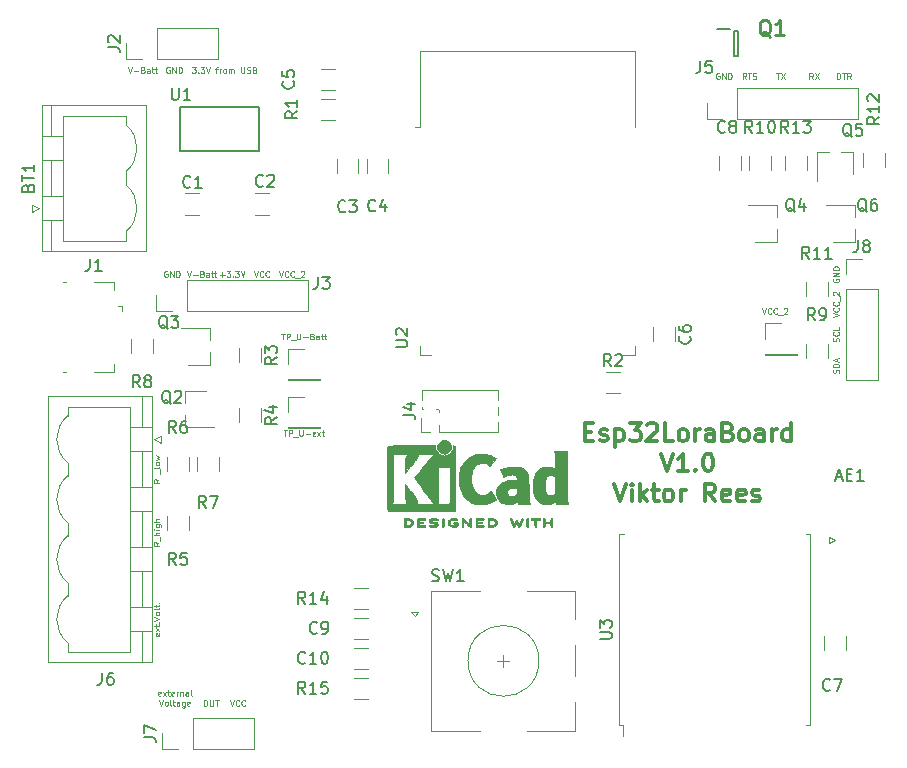
<source format=gbr>
G04 #@! TF.GenerationSoftware,KiCad,Pcbnew,5.1.4-e60b266~84~ubuntu18.04.1*
G04 #@! TF.CreationDate,2020-03-31T13:06:10+02:00*
G04 #@! TF.ProjectId,Esp32LoraBoard,45737033-324c-46f7-9261-426f6172642e,1.0*
G04 #@! TF.SameCoordinates,Original*
G04 #@! TF.FileFunction,Legend,Top*
G04 #@! TF.FilePolarity,Positive*
%FSLAX46Y46*%
G04 Gerber Fmt 4.6, Leading zero omitted, Abs format (unit mm)*
G04 Created by KiCad (PCBNEW 5.1.4-e60b266~84~ubuntu18.04.1) date 2020-03-31 13:06:10*
%MOMM*%
%LPD*%
G04 APERTURE LIST*
%ADD10C,0.100000*%
%ADD11C,0.300000*%
%ADD12C,0.010000*%
%ADD13C,0.120000*%
%ADD14C,0.200000*%
%ADD15C,0.152400*%
%ADD16C,0.150000*%
%ADD17C,0.254000*%
G04 APERTURE END LIST*
D10*
X114272190Y-97873238D02*
X114034095Y-98039904D01*
X114272190Y-98158952D02*
X113772190Y-98158952D01*
X113772190Y-97968476D01*
X113796000Y-97920857D01*
X113819809Y-97897047D01*
X113867428Y-97873238D01*
X113938857Y-97873238D01*
X113986476Y-97897047D01*
X114010285Y-97920857D01*
X114034095Y-97968476D01*
X114034095Y-98158952D01*
X114319809Y-97397047D02*
X114319809Y-97016095D01*
X114272190Y-96825619D02*
X114248380Y-96873238D01*
X114200761Y-96897047D01*
X113772190Y-96897047D01*
X114272190Y-96563714D02*
X114248380Y-96611333D01*
X114224571Y-96635142D01*
X114176952Y-96658952D01*
X114034095Y-96658952D01*
X113986476Y-96635142D01*
X113962666Y-96611333D01*
X113938857Y-96563714D01*
X113938857Y-96492285D01*
X113962666Y-96444666D01*
X113986476Y-96420857D01*
X114034095Y-96397047D01*
X114176952Y-96397047D01*
X114224571Y-96420857D01*
X114248380Y-96444666D01*
X114272190Y-96492285D01*
X114272190Y-96563714D01*
X113938857Y-96230380D02*
X114272190Y-96135142D01*
X114034095Y-96039904D01*
X114272190Y-95944666D01*
X113938857Y-95849428D01*
X114272190Y-103195333D02*
X114034095Y-103362000D01*
X114272190Y-103481047D02*
X113772190Y-103481047D01*
X113772190Y-103290571D01*
X113796000Y-103242952D01*
X113819809Y-103219142D01*
X113867428Y-103195333D01*
X113938857Y-103195333D01*
X113986476Y-103219142D01*
X114010285Y-103242952D01*
X114034095Y-103290571D01*
X114034095Y-103481047D01*
X114319809Y-103100095D02*
X114319809Y-102719142D01*
X114272190Y-102600095D02*
X113772190Y-102600095D01*
X114272190Y-102385809D02*
X114010285Y-102385809D01*
X113962666Y-102409619D01*
X113938857Y-102457238D01*
X113938857Y-102528666D01*
X113962666Y-102576285D01*
X113986476Y-102600095D01*
X114272190Y-102147714D02*
X113938857Y-102147714D01*
X113772190Y-102147714D02*
X113796000Y-102171523D01*
X113819809Y-102147714D01*
X113796000Y-102123904D01*
X113772190Y-102147714D01*
X113819809Y-102147714D01*
X113938857Y-101695333D02*
X114343619Y-101695333D01*
X114391238Y-101719142D01*
X114415047Y-101742952D01*
X114438857Y-101790571D01*
X114438857Y-101862000D01*
X114415047Y-101909619D01*
X114248380Y-101695333D02*
X114272190Y-101742952D01*
X114272190Y-101838190D01*
X114248380Y-101885809D01*
X114224571Y-101909619D01*
X114176952Y-101933428D01*
X114034095Y-101933428D01*
X113986476Y-101909619D01*
X113962666Y-101885809D01*
X113938857Y-101838190D01*
X113938857Y-101742952D01*
X113962666Y-101695333D01*
X114272190Y-101457238D02*
X113772190Y-101457238D01*
X114272190Y-101242952D02*
X114010285Y-101242952D01*
X113962666Y-101266761D01*
X113938857Y-101314380D01*
X113938857Y-101385809D01*
X113962666Y-101433428D01*
X113986476Y-101457238D01*
X114248380Y-110930380D02*
X114272190Y-110978000D01*
X114272190Y-111073238D01*
X114248380Y-111120857D01*
X114200761Y-111144666D01*
X114010285Y-111144666D01*
X113962666Y-111120857D01*
X113938857Y-111073238D01*
X113938857Y-110978000D01*
X113962666Y-110930380D01*
X114010285Y-110906571D01*
X114057904Y-110906571D01*
X114105523Y-111144666D01*
X114272190Y-110739904D02*
X113938857Y-110478000D01*
X113938857Y-110739904D02*
X114272190Y-110478000D01*
X113938857Y-110358952D02*
X113938857Y-110168476D01*
X113772190Y-110287523D02*
X114200761Y-110287523D01*
X114248380Y-110263714D01*
X114272190Y-110216095D01*
X114272190Y-110168476D01*
X114224571Y-110001809D02*
X114248380Y-109978000D01*
X114272190Y-110001809D01*
X114248380Y-110025619D01*
X114224571Y-110001809D01*
X114272190Y-110001809D01*
X113772190Y-109835142D02*
X114272190Y-109668476D01*
X113772190Y-109501809D01*
X114272190Y-109263714D02*
X114248380Y-109311333D01*
X114224571Y-109335142D01*
X114176952Y-109358952D01*
X114034095Y-109358952D01*
X113986476Y-109335142D01*
X113962666Y-109311333D01*
X113938857Y-109263714D01*
X113938857Y-109192285D01*
X113962666Y-109144666D01*
X113986476Y-109120857D01*
X114034095Y-109097047D01*
X114176952Y-109097047D01*
X114224571Y-109120857D01*
X114248380Y-109144666D01*
X114272190Y-109192285D01*
X114272190Y-109263714D01*
X114272190Y-108811333D02*
X114248380Y-108858952D01*
X114200761Y-108882761D01*
X113772190Y-108882761D01*
X113938857Y-108692285D02*
X113938857Y-108501809D01*
X113772190Y-108620857D02*
X114200761Y-108620857D01*
X114248380Y-108597047D01*
X114272190Y-108549428D01*
X114272190Y-108501809D01*
X114224571Y-108335142D02*
X114248380Y-108311333D01*
X114272190Y-108335142D01*
X114248380Y-108358952D01*
X114224571Y-108335142D01*
X114272190Y-108335142D01*
X171640571Y-63980190D02*
X171640571Y-63480190D01*
X171759619Y-63480190D01*
X171831047Y-63504000D01*
X171878666Y-63551619D01*
X171902476Y-63599238D01*
X171926285Y-63694476D01*
X171926285Y-63765904D01*
X171902476Y-63861142D01*
X171878666Y-63908761D01*
X171831047Y-63956380D01*
X171759619Y-63980190D01*
X171640571Y-63980190D01*
X172069142Y-63480190D02*
X172354857Y-63480190D01*
X172212000Y-63980190D02*
X172212000Y-63480190D01*
X172807238Y-63980190D02*
X172640571Y-63742095D01*
X172521523Y-63980190D02*
X172521523Y-63480190D01*
X172712000Y-63480190D01*
X172759619Y-63504000D01*
X172783428Y-63527809D01*
X172807238Y-63575428D01*
X172807238Y-63646857D01*
X172783428Y-63694476D01*
X172759619Y-63718285D01*
X172712000Y-63742095D01*
X172521523Y-63742095D01*
X169588666Y-63980190D02*
X169422000Y-63742095D01*
X169302952Y-63980190D02*
X169302952Y-63480190D01*
X169493428Y-63480190D01*
X169541047Y-63504000D01*
X169564857Y-63527809D01*
X169588666Y-63575428D01*
X169588666Y-63646857D01*
X169564857Y-63694476D01*
X169541047Y-63718285D01*
X169493428Y-63742095D01*
X169302952Y-63742095D01*
X169755333Y-63480190D02*
X170088666Y-63980190D01*
X170088666Y-63480190D02*
X169755333Y-63980190D01*
X166497047Y-63480190D02*
X166782761Y-63480190D01*
X166639904Y-63980190D02*
X166639904Y-63480190D01*
X166901809Y-63480190D02*
X167235142Y-63980190D01*
X167235142Y-63480190D02*
X166901809Y-63980190D01*
X163937190Y-63980190D02*
X163770523Y-63742095D01*
X163651476Y-63980190D02*
X163651476Y-63480190D01*
X163841952Y-63480190D01*
X163889571Y-63504000D01*
X163913380Y-63527809D01*
X163937190Y-63575428D01*
X163937190Y-63646857D01*
X163913380Y-63694476D01*
X163889571Y-63718285D01*
X163841952Y-63742095D01*
X163651476Y-63742095D01*
X164080047Y-63480190D02*
X164365761Y-63480190D01*
X164222904Y-63980190D02*
X164222904Y-63480190D01*
X164508619Y-63956380D02*
X164580047Y-63980190D01*
X164699095Y-63980190D01*
X164746714Y-63956380D01*
X164770523Y-63932571D01*
X164794333Y-63884952D01*
X164794333Y-63837333D01*
X164770523Y-63789714D01*
X164746714Y-63765904D01*
X164699095Y-63742095D01*
X164603857Y-63718285D01*
X164556238Y-63694476D01*
X164532428Y-63670666D01*
X164508619Y-63623047D01*
X164508619Y-63575428D01*
X164532428Y-63527809D01*
X164556238Y-63504000D01*
X164603857Y-63480190D01*
X164722904Y-63480190D01*
X164794333Y-63504000D01*
X161671047Y-63504000D02*
X161623428Y-63480190D01*
X161552000Y-63480190D01*
X161480571Y-63504000D01*
X161432952Y-63551619D01*
X161409142Y-63599238D01*
X161385333Y-63694476D01*
X161385333Y-63765904D01*
X161409142Y-63861142D01*
X161432952Y-63908761D01*
X161480571Y-63956380D01*
X161552000Y-63980190D01*
X161599619Y-63980190D01*
X161671047Y-63956380D01*
X161694857Y-63932571D01*
X161694857Y-63765904D01*
X161599619Y-63765904D01*
X161909142Y-63980190D02*
X161909142Y-63480190D01*
X162194857Y-63980190D01*
X162194857Y-63480190D01*
X162432952Y-63980190D02*
X162432952Y-63480190D01*
X162552000Y-63480190D01*
X162623428Y-63504000D01*
X162671047Y-63551619D01*
X162694857Y-63599238D01*
X162718666Y-63694476D01*
X162718666Y-63765904D01*
X162694857Y-63861142D01*
X162671047Y-63908761D01*
X162623428Y-63956380D01*
X162552000Y-63980190D01*
X162432952Y-63980190D01*
D11*
X150289714Y-93862857D02*
X150789714Y-93862857D01*
X151004000Y-94648571D02*
X150289714Y-94648571D01*
X150289714Y-93148571D01*
X151004000Y-93148571D01*
X151575428Y-94577142D02*
X151718285Y-94648571D01*
X152004000Y-94648571D01*
X152146857Y-94577142D01*
X152218285Y-94434285D01*
X152218285Y-94362857D01*
X152146857Y-94220000D01*
X152004000Y-94148571D01*
X151789714Y-94148571D01*
X151646857Y-94077142D01*
X151575428Y-93934285D01*
X151575428Y-93862857D01*
X151646857Y-93720000D01*
X151789714Y-93648571D01*
X152004000Y-93648571D01*
X152146857Y-93720000D01*
X152861142Y-93648571D02*
X152861142Y-95148571D01*
X152861142Y-93720000D02*
X153004000Y-93648571D01*
X153289714Y-93648571D01*
X153432571Y-93720000D01*
X153504000Y-93791428D01*
X153575428Y-93934285D01*
X153575428Y-94362857D01*
X153504000Y-94505714D01*
X153432571Y-94577142D01*
X153289714Y-94648571D01*
X153004000Y-94648571D01*
X152861142Y-94577142D01*
X154075428Y-93148571D02*
X155004000Y-93148571D01*
X154504000Y-93720000D01*
X154718285Y-93720000D01*
X154861142Y-93791428D01*
X154932571Y-93862857D01*
X155004000Y-94005714D01*
X155004000Y-94362857D01*
X154932571Y-94505714D01*
X154861142Y-94577142D01*
X154718285Y-94648571D01*
X154289714Y-94648571D01*
X154146857Y-94577142D01*
X154075428Y-94505714D01*
X155575428Y-93291428D02*
X155646857Y-93220000D01*
X155789714Y-93148571D01*
X156146857Y-93148571D01*
X156289714Y-93220000D01*
X156361142Y-93291428D01*
X156432571Y-93434285D01*
X156432571Y-93577142D01*
X156361142Y-93791428D01*
X155504000Y-94648571D01*
X156432571Y-94648571D01*
X157789714Y-94648571D02*
X157075428Y-94648571D01*
X157075428Y-93148571D01*
X158504000Y-94648571D02*
X158361142Y-94577142D01*
X158289714Y-94505714D01*
X158218285Y-94362857D01*
X158218285Y-93934285D01*
X158289714Y-93791428D01*
X158361142Y-93720000D01*
X158504000Y-93648571D01*
X158718285Y-93648571D01*
X158861142Y-93720000D01*
X158932571Y-93791428D01*
X159004000Y-93934285D01*
X159004000Y-94362857D01*
X158932571Y-94505714D01*
X158861142Y-94577142D01*
X158718285Y-94648571D01*
X158504000Y-94648571D01*
X159646857Y-94648571D02*
X159646857Y-93648571D01*
X159646857Y-93934285D02*
X159718285Y-93791428D01*
X159789714Y-93720000D01*
X159932571Y-93648571D01*
X160075428Y-93648571D01*
X161218285Y-94648571D02*
X161218285Y-93862857D01*
X161146857Y-93720000D01*
X161004000Y-93648571D01*
X160718285Y-93648571D01*
X160575428Y-93720000D01*
X161218285Y-94577142D02*
X161075428Y-94648571D01*
X160718285Y-94648571D01*
X160575428Y-94577142D01*
X160504000Y-94434285D01*
X160504000Y-94291428D01*
X160575428Y-94148571D01*
X160718285Y-94077142D01*
X161075428Y-94077142D01*
X161218285Y-94005714D01*
X162432571Y-93862857D02*
X162646857Y-93934285D01*
X162718285Y-94005714D01*
X162789714Y-94148571D01*
X162789714Y-94362857D01*
X162718285Y-94505714D01*
X162646857Y-94577142D01*
X162504000Y-94648571D01*
X161932571Y-94648571D01*
X161932571Y-93148571D01*
X162432571Y-93148571D01*
X162575428Y-93220000D01*
X162646857Y-93291428D01*
X162718285Y-93434285D01*
X162718285Y-93577142D01*
X162646857Y-93720000D01*
X162575428Y-93791428D01*
X162432571Y-93862857D01*
X161932571Y-93862857D01*
X163646857Y-94648571D02*
X163504000Y-94577142D01*
X163432571Y-94505714D01*
X163361142Y-94362857D01*
X163361142Y-93934285D01*
X163432571Y-93791428D01*
X163504000Y-93720000D01*
X163646857Y-93648571D01*
X163861142Y-93648571D01*
X164004000Y-93720000D01*
X164075428Y-93791428D01*
X164146857Y-93934285D01*
X164146857Y-94362857D01*
X164075428Y-94505714D01*
X164004000Y-94577142D01*
X163861142Y-94648571D01*
X163646857Y-94648571D01*
X165432571Y-94648571D02*
X165432571Y-93862857D01*
X165361142Y-93720000D01*
X165218285Y-93648571D01*
X164932571Y-93648571D01*
X164789714Y-93720000D01*
X165432571Y-94577142D02*
X165289714Y-94648571D01*
X164932571Y-94648571D01*
X164789714Y-94577142D01*
X164718285Y-94434285D01*
X164718285Y-94291428D01*
X164789714Y-94148571D01*
X164932571Y-94077142D01*
X165289714Y-94077142D01*
X165432571Y-94005714D01*
X166146857Y-94648571D02*
X166146857Y-93648571D01*
X166146857Y-93934285D02*
X166218285Y-93791428D01*
X166289714Y-93720000D01*
X166432571Y-93648571D01*
X166575428Y-93648571D01*
X167718285Y-94648571D02*
X167718285Y-93148571D01*
X167718285Y-94577142D02*
X167575428Y-94648571D01*
X167289714Y-94648571D01*
X167146857Y-94577142D01*
X167075428Y-94505714D01*
X167004000Y-94362857D01*
X167004000Y-93934285D01*
X167075428Y-93791428D01*
X167146857Y-93720000D01*
X167289714Y-93648571D01*
X167575428Y-93648571D01*
X167718285Y-93720000D01*
X156718285Y-95698571D02*
X157218285Y-97198571D01*
X157718285Y-95698571D01*
X159004000Y-97198571D02*
X158146857Y-97198571D01*
X158575428Y-97198571D02*
X158575428Y-95698571D01*
X158432571Y-95912857D01*
X158289714Y-96055714D01*
X158146857Y-96127142D01*
X159646857Y-97055714D02*
X159718285Y-97127142D01*
X159646857Y-97198571D01*
X159575428Y-97127142D01*
X159646857Y-97055714D01*
X159646857Y-97198571D01*
X160646857Y-95698571D02*
X160789714Y-95698571D01*
X160932571Y-95770000D01*
X161004000Y-95841428D01*
X161075428Y-95984285D01*
X161146857Y-96270000D01*
X161146857Y-96627142D01*
X161075428Y-96912857D01*
X161004000Y-97055714D01*
X160932571Y-97127142D01*
X160789714Y-97198571D01*
X160646857Y-97198571D01*
X160504000Y-97127142D01*
X160432571Y-97055714D01*
X160361142Y-96912857D01*
X160289714Y-96627142D01*
X160289714Y-96270000D01*
X160361142Y-95984285D01*
X160432571Y-95841428D01*
X160504000Y-95770000D01*
X160646857Y-95698571D01*
X152754000Y-98248571D02*
X153254000Y-99748571D01*
X153754000Y-98248571D01*
X154254000Y-99748571D02*
X154254000Y-98748571D01*
X154254000Y-98248571D02*
X154182571Y-98320000D01*
X154254000Y-98391428D01*
X154325428Y-98320000D01*
X154254000Y-98248571D01*
X154254000Y-98391428D01*
X154968285Y-99748571D02*
X154968285Y-98248571D01*
X155111142Y-99177142D02*
X155539714Y-99748571D01*
X155539714Y-98748571D02*
X154968285Y-99320000D01*
X155968285Y-98748571D02*
X156539714Y-98748571D01*
X156182571Y-98248571D02*
X156182571Y-99534285D01*
X156254000Y-99677142D01*
X156396857Y-99748571D01*
X156539714Y-99748571D01*
X157254000Y-99748571D02*
X157111142Y-99677142D01*
X157039714Y-99605714D01*
X156968285Y-99462857D01*
X156968285Y-99034285D01*
X157039714Y-98891428D01*
X157111142Y-98820000D01*
X157254000Y-98748571D01*
X157468285Y-98748571D01*
X157611142Y-98820000D01*
X157682571Y-98891428D01*
X157754000Y-99034285D01*
X157754000Y-99462857D01*
X157682571Y-99605714D01*
X157611142Y-99677142D01*
X157468285Y-99748571D01*
X157254000Y-99748571D01*
X158396857Y-99748571D02*
X158396857Y-98748571D01*
X158396857Y-99034285D02*
X158468285Y-98891428D01*
X158539714Y-98820000D01*
X158682571Y-98748571D01*
X158825428Y-98748571D01*
X161325428Y-99748571D02*
X160825428Y-99034285D01*
X160468285Y-99748571D02*
X160468285Y-98248571D01*
X161039714Y-98248571D01*
X161182571Y-98320000D01*
X161254000Y-98391428D01*
X161325428Y-98534285D01*
X161325428Y-98748571D01*
X161254000Y-98891428D01*
X161182571Y-98962857D01*
X161039714Y-99034285D01*
X160468285Y-99034285D01*
X162539714Y-99677142D02*
X162396857Y-99748571D01*
X162111142Y-99748571D01*
X161968285Y-99677142D01*
X161896857Y-99534285D01*
X161896857Y-98962857D01*
X161968285Y-98820000D01*
X162111142Y-98748571D01*
X162396857Y-98748571D01*
X162539714Y-98820000D01*
X162611142Y-98962857D01*
X162611142Y-99105714D01*
X161896857Y-99248571D01*
X163825428Y-99677142D02*
X163682571Y-99748571D01*
X163396857Y-99748571D01*
X163254000Y-99677142D01*
X163182571Y-99534285D01*
X163182571Y-98962857D01*
X163254000Y-98820000D01*
X163396857Y-98748571D01*
X163682571Y-98748571D01*
X163825428Y-98820000D01*
X163896857Y-98962857D01*
X163896857Y-99105714D01*
X163182571Y-99248571D01*
X164468285Y-99677142D02*
X164611142Y-99748571D01*
X164896857Y-99748571D01*
X165039714Y-99677142D01*
X165111142Y-99534285D01*
X165111142Y-99462857D01*
X165039714Y-99320000D01*
X164896857Y-99248571D01*
X164682571Y-99248571D01*
X164539714Y-99177142D01*
X164468285Y-99034285D01*
X164468285Y-98962857D01*
X164539714Y-98820000D01*
X164682571Y-98748571D01*
X164896857Y-98748571D01*
X165039714Y-98820000D01*
D10*
X171327000Y-80898952D02*
X171303190Y-80946571D01*
X171303190Y-81018000D01*
X171327000Y-81089428D01*
X171374619Y-81137047D01*
X171422238Y-81160857D01*
X171517476Y-81184666D01*
X171588904Y-81184666D01*
X171684142Y-81160857D01*
X171731761Y-81137047D01*
X171779380Y-81089428D01*
X171803190Y-81018000D01*
X171803190Y-80970380D01*
X171779380Y-80898952D01*
X171755571Y-80875142D01*
X171588904Y-80875142D01*
X171588904Y-80970380D01*
X171803190Y-80660857D02*
X171303190Y-80660857D01*
X171803190Y-80375142D01*
X171303190Y-80375142D01*
X171803190Y-80137047D02*
X171303190Y-80137047D01*
X171303190Y-80018000D01*
X171327000Y-79946571D01*
X171374619Y-79898952D01*
X171422238Y-79875142D01*
X171517476Y-79851333D01*
X171588904Y-79851333D01*
X171684142Y-79875142D01*
X171731761Y-79898952D01*
X171779380Y-79946571D01*
X171803190Y-80018000D01*
X171803190Y-80137047D01*
X171303190Y-84153238D02*
X171803190Y-83986571D01*
X171303190Y-83819904D01*
X171755571Y-83367523D02*
X171779380Y-83391333D01*
X171803190Y-83462761D01*
X171803190Y-83510380D01*
X171779380Y-83581809D01*
X171731761Y-83629428D01*
X171684142Y-83653238D01*
X171588904Y-83677047D01*
X171517476Y-83677047D01*
X171422238Y-83653238D01*
X171374619Y-83629428D01*
X171327000Y-83581809D01*
X171303190Y-83510380D01*
X171303190Y-83462761D01*
X171327000Y-83391333D01*
X171350809Y-83367523D01*
X171755571Y-82867523D02*
X171779380Y-82891333D01*
X171803190Y-82962761D01*
X171803190Y-83010380D01*
X171779380Y-83081809D01*
X171731761Y-83129428D01*
X171684142Y-83153238D01*
X171588904Y-83177047D01*
X171517476Y-83177047D01*
X171422238Y-83153238D01*
X171374619Y-83129428D01*
X171327000Y-83081809D01*
X171303190Y-83010380D01*
X171303190Y-82962761D01*
X171327000Y-82891333D01*
X171350809Y-82867523D01*
X171850809Y-82772285D02*
X171850809Y-82391333D01*
X171350809Y-82296095D02*
X171327000Y-82272285D01*
X171303190Y-82224666D01*
X171303190Y-82105619D01*
X171327000Y-82058000D01*
X171350809Y-82034190D01*
X171398428Y-82010380D01*
X171446047Y-82010380D01*
X171517476Y-82034190D01*
X171803190Y-82319904D01*
X171803190Y-82010380D01*
X171779380Y-86193238D02*
X171803190Y-86121809D01*
X171803190Y-86002761D01*
X171779380Y-85955142D01*
X171755571Y-85931333D01*
X171707952Y-85907523D01*
X171660333Y-85907523D01*
X171612714Y-85931333D01*
X171588904Y-85955142D01*
X171565095Y-86002761D01*
X171541285Y-86098000D01*
X171517476Y-86145619D01*
X171493666Y-86169428D01*
X171446047Y-86193238D01*
X171398428Y-86193238D01*
X171350809Y-86169428D01*
X171327000Y-86145619D01*
X171303190Y-86098000D01*
X171303190Y-85978952D01*
X171327000Y-85907523D01*
X171755571Y-85407523D02*
X171779380Y-85431333D01*
X171803190Y-85502761D01*
X171803190Y-85550380D01*
X171779380Y-85621809D01*
X171731761Y-85669428D01*
X171684142Y-85693238D01*
X171588904Y-85717047D01*
X171517476Y-85717047D01*
X171422238Y-85693238D01*
X171374619Y-85669428D01*
X171327000Y-85621809D01*
X171303190Y-85550380D01*
X171303190Y-85502761D01*
X171327000Y-85431333D01*
X171350809Y-85407523D01*
X171803190Y-84955142D02*
X171803190Y-85193238D01*
X171303190Y-85193238D01*
X171779380Y-88872142D02*
X171803190Y-88800714D01*
X171803190Y-88681666D01*
X171779380Y-88634047D01*
X171755571Y-88610238D01*
X171707952Y-88586428D01*
X171660333Y-88586428D01*
X171612714Y-88610238D01*
X171588904Y-88634047D01*
X171565095Y-88681666D01*
X171541285Y-88776904D01*
X171517476Y-88824523D01*
X171493666Y-88848333D01*
X171446047Y-88872142D01*
X171398428Y-88872142D01*
X171350809Y-88848333D01*
X171327000Y-88824523D01*
X171303190Y-88776904D01*
X171303190Y-88657857D01*
X171327000Y-88586428D01*
X171803190Y-88372142D02*
X171303190Y-88372142D01*
X171303190Y-88253095D01*
X171327000Y-88181666D01*
X171374619Y-88134047D01*
X171422238Y-88110238D01*
X171517476Y-88086428D01*
X171588904Y-88086428D01*
X171684142Y-88110238D01*
X171731761Y-88134047D01*
X171779380Y-88181666D01*
X171803190Y-88253095D01*
X171803190Y-88372142D01*
X171660333Y-87895952D02*
X171660333Y-87657857D01*
X171803190Y-87943571D02*
X171303190Y-87776904D01*
X171803190Y-87610238D01*
X114367619Y-116172880D02*
X114320000Y-116196690D01*
X114224761Y-116196690D01*
X114177142Y-116172880D01*
X114153333Y-116125261D01*
X114153333Y-115934785D01*
X114177142Y-115887166D01*
X114224761Y-115863357D01*
X114320000Y-115863357D01*
X114367619Y-115887166D01*
X114391428Y-115934785D01*
X114391428Y-115982404D01*
X114153333Y-116030023D01*
X114558095Y-116196690D02*
X114820000Y-115863357D01*
X114558095Y-115863357D02*
X114820000Y-116196690D01*
X114939047Y-115863357D02*
X115129523Y-115863357D01*
X115010476Y-115696690D02*
X115010476Y-116125261D01*
X115034285Y-116172880D01*
X115081904Y-116196690D01*
X115129523Y-116196690D01*
X115486666Y-116172880D02*
X115439047Y-116196690D01*
X115343809Y-116196690D01*
X115296190Y-116172880D01*
X115272380Y-116125261D01*
X115272380Y-115934785D01*
X115296190Y-115887166D01*
X115343809Y-115863357D01*
X115439047Y-115863357D01*
X115486666Y-115887166D01*
X115510476Y-115934785D01*
X115510476Y-115982404D01*
X115272380Y-116030023D01*
X115724761Y-116196690D02*
X115724761Y-115863357D01*
X115724761Y-115958595D02*
X115748571Y-115910976D01*
X115772380Y-115887166D01*
X115820000Y-115863357D01*
X115867619Y-115863357D01*
X116034285Y-115863357D02*
X116034285Y-116196690D01*
X116034285Y-115910976D02*
X116058095Y-115887166D01*
X116105714Y-115863357D01*
X116177142Y-115863357D01*
X116224761Y-115887166D01*
X116248571Y-115934785D01*
X116248571Y-116196690D01*
X116700952Y-116196690D02*
X116700952Y-115934785D01*
X116677142Y-115887166D01*
X116629523Y-115863357D01*
X116534285Y-115863357D01*
X116486666Y-115887166D01*
X116700952Y-116172880D02*
X116653333Y-116196690D01*
X116534285Y-116196690D01*
X116486666Y-116172880D01*
X116462857Y-116125261D01*
X116462857Y-116077642D01*
X116486666Y-116030023D01*
X116534285Y-116006214D01*
X116653333Y-116006214D01*
X116700952Y-115982404D01*
X117010476Y-116196690D02*
X116962857Y-116172880D01*
X116939047Y-116125261D01*
X116939047Y-115696690D01*
X114236666Y-116546690D02*
X114403333Y-117046690D01*
X114570000Y-116546690D01*
X114808095Y-117046690D02*
X114760476Y-117022880D01*
X114736666Y-116999071D01*
X114712857Y-116951452D01*
X114712857Y-116808595D01*
X114736666Y-116760976D01*
X114760476Y-116737166D01*
X114808095Y-116713357D01*
X114879523Y-116713357D01*
X114927142Y-116737166D01*
X114950952Y-116760976D01*
X114974761Y-116808595D01*
X114974761Y-116951452D01*
X114950952Y-116999071D01*
X114927142Y-117022880D01*
X114879523Y-117046690D01*
X114808095Y-117046690D01*
X115260476Y-117046690D02*
X115212857Y-117022880D01*
X115189047Y-116975261D01*
X115189047Y-116546690D01*
X115379523Y-116713357D02*
X115570000Y-116713357D01*
X115450952Y-116546690D02*
X115450952Y-116975261D01*
X115474761Y-117022880D01*
X115522380Y-117046690D01*
X115570000Y-117046690D01*
X115950952Y-117046690D02*
X115950952Y-116784785D01*
X115927142Y-116737166D01*
X115879523Y-116713357D01*
X115784285Y-116713357D01*
X115736666Y-116737166D01*
X115950952Y-117022880D02*
X115903333Y-117046690D01*
X115784285Y-117046690D01*
X115736666Y-117022880D01*
X115712857Y-116975261D01*
X115712857Y-116927642D01*
X115736666Y-116880023D01*
X115784285Y-116856214D01*
X115903333Y-116856214D01*
X115950952Y-116832404D01*
X116403333Y-116713357D02*
X116403333Y-117118119D01*
X116379523Y-117165738D01*
X116355714Y-117189547D01*
X116308095Y-117213357D01*
X116236666Y-117213357D01*
X116189047Y-117189547D01*
X116403333Y-117022880D02*
X116355714Y-117046690D01*
X116260476Y-117046690D01*
X116212857Y-117022880D01*
X116189047Y-116999071D01*
X116165238Y-116951452D01*
X116165238Y-116808595D01*
X116189047Y-116760976D01*
X116212857Y-116737166D01*
X116260476Y-116713357D01*
X116355714Y-116713357D01*
X116403333Y-116737166D01*
X116831904Y-117022880D02*
X116784285Y-117046690D01*
X116689047Y-117046690D01*
X116641428Y-117022880D01*
X116617619Y-116975261D01*
X116617619Y-116784785D01*
X116641428Y-116737166D01*
X116689047Y-116713357D01*
X116784285Y-116713357D01*
X116831904Y-116737166D01*
X116855714Y-116784785D01*
X116855714Y-116832404D01*
X116617619Y-116880023D01*
X120237333Y-116566190D02*
X120404000Y-117066190D01*
X120570666Y-116566190D01*
X121023047Y-117018571D02*
X120999238Y-117042380D01*
X120927809Y-117066190D01*
X120880190Y-117066190D01*
X120808761Y-117042380D01*
X120761142Y-116994761D01*
X120737333Y-116947142D01*
X120713523Y-116851904D01*
X120713523Y-116780476D01*
X120737333Y-116685238D01*
X120761142Y-116637619D01*
X120808761Y-116590000D01*
X120880190Y-116566190D01*
X120927809Y-116566190D01*
X120999238Y-116590000D01*
X121023047Y-116613809D01*
X121523047Y-117018571D02*
X121499238Y-117042380D01*
X121427809Y-117066190D01*
X121380190Y-117066190D01*
X121308761Y-117042380D01*
X121261142Y-116994761D01*
X121237333Y-116947142D01*
X121213523Y-116851904D01*
X121213523Y-116780476D01*
X121237333Y-116685238D01*
X121261142Y-116637619D01*
X121308761Y-116590000D01*
X121380190Y-116566190D01*
X121427809Y-116566190D01*
X121499238Y-116590000D01*
X121523047Y-116613809D01*
X118034666Y-117066190D02*
X118034666Y-116566190D01*
X118153714Y-116566190D01*
X118225142Y-116590000D01*
X118272761Y-116637619D01*
X118296571Y-116685238D01*
X118320380Y-116780476D01*
X118320380Y-116851904D01*
X118296571Y-116947142D01*
X118272761Y-116994761D01*
X118225142Y-117042380D01*
X118153714Y-117066190D01*
X118034666Y-117066190D01*
X118534666Y-116566190D02*
X118534666Y-116970952D01*
X118558476Y-117018571D01*
X118582285Y-117042380D01*
X118629904Y-117066190D01*
X118725142Y-117066190D01*
X118772761Y-117042380D01*
X118796571Y-117018571D01*
X118820380Y-116970952D01*
X118820380Y-116566190D01*
X118987047Y-116566190D02*
X119272761Y-116566190D01*
X119129904Y-117066190D02*
X119129904Y-116566190D01*
X111601404Y-62972190D02*
X111768071Y-63472190D01*
X111934738Y-62972190D01*
X112101404Y-63281714D02*
X112482357Y-63281714D01*
X112887119Y-63210285D02*
X112958547Y-63234095D01*
X112982357Y-63257904D01*
X113006166Y-63305523D01*
X113006166Y-63376952D01*
X112982357Y-63424571D01*
X112958547Y-63448380D01*
X112910928Y-63472190D01*
X112720452Y-63472190D01*
X112720452Y-62972190D01*
X112887119Y-62972190D01*
X112934738Y-62996000D01*
X112958547Y-63019809D01*
X112982357Y-63067428D01*
X112982357Y-63115047D01*
X112958547Y-63162666D01*
X112934738Y-63186476D01*
X112887119Y-63210285D01*
X112720452Y-63210285D01*
X113434738Y-63472190D02*
X113434738Y-63210285D01*
X113410928Y-63162666D01*
X113363309Y-63138857D01*
X113268071Y-63138857D01*
X113220452Y-63162666D01*
X113434738Y-63448380D02*
X113387119Y-63472190D01*
X113268071Y-63472190D01*
X113220452Y-63448380D01*
X113196642Y-63400761D01*
X113196642Y-63353142D01*
X113220452Y-63305523D01*
X113268071Y-63281714D01*
X113387119Y-63281714D01*
X113434738Y-63257904D01*
X113601404Y-63138857D02*
X113791880Y-63138857D01*
X113672833Y-62972190D02*
X113672833Y-63400761D01*
X113696642Y-63448380D01*
X113744261Y-63472190D01*
X113791880Y-63472190D01*
X113887119Y-63138857D02*
X114077595Y-63138857D01*
X113958547Y-62972190D02*
X113958547Y-63400761D01*
X113982357Y-63448380D01*
X114029976Y-63472190D01*
X114077595Y-63472190D01*
X115125547Y-62996000D02*
X115077928Y-62972190D01*
X115006500Y-62972190D01*
X114935071Y-62996000D01*
X114887452Y-63043619D01*
X114863642Y-63091238D01*
X114839833Y-63186476D01*
X114839833Y-63257904D01*
X114863642Y-63353142D01*
X114887452Y-63400761D01*
X114935071Y-63448380D01*
X115006500Y-63472190D01*
X115054119Y-63472190D01*
X115125547Y-63448380D01*
X115149357Y-63424571D01*
X115149357Y-63257904D01*
X115054119Y-63257904D01*
X115363642Y-63472190D02*
X115363642Y-62972190D01*
X115649357Y-63472190D01*
X115649357Y-62972190D01*
X115887452Y-63472190D02*
X115887452Y-62972190D01*
X116006500Y-62972190D01*
X116077928Y-62996000D01*
X116125547Y-63043619D01*
X116149357Y-63091238D01*
X116173166Y-63186476D01*
X116173166Y-63257904D01*
X116149357Y-63353142D01*
X116125547Y-63400761D01*
X116077928Y-63448380D01*
X116006500Y-63472190D01*
X115887452Y-63472190D01*
X124380761Y-80244190D02*
X124547428Y-80744190D01*
X124714095Y-80244190D01*
X125166476Y-80696571D02*
X125142666Y-80720380D01*
X125071238Y-80744190D01*
X125023619Y-80744190D01*
X124952190Y-80720380D01*
X124904571Y-80672761D01*
X124880761Y-80625142D01*
X124856952Y-80529904D01*
X124856952Y-80458476D01*
X124880761Y-80363238D01*
X124904571Y-80315619D01*
X124952190Y-80268000D01*
X125023619Y-80244190D01*
X125071238Y-80244190D01*
X125142666Y-80268000D01*
X125166476Y-80291809D01*
X125666476Y-80696571D02*
X125642666Y-80720380D01*
X125571238Y-80744190D01*
X125523619Y-80744190D01*
X125452190Y-80720380D01*
X125404571Y-80672761D01*
X125380761Y-80625142D01*
X125356952Y-80529904D01*
X125356952Y-80458476D01*
X125380761Y-80363238D01*
X125404571Y-80315619D01*
X125452190Y-80268000D01*
X125523619Y-80244190D01*
X125571238Y-80244190D01*
X125642666Y-80268000D01*
X125666476Y-80291809D01*
X125761714Y-80791809D02*
X126142666Y-80791809D01*
X126237904Y-80291809D02*
X126261714Y-80268000D01*
X126309333Y-80244190D01*
X126428380Y-80244190D01*
X126476000Y-80268000D01*
X126499809Y-80291809D01*
X126523619Y-80339428D01*
X126523619Y-80387047D01*
X126499809Y-80458476D01*
X126214095Y-80744190D01*
X126523619Y-80744190D01*
X122269333Y-80244190D02*
X122436000Y-80744190D01*
X122602666Y-80244190D01*
X123055047Y-80696571D02*
X123031238Y-80720380D01*
X122959809Y-80744190D01*
X122912190Y-80744190D01*
X122840761Y-80720380D01*
X122793142Y-80672761D01*
X122769333Y-80625142D01*
X122745523Y-80529904D01*
X122745523Y-80458476D01*
X122769333Y-80363238D01*
X122793142Y-80315619D01*
X122840761Y-80268000D01*
X122912190Y-80244190D01*
X122959809Y-80244190D01*
X123031238Y-80268000D01*
X123055047Y-80291809D01*
X123555047Y-80696571D02*
X123531238Y-80720380D01*
X123459809Y-80744190D01*
X123412190Y-80744190D01*
X123340761Y-80720380D01*
X123293142Y-80672761D01*
X123269333Y-80625142D01*
X123245523Y-80529904D01*
X123245523Y-80458476D01*
X123269333Y-80363238D01*
X123293142Y-80315619D01*
X123340761Y-80268000D01*
X123412190Y-80244190D01*
X123459809Y-80244190D01*
X123531238Y-80268000D01*
X123555047Y-80291809D01*
X119396000Y-80553714D02*
X119776952Y-80553714D01*
X119586476Y-80744190D02*
X119586476Y-80363238D01*
X119967428Y-80244190D02*
X120276952Y-80244190D01*
X120110285Y-80434666D01*
X120181714Y-80434666D01*
X120229333Y-80458476D01*
X120253142Y-80482285D01*
X120276952Y-80529904D01*
X120276952Y-80648952D01*
X120253142Y-80696571D01*
X120229333Y-80720380D01*
X120181714Y-80744190D01*
X120038857Y-80744190D01*
X119991238Y-80720380D01*
X119967428Y-80696571D01*
X120491238Y-80696571D02*
X120515047Y-80720380D01*
X120491238Y-80744190D01*
X120467428Y-80720380D01*
X120491238Y-80696571D01*
X120491238Y-80744190D01*
X120681714Y-80244190D02*
X120991238Y-80244190D01*
X120824571Y-80434666D01*
X120896000Y-80434666D01*
X120943619Y-80458476D01*
X120967428Y-80482285D01*
X120991238Y-80529904D01*
X120991238Y-80648952D01*
X120967428Y-80696571D01*
X120943619Y-80720380D01*
X120896000Y-80744190D01*
X120753142Y-80744190D01*
X120705523Y-80720380D01*
X120681714Y-80696571D01*
X121134095Y-80244190D02*
X121300761Y-80744190D01*
X121467428Y-80244190D01*
X116617904Y-80244190D02*
X116784571Y-80744190D01*
X116951238Y-80244190D01*
X117117904Y-80553714D02*
X117498857Y-80553714D01*
X117903619Y-80482285D02*
X117975047Y-80506095D01*
X117998857Y-80529904D01*
X118022666Y-80577523D01*
X118022666Y-80648952D01*
X117998857Y-80696571D01*
X117975047Y-80720380D01*
X117927428Y-80744190D01*
X117736952Y-80744190D01*
X117736952Y-80244190D01*
X117903619Y-80244190D01*
X117951238Y-80268000D01*
X117975047Y-80291809D01*
X117998857Y-80339428D01*
X117998857Y-80387047D01*
X117975047Y-80434666D01*
X117951238Y-80458476D01*
X117903619Y-80482285D01*
X117736952Y-80482285D01*
X118451238Y-80744190D02*
X118451238Y-80482285D01*
X118427428Y-80434666D01*
X118379809Y-80410857D01*
X118284571Y-80410857D01*
X118236952Y-80434666D01*
X118451238Y-80720380D02*
X118403619Y-80744190D01*
X118284571Y-80744190D01*
X118236952Y-80720380D01*
X118213142Y-80672761D01*
X118213142Y-80625142D01*
X118236952Y-80577523D01*
X118284571Y-80553714D01*
X118403619Y-80553714D01*
X118451238Y-80529904D01*
X118617904Y-80410857D02*
X118808380Y-80410857D01*
X118689333Y-80244190D02*
X118689333Y-80672761D01*
X118713142Y-80720380D01*
X118760761Y-80744190D01*
X118808380Y-80744190D01*
X118903619Y-80410857D02*
X119094095Y-80410857D01*
X118975047Y-80244190D02*
X118975047Y-80672761D01*
X118998857Y-80720380D01*
X119046476Y-80744190D01*
X119094095Y-80744190D01*
X114935047Y-80268000D02*
X114887428Y-80244190D01*
X114816000Y-80244190D01*
X114744571Y-80268000D01*
X114696952Y-80315619D01*
X114673142Y-80363238D01*
X114649333Y-80458476D01*
X114649333Y-80529904D01*
X114673142Y-80625142D01*
X114696952Y-80672761D01*
X114744571Y-80720380D01*
X114816000Y-80744190D01*
X114863619Y-80744190D01*
X114935047Y-80720380D01*
X114958857Y-80696571D01*
X114958857Y-80529904D01*
X114863619Y-80529904D01*
X115173142Y-80744190D02*
X115173142Y-80244190D01*
X115458857Y-80744190D01*
X115458857Y-80244190D01*
X115696952Y-80744190D02*
X115696952Y-80244190D01*
X115816000Y-80244190D01*
X115887428Y-80268000D01*
X115935047Y-80315619D01*
X115958857Y-80363238D01*
X115982666Y-80458476D01*
X115982666Y-80529904D01*
X115958857Y-80625142D01*
X115935047Y-80672761D01*
X115887428Y-80720380D01*
X115816000Y-80744190D01*
X115696952Y-80744190D01*
X117034809Y-62972190D02*
X117344333Y-62972190D01*
X117177666Y-63162666D01*
X117249095Y-63162666D01*
X117296714Y-63186476D01*
X117320523Y-63210285D01*
X117344333Y-63257904D01*
X117344333Y-63376952D01*
X117320523Y-63424571D01*
X117296714Y-63448380D01*
X117249095Y-63472190D01*
X117106238Y-63472190D01*
X117058619Y-63448380D01*
X117034809Y-63424571D01*
X117558619Y-63424571D02*
X117582428Y-63448380D01*
X117558619Y-63472190D01*
X117534809Y-63448380D01*
X117558619Y-63424571D01*
X117558619Y-63472190D01*
X117749095Y-62972190D02*
X118058619Y-62972190D01*
X117891952Y-63162666D01*
X117963380Y-63162666D01*
X118011000Y-63186476D01*
X118034809Y-63210285D01*
X118058619Y-63257904D01*
X118058619Y-63376952D01*
X118034809Y-63424571D01*
X118011000Y-63448380D01*
X117963380Y-63472190D01*
X117820523Y-63472190D01*
X117772904Y-63448380D01*
X117749095Y-63424571D01*
X118201476Y-62972190D02*
X118368142Y-63472190D01*
X118534809Y-62972190D01*
X119011000Y-63138857D02*
X119201476Y-63138857D01*
X119082428Y-63472190D02*
X119082428Y-63043619D01*
X119106238Y-62996000D01*
X119153857Y-62972190D01*
X119201476Y-62972190D01*
X119368142Y-63472190D02*
X119368142Y-63138857D01*
X119368142Y-63234095D02*
X119391952Y-63186476D01*
X119415761Y-63162666D01*
X119463380Y-63138857D01*
X119511000Y-63138857D01*
X119749095Y-63472190D02*
X119701476Y-63448380D01*
X119677666Y-63424571D01*
X119653857Y-63376952D01*
X119653857Y-63234095D01*
X119677666Y-63186476D01*
X119701476Y-63162666D01*
X119749095Y-63138857D01*
X119820523Y-63138857D01*
X119868142Y-63162666D01*
X119891952Y-63186476D01*
X119915761Y-63234095D01*
X119915761Y-63376952D01*
X119891952Y-63424571D01*
X119868142Y-63448380D01*
X119820523Y-63472190D01*
X119749095Y-63472190D01*
X120130047Y-63472190D02*
X120130047Y-63138857D01*
X120130047Y-63186476D02*
X120153857Y-63162666D01*
X120201476Y-63138857D01*
X120272904Y-63138857D01*
X120320523Y-63162666D01*
X120344333Y-63210285D01*
X120344333Y-63472190D01*
X120344333Y-63210285D02*
X120368142Y-63162666D01*
X120415761Y-63138857D01*
X120487190Y-63138857D01*
X120534809Y-63162666D01*
X120558619Y-63210285D01*
X120558619Y-63472190D01*
X121177666Y-62972190D02*
X121177666Y-63376952D01*
X121201476Y-63424571D01*
X121225285Y-63448380D01*
X121272904Y-63472190D01*
X121368142Y-63472190D01*
X121415761Y-63448380D01*
X121439571Y-63424571D01*
X121463380Y-63376952D01*
X121463380Y-62972190D01*
X121677666Y-63448380D02*
X121749095Y-63472190D01*
X121868142Y-63472190D01*
X121915761Y-63448380D01*
X121939571Y-63424571D01*
X121963380Y-63376952D01*
X121963380Y-63329333D01*
X121939571Y-63281714D01*
X121915761Y-63257904D01*
X121868142Y-63234095D01*
X121772904Y-63210285D01*
X121725285Y-63186476D01*
X121701476Y-63162666D01*
X121677666Y-63115047D01*
X121677666Y-63067428D01*
X121701476Y-63019809D01*
X121725285Y-62996000D01*
X121772904Y-62972190D01*
X121891952Y-62972190D01*
X121963380Y-62996000D01*
X122344333Y-63210285D02*
X122415761Y-63234095D01*
X122439571Y-63257904D01*
X122463380Y-63305523D01*
X122463380Y-63376952D01*
X122439571Y-63424571D01*
X122415761Y-63448380D01*
X122368142Y-63472190D01*
X122177666Y-63472190D01*
X122177666Y-62972190D01*
X122344333Y-62972190D01*
X122391952Y-62996000D01*
X122415761Y-63019809D01*
X122439571Y-63067428D01*
X122439571Y-63115047D01*
X122415761Y-63162666D01*
X122391952Y-63186476D01*
X122344333Y-63210285D01*
X122177666Y-63210285D01*
D12*
G36*
X135114337Y-101171258D02*
G01*
X135153819Y-101171659D01*
X135269508Y-101174451D01*
X135366397Y-101182742D01*
X135447789Y-101197424D01*
X135516985Y-101219385D01*
X135577288Y-101249514D01*
X135632000Y-101288702D01*
X135651541Y-101305724D01*
X135683958Y-101345555D01*
X135713188Y-101399605D01*
X135735717Y-101459515D01*
X135748029Y-101516931D01*
X135749308Y-101538148D01*
X135741291Y-101596961D01*
X135719809Y-101661205D01*
X135688709Y-101722013D01*
X135651842Y-101770522D01*
X135645854Y-101776374D01*
X135595129Y-101817513D01*
X135539583Y-101849627D01*
X135476012Y-101873557D01*
X135401214Y-101890145D01*
X135311986Y-101900233D01*
X135205126Y-101904661D01*
X135156180Y-101905037D01*
X135093946Y-101904737D01*
X135050180Y-101903484D01*
X135020777Y-101900746D01*
X135001629Y-101895993D01*
X134988631Y-101888693D01*
X134981663Y-101882459D01*
X134975082Y-101874886D01*
X134969920Y-101865116D01*
X134966005Y-101850532D01*
X134963165Y-101828518D01*
X134961228Y-101796456D01*
X134960024Y-101751728D01*
X134959380Y-101691718D01*
X134959125Y-101613809D01*
X134959086Y-101538148D01*
X134958838Y-101437233D01*
X134958891Y-101356619D01*
X134959851Y-101318014D01*
X135105841Y-101318014D01*
X135105841Y-101758281D01*
X135198974Y-101758196D01*
X135255015Y-101756588D01*
X135313709Y-101752448D01*
X135362680Y-101746656D01*
X135364170Y-101746418D01*
X135443316Y-101727282D01*
X135504706Y-101697479D01*
X135551403Y-101655070D01*
X135581073Y-101609153D01*
X135599355Y-101558218D01*
X135597937Y-101510392D01*
X135576720Y-101459125D01*
X135535219Y-101406091D01*
X135477710Y-101366792D01*
X135402958Y-101340523D01*
X135353000Y-101331227D01*
X135296292Y-101324699D01*
X135236189Y-101319974D01*
X135185069Y-101318009D01*
X135182041Y-101318000D01*
X135105841Y-101318014D01*
X134959851Y-101318014D01*
X134960448Y-101294043D01*
X134964710Y-101247247D01*
X134972878Y-101213970D01*
X134986152Y-101191951D01*
X135005734Y-101178931D01*
X135032825Y-101172649D01*
X135068626Y-101170845D01*
X135114337Y-101171258D01*
X135114337Y-101171258D01*
G37*
X135114337Y-101171258D02*
X135153819Y-101171659D01*
X135269508Y-101174451D01*
X135366397Y-101182742D01*
X135447789Y-101197424D01*
X135516985Y-101219385D01*
X135577288Y-101249514D01*
X135632000Y-101288702D01*
X135651541Y-101305724D01*
X135683958Y-101345555D01*
X135713188Y-101399605D01*
X135735717Y-101459515D01*
X135748029Y-101516931D01*
X135749308Y-101538148D01*
X135741291Y-101596961D01*
X135719809Y-101661205D01*
X135688709Y-101722013D01*
X135651842Y-101770522D01*
X135645854Y-101776374D01*
X135595129Y-101817513D01*
X135539583Y-101849627D01*
X135476012Y-101873557D01*
X135401214Y-101890145D01*
X135311986Y-101900233D01*
X135205126Y-101904661D01*
X135156180Y-101905037D01*
X135093946Y-101904737D01*
X135050180Y-101903484D01*
X135020777Y-101900746D01*
X135001629Y-101895993D01*
X134988631Y-101888693D01*
X134981663Y-101882459D01*
X134975082Y-101874886D01*
X134969920Y-101865116D01*
X134966005Y-101850532D01*
X134963165Y-101828518D01*
X134961228Y-101796456D01*
X134960024Y-101751728D01*
X134959380Y-101691718D01*
X134959125Y-101613809D01*
X134959086Y-101538148D01*
X134958838Y-101437233D01*
X134958891Y-101356619D01*
X134959851Y-101318014D01*
X135105841Y-101318014D01*
X135105841Y-101758281D01*
X135198974Y-101758196D01*
X135255015Y-101756588D01*
X135313709Y-101752448D01*
X135362680Y-101746656D01*
X135364170Y-101746418D01*
X135443316Y-101727282D01*
X135504706Y-101697479D01*
X135551403Y-101655070D01*
X135581073Y-101609153D01*
X135599355Y-101558218D01*
X135597937Y-101510392D01*
X135576720Y-101459125D01*
X135535219Y-101406091D01*
X135477710Y-101366792D01*
X135402958Y-101340523D01*
X135353000Y-101331227D01*
X135296292Y-101324699D01*
X135236189Y-101319974D01*
X135185069Y-101318009D01*
X135182041Y-101318000D01*
X135105841Y-101318014D01*
X134959851Y-101318014D01*
X134960448Y-101294043D01*
X134964710Y-101247247D01*
X134972878Y-101213970D01*
X134986152Y-101191951D01*
X135005734Y-101178931D01*
X135032825Y-101172649D01*
X135068626Y-101170845D01*
X135114337Y-101171258D01*
G36*
X136522914Y-101171338D02*
G01*
X136592322Y-101171710D01*
X136644711Y-101172577D01*
X136682861Y-101174138D01*
X136709549Y-101176595D01*
X136727555Y-101180149D01*
X136739659Y-101185002D01*
X136748639Y-101191353D01*
X136751890Y-101194276D01*
X136771665Y-101225334D01*
X136775226Y-101261020D01*
X136762217Y-101292702D01*
X136756202Y-101299105D01*
X136746473Y-101305313D01*
X136730807Y-101310102D01*
X136706300Y-101313706D01*
X136670047Y-101316356D01*
X136619143Y-101318287D01*
X136550682Y-101319731D01*
X136488091Y-101320610D01*
X136240374Y-101323659D01*
X136236989Y-101388570D01*
X136233603Y-101453481D01*
X136401750Y-101453481D01*
X136474749Y-101454111D01*
X136528191Y-101456745D01*
X136565080Y-101462501D01*
X136588420Y-101472496D01*
X136601214Y-101487848D01*
X136606466Y-101509674D01*
X136607263Y-101529930D01*
X136604785Y-101554784D01*
X136595431Y-101573098D01*
X136576325Y-101585829D01*
X136544590Y-101593933D01*
X136497349Y-101598368D01*
X136431725Y-101600091D01*
X136395907Y-101600237D01*
X136234730Y-101600237D01*
X136234730Y-101758281D01*
X136483086Y-101758281D01*
X136564495Y-101758394D01*
X136626366Y-101758904D01*
X136671740Y-101760062D01*
X136703654Y-101762122D01*
X136725149Y-101765338D01*
X136739265Y-101769964D01*
X136749040Y-101776251D01*
X136754019Y-101780859D01*
X136771098Y-101807752D01*
X136776597Y-101831659D01*
X136768745Y-101860859D01*
X136754019Y-101882459D01*
X136746162Y-101889258D01*
X136736020Y-101894538D01*
X136720864Y-101898490D01*
X136697967Y-101901305D01*
X136664599Y-101903174D01*
X136618033Y-101904290D01*
X136555541Y-101904843D01*
X136474394Y-101905025D01*
X136432286Y-101905037D01*
X136342110Y-101904957D01*
X136271784Y-101904590D01*
X136218579Y-101903744D01*
X136179768Y-101902228D01*
X136152621Y-101899851D01*
X136134410Y-101896421D01*
X136122408Y-101891746D01*
X136113886Y-101885636D01*
X136110552Y-101882459D01*
X136103953Y-101874862D01*
X136098781Y-101865062D01*
X136094862Y-101850431D01*
X136092024Y-101828344D01*
X136090093Y-101796174D01*
X136088896Y-101751295D01*
X136088260Y-101691081D01*
X136088011Y-101612905D01*
X136087974Y-101540115D01*
X136088008Y-101446899D01*
X136088243Y-101373623D01*
X136088878Y-101317650D01*
X136090114Y-101276343D01*
X136092152Y-101247064D01*
X136095191Y-101227176D01*
X136099431Y-101214042D01*
X136105073Y-101205024D01*
X136112317Y-101197485D01*
X136114102Y-101195804D01*
X136122763Y-101188364D01*
X136132826Y-101182601D01*
X136147083Y-101178304D01*
X136168325Y-101175256D01*
X136199344Y-101173243D01*
X136242931Y-101172052D01*
X136301877Y-101171467D01*
X136378974Y-101171275D01*
X136433707Y-101171259D01*
X136522914Y-101171338D01*
X136522914Y-101171338D01*
G37*
X136522914Y-101171338D02*
X136592322Y-101171710D01*
X136644711Y-101172577D01*
X136682861Y-101174138D01*
X136709549Y-101176595D01*
X136727555Y-101180149D01*
X136739659Y-101185002D01*
X136748639Y-101191353D01*
X136751890Y-101194276D01*
X136771665Y-101225334D01*
X136775226Y-101261020D01*
X136762217Y-101292702D01*
X136756202Y-101299105D01*
X136746473Y-101305313D01*
X136730807Y-101310102D01*
X136706300Y-101313706D01*
X136670047Y-101316356D01*
X136619143Y-101318287D01*
X136550682Y-101319731D01*
X136488091Y-101320610D01*
X136240374Y-101323659D01*
X136236989Y-101388570D01*
X136233603Y-101453481D01*
X136401750Y-101453481D01*
X136474749Y-101454111D01*
X136528191Y-101456745D01*
X136565080Y-101462501D01*
X136588420Y-101472496D01*
X136601214Y-101487848D01*
X136606466Y-101509674D01*
X136607263Y-101529930D01*
X136604785Y-101554784D01*
X136595431Y-101573098D01*
X136576325Y-101585829D01*
X136544590Y-101593933D01*
X136497349Y-101598368D01*
X136431725Y-101600091D01*
X136395907Y-101600237D01*
X136234730Y-101600237D01*
X136234730Y-101758281D01*
X136483086Y-101758281D01*
X136564495Y-101758394D01*
X136626366Y-101758904D01*
X136671740Y-101760062D01*
X136703654Y-101762122D01*
X136725149Y-101765338D01*
X136739265Y-101769964D01*
X136749040Y-101776251D01*
X136754019Y-101780859D01*
X136771098Y-101807752D01*
X136776597Y-101831659D01*
X136768745Y-101860859D01*
X136754019Y-101882459D01*
X136746162Y-101889258D01*
X136736020Y-101894538D01*
X136720864Y-101898490D01*
X136697967Y-101901305D01*
X136664599Y-101903174D01*
X136618033Y-101904290D01*
X136555541Y-101904843D01*
X136474394Y-101905025D01*
X136432286Y-101905037D01*
X136342110Y-101904957D01*
X136271784Y-101904590D01*
X136218579Y-101903744D01*
X136179768Y-101902228D01*
X136152621Y-101899851D01*
X136134410Y-101896421D01*
X136122408Y-101891746D01*
X136113886Y-101885636D01*
X136110552Y-101882459D01*
X136103953Y-101874862D01*
X136098781Y-101865062D01*
X136094862Y-101850431D01*
X136092024Y-101828344D01*
X136090093Y-101796174D01*
X136088896Y-101751295D01*
X136088260Y-101691081D01*
X136088011Y-101612905D01*
X136087974Y-101540115D01*
X136088008Y-101446899D01*
X136088243Y-101373623D01*
X136088878Y-101317650D01*
X136090114Y-101276343D01*
X136092152Y-101247064D01*
X136095191Y-101227176D01*
X136099431Y-101214042D01*
X136105073Y-101205024D01*
X136112317Y-101197485D01*
X136114102Y-101195804D01*
X136122763Y-101188364D01*
X136132826Y-101182601D01*
X136147083Y-101178304D01*
X136168325Y-101175256D01*
X136199344Y-101173243D01*
X136242931Y-101172052D01*
X136301877Y-101171467D01*
X136378974Y-101171275D01*
X136433707Y-101171259D01*
X136522914Y-101171338D01*
G36*
X137544005Y-101172543D02*
G01*
X137618820Y-101177773D01*
X137688402Y-101185942D01*
X137748706Y-101196742D01*
X137795688Y-101209865D01*
X137825302Y-101225005D01*
X137829848Y-101229461D01*
X137845654Y-101264042D01*
X137840861Y-101299543D01*
X137816344Y-101329917D01*
X137815174Y-101330788D01*
X137800754Y-101340146D01*
X137785700Y-101345068D01*
X137764703Y-101345665D01*
X137732451Y-101342053D01*
X137683635Y-101334346D01*
X137679708Y-101333697D01*
X137606969Y-101324761D01*
X137528491Y-101320353D01*
X137449781Y-101320311D01*
X137376347Y-101324471D01*
X137313697Y-101332671D01*
X137267338Y-101344749D01*
X137264292Y-101345963D01*
X137230660Y-101364807D01*
X137218844Y-101383877D01*
X137228094Y-101402631D01*
X137257661Y-101420529D01*
X137306797Y-101437029D01*
X137374751Y-101451588D01*
X137420063Y-101458598D01*
X137514252Y-101472081D01*
X137589164Y-101484406D01*
X137647991Y-101496641D01*
X137693923Y-101509853D01*
X137730153Y-101525109D01*
X137759870Y-101543477D01*
X137786266Y-101566023D01*
X137807478Y-101588163D01*
X137832643Y-101619011D01*
X137845027Y-101645537D01*
X137848900Y-101678218D01*
X137849041Y-101690187D01*
X137846132Y-101729904D01*
X137834506Y-101759451D01*
X137814385Y-101785678D01*
X137773492Y-101825768D01*
X137727891Y-101856341D01*
X137674195Y-101878395D01*
X137609016Y-101892927D01*
X137528964Y-101900933D01*
X137430651Y-101903410D01*
X137414419Y-101903369D01*
X137348859Y-101902010D01*
X137283842Y-101898922D01*
X137226456Y-101894548D01*
X137183786Y-101889332D01*
X137180336Y-101888733D01*
X137137912Y-101878683D01*
X137101928Y-101865988D01*
X137081558Y-101854382D01*
X137062601Y-101823764D01*
X137061281Y-101788110D01*
X137077623Y-101756336D01*
X137081279Y-101752743D01*
X137096393Y-101742068D01*
X137115293Y-101737468D01*
X137144546Y-101738251D01*
X137180057Y-101742319D01*
X137219738Y-101745954D01*
X137275363Y-101749020D01*
X137340302Y-101751245D01*
X137407923Y-101752356D01*
X137425708Y-101752429D01*
X137493580Y-101752156D01*
X137543254Y-101750838D01*
X137579098Y-101748019D01*
X137605484Y-101743242D01*
X137626782Y-101736049D01*
X137639582Y-101730059D01*
X137667708Y-101713425D01*
X137685640Y-101698360D01*
X137688261Y-101694089D01*
X137682732Y-101676455D01*
X137656448Y-101659384D01*
X137611230Y-101643650D01*
X137548900Y-101630030D01*
X137530537Y-101626996D01*
X137434618Y-101611930D01*
X137358067Y-101599338D01*
X137297928Y-101588303D01*
X137251248Y-101577912D01*
X137215071Y-101567248D01*
X137186443Y-101555397D01*
X137162410Y-101541443D01*
X137140016Y-101524473D01*
X137116306Y-101503570D01*
X137108328Y-101496241D01*
X137080355Y-101468891D01*
X137065548Y-101447221D01*
X137059756Y-101422424D01*
X137058819Y-101391175D01*
X137069133Y-101329897D01*
X137099956Y-101277832D01*
X137151113Y-101235150D01*
X137222425Y-101202017D01*
X137273308Y-101187156D01*
X137328608Y-101177558D01*
X137394855Y-101172128D01*
X137468002Y-101170559D01*
X137544005Y-101172543D01*
X137544005Y-101172543D01*
G37*
X137544005Y-101172543D02*
X137618820Y-101177773D01*
X137688402Y-101185942D01*
X137748706Y-101196742D01*
X137795688Y-101209865D01*
X137825302Y-101225005D01*
X137829848Y-101229461D01*
X137845654Y-101264042D01*
X137840861Y-101299543D01*
X137816344Y-101329917D01*
X137815174Y-101330788D01*
X137800754Y-101340146D01*
X137785700Y-101345068D01*
X137764703Y-101345665D01*
X137732451Y-101342053D01*
X137683635Y-101334346D01*
X137679708Y-101333697D01*
X137606969Y-101324761D01*
X137528491Y-101320353D01*
X137449781Y-101320311D01*
X137376347Y-101324471D01*
X137313697Y-101332671D01*
X137267338Y-101344749D01*
X137264292Y-101345963D01*
X137230660Y-101364807D01*
X137218844Y-101383877D01*
X137228094Y-101402631D01*
X137257661Y-101420529D01*
X137306797Y-101437029D01*
X137374751Y-101451588D01*
X137420063Y-101458598D01*
X137514252Y-101472081D01*
X137589164Y-101484406D01*
X137647991Y-101496641D01*
X137693923Y-101509853D01*
X137730153Y-101525109D01*
X137759870Y-101543477D01*
X137786266Y-101566023D01*
X137807478Y-101588163D01*
X137832643Y-101619011D01*
X137845027Y-101645537D01*
X137848900Y-101678218D01*
X137849041Y-101690187D01*
X137846132Y-101729904D01*
X137834506Y-101759451D01*
X137814385Y-101785678D01*
X137773492Y-101825768D01*
X137727891Y-101856341D01*
X137674195Y-101878395D01*
X137609016Y-101892927D01*
X137528964Y-101900933D01*
X137430651Y-101903410D01*
X137414419Y-101903369D01*
X137348859Y-101902010D01*
X137283842Y-101898922D01*
X137226456Y-101894548D01*
X137183786Y-101889332D01*
X137180336Y-101888733D01*
X137137912Y-101878683D01*
X137101928Y-101865988D01*
X137081558Y-101854382D01*
X137062601Y-101823764D01*
X137061281Y-101788110D01*
X137077623Y-101756336D01*
X137081279Y-101752743D01*
X137096393Y-101742068D01*
X137115293Y-101737468D01*
X137144546Y-101738251D01*
X137180057Y-101742319D01*
X137219738Y-101745954D01*
X137275363Y-101749020D01*
X137340302Y-101751245D01*
X137407923Y-101752356D01*
X137425708Y-101752429D01*
X137493580Y-101752156D01*
X137543254Y-101750838D01*
X137579098Y-101748019D01*
X137605484Y-101743242D01*
X137626782Y-101736049D01*
X137639582Y-101730059D01*
X137667708Y-101713425D01*
X137685640Y-101698360D01*
X137688261Y-101694089D01*
X137682732Y-101676455D01*
X137656448Y-101659384D01*
X137611230Y-101643650D01*
X137548900Y-101630030D01*
X137530537Y-101626996D01*
X137434618Y-101611930D01*
X137358067Y-101599338D01*
X137297928Y-101588303D01*
X137251248Y-101577912D01*
X137215071Y-101567248D01*
X137186443Y-101555397D01*
X137162410Y-101541443D01*
X137140016Y-101524473D01*
X137116306Y-101503570D01*
X137108328Y-101496241D01*
X137080355Y-101468891D01*
X137065548Y-101447221D01*
X137059756Y-101422424D01*
X137058819Y-101391175D01*
X137069133Y-101329897D01*
X137099956Y-101277832D01*
X137151113Y-101235150D01*
X137222425Y-101202017D01*
X137273308Y-101187156D01*
X137328608Y-101177558D01*
X137394855Y-101172128D01*
X137468002Y-101170559D01*
X137544005Y-101172543D01*
G36*
X138311886Y-101193837D02*
G01*
X138318466Y-101201410D01*
X138323629Y-101211179D01*
X138327544Y-101225763D01*
X138330384Y-101247777D01*
X138332321Y-101279840D01*
X138333525Y-101324567D01*
X138334169Y-101384577D01*
X138334424Y-101462486D01*
X138334463Y-101538148D01*
X138334394Y-101631994D01*
X138334070Y-101705881D01*
X138333322Y-101762424D01*
X138331976Y-101804241D01*
X138329862Y-101833949D01*
X138326808Y-101854165D01*
X138322642Y-101867506D01*
X138317192Y-101876590D01*
X138311886Y-101882459D01*
X138278882Y-101902139D01*
X138243717Y-101900373D01*
X138212253Y-101878909D01*
X138205024Y-101870529D01*
X138199374Y-101860806D01*
X138195109Y-101847053D01*
X138192035Y-101826581D01*
X138189956Y-101796704D01*
X138188678Y-101754733D01*
X138188007Y-101697981D01*
X138187749Y-101623759D01*
X138187708Y-101539729D01*
X138187708Y-101226677D01*
X138215417Y-101198968D01*
X138249571Y-101175655D01*
X138282702Y-101174815D01*
X138311886Y-101193837D01*
X138311886Y-101193837D01*
G37*
X138311886Y-101193837D02*
X138318466Y-101201410D01*
X138323629Y-101211179D01*
X138327544Y-101225763D01*
X138330384Y-101247777D01*
X138332321Y-101279840D01*
X138333525Y-101324567D01*
X138334169Y-101384577D01*
X138334424Y-101462486D01*
X138334463Y-101538148D01*
X138334394Y-101631994D01*
X138334070Y-101705881D01*
X138333322Y-101762424D01*
X138331976Y-101804241D01*
X138329862Y-101833949D01*
X138326808Y-101854165D01*
X138322642Y-101867506D01*
X138317192Y-101876590D01*
X138311886Y-101882459D01*
X138278882Y-101902139D01*
X138243717Y-101900373D01*
X138212253Y-101878909D01*
X138205024Y-101870529D01*
X138199374Y-101860806D01*
X138195109Y-101847053D01*
X138192035Y-101826581D01*
X138189956Y-101796704D01*
X138188678Y-101754733D01*
X138188007Y-101697981D01*
X138187749Y-101623759D01*
X138187708Y-101539729D01*
X138187708Y-101226677D01*
X138215417Y-101198968D01*
X138249571Y-101175655D01*
X138282702Y-101174815D01*
X138311886Y-101193837D01*
G36*
X139285627Y-101176791D02*
G01*
X139354143Y-101188287D01*
X139406765Y-101206159D01*
X139441000Y-101229691D01*
X139450329Y-101243116D01*
X139459815Y-101274340D01*
X139453431Y-101302587D01*
X139433278Y-101329374D01*
X139401963Y-101341905D01*
X139356525Y-101340888D01*
X139321382Y-101334098D01*
X139243289Y-101321163D01*
X139163482Y-101319934D01*
X139074153Y-101330433D01*
X139049479Y-101334882D01*
X138966417Y-101358300D01*
X138901435Y-101393137D01*
X138855247Y-101438796D01*
X138828563Y-101494686D01*
X138823045Y-101523580D01*
X138826657Y-101582204D01*
X138849979Y-101634071D01*
X138890884Y-101678170D01*
X138947249Y-101713491D01*
X139016948Y-101739021D01*
X139097856Y-101753751D01*
X139187848Y-101756670D01*
X139284798Y-101746767D01*
X139290272Y-101745833D01*
X139328833Y-101738651D01*
X139350214Y-101731713D01*
X139359481Y-101721419D01*
X139361702Y-101704168D01*
X139361752Y-101695033D01*
X139361752Y-101656681D01*
X139293277Y-101656681D01*
X139232808Y-101652539D01*
X139191543Y-101639339D01*
X139167533Y-101615922D01*
X139158831Y-101581128D01*
X139158725Y-101576586D01*
X139163816Y-101546846D01*
X139181275Y-101525611D01*
X139213769Y-101511558D01*
X139263965Y-101503365D01*
X139312585Y-101500353D01*
X139383252Y-101498625D01*
X139434510Y-101501262D01*
X139469469Y-101510992D01*
X139491238Y-101530545D01*
X139502928Y-101562648D01*
X139507648Y-101610030D01*
X139508508Y-101672263D01*
X139507099Y-101741727D01*
X139502860Y-101788978D01*
X139495772Y-101814204D01*
X139494397Y-101816180D01*
X139455480Y-101847700D01*
X139398422Y-101872662D01*
X139326839Y-101890532D01*
X139244350Y-101900778D01*
X139154569Y-101902865D01*
X139061116Y-101896260D01*
X139006152Y-101888148D01*
X138919942Y-101863746D01*
X138839816Y-101823854D01*
X138772731Y-101772079D01*
X138762535Y-101761731D01*
X138729406Y-101718227D01*
X138699514Y-101664310D01*
X138676351Y-101607784D01*
X138663410Y-101556451D01*
X138661850Y-101536736D01*
X138668490Y-101495611D01*
X138686140Y-101444444D01*
X138711411Y-101390586D01*
X138740919Y-101341387D01*
X138766989Y-101308526D01*
X138827943Y-101259644D01*
X138906739Y-101220737D01*
X139000551Y-101192686D01*
X139106558Y-101176371D01*
X139203708Y-101172384D01*
X139285627Y-101176791D01*
X139285627Y-101176791D01*
G37*
X139285627Y-101176791D02*
X139354143Y-101188287D01*
X139406765Y-101206159D01*
X139441000Y-101229691D01*
X139450329Y-101243116D01*
X139459815Y-101274340D01*
X139453431Y-101302587D01*
X139433278Y-101329374D01*
X139401963Y-101341905D01*
X139356525Y-101340888D01*
X139321382Y-101334098D01*
X139243289Y-101321163D01*
X139163482Y-101319934D01*
X139074153Y-101330433D01*
X139049479Y-101334882D01*
X138966417Y-101358300D01*
X138901435Y-101393137D01*
X138855247Y-101438796D01*
X138828563Y-101494686D01*
X138823045Y-101523580D01*
X138826657Y-101582204D01*
X138849979Y-101634071D01*
X138890884Y-101678170D01*
X138947249Y-101713491D01*
X139016948Y-101739021D01*
X139097856Y-101753751D01*
X139187848Y-101756670D01*
X139284798Y-101746767D01*
X139290272Y-101745833D01*
X139328833Y-101738651D01*
X139350214Y-101731713D01*
X139359481Y-101721419D01*
X139361702Y-101704168D01*
X139361752Y-101695033D01*
X139361752Y-101656681D01*
X139293277Y-101656681D01*
X139232808Y-101652539D01*
X139191543Y-101639339D01*
X139167533Y-101615922D01*
X139158831Y-101581128D01*
X139158725Y-101576586D01*
X139163816Y-101546846D01*
X139181275Y-101525611D01*
X139213769Y-101511558D01*
X139263965Y-101503365D01*
X139312585Y-101500353D01*
X139383252Y-101498625D01*
X139434510Y-101501262D01*
X139469469Y-101510992D01*
X139491238Y-101530545D01*
X139502928Y-101562648D01*
X139507648Y-101610030D01*
X139508508Y-101672263D01*
X139507099Y-101741727D01*
X139502860Y-101788978D01*
X139495772Y-101814204D01*
X139494397Y-101816180D01*
X139455480Y-101847700D01*
X139398422Y-101872662D01*
X139326839Y-101890532D01*
X139244350Y-101900778D01*
X139154569Y-101902865D01*
X139061116Y-101896260D01*
X139006152Y-101888148D01*
X138919942Y-101863746D01*
X138839816Y-101823854D01*
X138772731Y-101772079D01*
X138762535Y-101761731D01*
X138729406Y-101718227D01*
X138699514Y-101664310D01*
X138676351Y-101607784D01*
X138663410Y-101556451D01*
X138661850Y-101536736D01*
X138668490Y-101495611D01*
X138686140Y-101444444D01*
X138711411Y-101390586D01*
X138740919Y-101341387D01*
X138766989Y-101308526D01*
X138827943Y-101259644D01*
X138906739Y-101220737D01*
X139000551Y-101192686D01*
X139106558Y-101176371D01*
X139203708Y-101172384D01*
X139285627Y-101176791D01*
G36*
X139935594Y-101175640D02*
G01*
X139959160Y-101189465D01*
X139989973Y-101212073D01*
X140029630Y-101244530D01*
X140079728Y-101287900D01*
X140141865Y-101343250D01*
X140217636Y-101411643D01*
X140304374Y-101490276D01*
X140484997Y-101654070D01*
X140490641Y-101434221D01*
X140492679Y-101358543D01*
X140494645Y-101302186D01*
X140496974Y-101261898D01*
X140500102Y-101234427D01*
X140504463Y-101216521D01*
X140510492Y-101204929D01*
X140518624Y-101196400D01*
X140522936Y-101192815D01*
X140557467Y-101173862D01*
X140590325Y-101176633D01*
X140616390Y-101192825D01*
X140643041Y-101214391D01*
X140646356Y-101529343D01*
X140647273Y-101621971D01*
X140647740Y-101694736D01*
X140647595Y-101750353D01*
X140646676Y-101791534D01*
X140644821Y-101820995D01*
X140641869Y-101841447D01*
X140637658Y-101855605D01*
X140632026Y-101866183D01*
X140625781Y-101874666D01*
X140612269Y-101890399D01*
X140598825Y-101900828D01*
X140583584Y-101904831D01*
X140564682Y-101901286D01*
X140540253Y-101889071D01*
X140508435Y-101867063D01*
X140467360Y-101834141D01*
X140415166Y-101789183D01*
X140349986Y-101731067D01*
X140276152Y-101664291D01*
X140010863Y-101423650D01*
X140005219Y-101642781D01*
X140003177Y-101718320D01*
X140001206Y-101774546D01*
X139998869Y-101814716D01*
X139995727Y-101842088D01*
X139991344Y-101859920D01*
X139985284Y-101871471D01*
X139977108Y-101879999D01*
X139972924Y-101883474D01*
X139935943Y-101902564D01*
X139901000Y-101899685D01*
X139870572Y-101875292D01*
X139863611Y-101865478D01*
X139858185Y-101854018D01*
X139854105Y-101838160D01*
X139851179Y-101815155D01*
X139849216Y-101782254D01*
X139848025Y-101736708D01*
X139847416Y-101675765D01*
X139847197Y-101596678D01*
X139847174Y-101538148D01*
X139847248Y-101446599D01*
X139847595Y-101374879D01*
X139848407Y-101320237D01*
X139849875Y-101279924D01*
X139852189Y-101251190D01*
X139855541Y-101231285D01*
X139860120Y-101217460D01*
X139866119Y-101206964D01*
X139870572Y-101201003D01*
X139881858Y-101186883D01*
X139892407Y-101176221D01*
X139903815Y-101170084D01*
X139917678Y-101169535D01*
X139935594Y-101175640D01*
X139935594Y-101175640D01*
G37*
X139935594Y-101175640D02*
X139959160Y-101189465D01*
X139989973Y-101212073D01*
X140029630Y-101244530D01*
X140079728Y-101287900D01*
X140141865Y-101343250D01*
X140217636Y-101411643D01*
X140304374Y-101490276D01*
X140484997Y-101654070D01*
X140490641Y-101434221D01*
X140492679Y-101358543D01*
X140494645Y-101302186D01*
X140496974Y-101261898D01*
X140500102Y-101234427D01*
X140504463Y-101216521D01*
X140510492Y-101204929D01*
X140518624Y-101196400D01*
X140522936Y-101192815D01*
X140557467Y-101173862D01*
X140590325Y-101176633D01*
X140616390Y-101192825D01*
X140643041Y-101214391D01*
X140646356Y-101529343D01*
X140647273Y-101621971D01*
X140647740Y-101694736D01*
X140647595Y-101750353D01*
X140646676Y-101791534D01*
X140644821Y-101820995D01*
X140641869Y-101841447D01*
X140637658Y-101855605D01*
X140632026Y-101866183D01*
X140625781Y-101874666D01*
X140612269Y-101890399D01*
X140598825Y-101900828D01*
X140583584Y-101904831D01*
X140564682Y-101901286D01*
X140540253Y-101889071D01*
X140508435Y-101867063D01*
X140467360Y-101834141D01*
X140415166Y-101789183D01*
X140349986Y-101731067D01*
X140276152Y-101664291D01*
X140010863Y-101423650D01*
X140005219Y-101642781D01*
X140003177Y-101718320D01*
X140001206Y-101774546D01*
X139998869Y-101814716D01*
X139995727Y-101842088D01*
X139991344Y-101859920D01*
X139985284Y-101871471D01*
X139977108Y-101879999D01*
X139972924Y-101883474D01*
X139935943Y-101902564D01*
X139901000Y-101899685D01*
X139870572Y-101875292D01*
X139863611Y-101865478D01*
X139858185Y-101854018D01*
X139854105Y-101838160D01*
X139851179Y-101815155D01*
X139849216Y-101782254D01*
X139848025Y-101736708D01*
X139847416Y-101675765D01*
X139847197Y-101596678D01*
X139847174Y-101538148D01*
X139847248Y-101446599D01*
X139847595Y-101374879D01*
X139848407Y-101320237D01*
X139849875Y-101279924D01*
X139852189Y-101251190D01*
X139855541Y-101231285D01*
X139860120Y-101217460D01*
X139866119Y-101206964D01*
X139870572Y-101201003D01*
X139881858Y-101186883D01*
X139892407Y-101176221D01*
X139903815Y-101170084D01*
X139917678Y-101169535D01*
X139935594Y-101175640D01*
G36*
X141466051Y-101171452D02*
G01*
X141542409Y-101172366D01*
X141600925Y-101174503D01*
X141643963Y-101178367D01*
X141673891Y-101184459D01*
X141693076Y-101193282D01*
X141703884Y-101205338D01*
X141708681Y-101221131D01*
X141709835Y-101241162D01*
X141709841Y-101243527D01*
X141708839Y-101266184D01*
X141704104Y-101283695D01*
X141693041Y-101296766D01*
X141673056Y-101306105D01*
X141641554Y-101312419D01*
X141595940Y-101316414D01*
X141533621Y-101318798D01*
X141452001Y-101320278D01*
X141426985Y-101320606D01*
X141184908Y-101323659D01*
X141181522Y-101388570D01*
X141178137Y-101453481D01*
X141346284Y-101453481D01*
X141411974Y-101453723D01*
X141458880Y-101454748D01*
X141490791Y-101457003D01*
X141511499Y-101460934D01*
X141524792Y-101466990D01*
X141534463Y-101475616D01*
X141534525Y-101475685D01*
X141552064Y-101509304D01*
X141551430Y-101545640D01*
X141533022Y-101576615D01*
X141529379Y-101579799D01*
X141516449Y-101588004D01*
X141498732Y-101593713D01*
X141472278Y-101597354D01*
X141433140Y-101599359D01*
X141377370Y-101600156D01*
X141341702Y-101600237D01*
X141179263Y-101600237D01*
X141179263Y-101758281D01*
X141425869Y-101758281D01*
X141507288Y-101758423D01*
X141569118Y-101759006D01*
X141614345Y-101760260D01*
X141645956Y-101762419D01*
X141666939Y-101765715D01*
X141680281Y-101770381D01*
X141688969Y-101776649D01*
X141691158Y-101778925D01*
X141707322Y-101810472D01*
X141708505Y-101846360D01*
X141695244Y-101877477D01*
X141684751Y-101887463D01*
X141673837Y-101892961D01*
X141656925Y-101897214D01*
X141631341Y-101900372D01*
X141594409Y-101902584D01*
X141543454Y-101903998D01*
X141475802Y-101904764D01*
X141388777Y-101905030D01*
X141369102Y-101905037D01*
X141280619Y-101904979D01*
X141211935Y-101904659D01*
X141160272Y-101903859D01*
X141122853Y-101902359D01*
X141096898Y-101899941D01*
X141079630Y-101896386D01*
X141068270Y-101891474D01*
X141060040Y-101884987D01*
X141055525Y-101880330D01*
X141048729Y-101872081D01*
X141043420Y-101861861D01*
X141039414Y-101846992D01*
X141036529Y-101824794D01*
X141034582Y-101792585D01*
X141033389Y-101747688D01*
X141032769Y-101687420D01*
X141032537Y-101609103D01*
X141032508Y-101543186D01*
X141032579Y-101450820D01*
X141032916Y-101378309D01*
X141033706Y-101322929D01*
X141035134Y-101281957D01*
X141037387Y-101252670D01*
X141040651Y-101232345D01*
X141045112Y-101218258D01*
X141050956Y-101207687D01*
X141055905Y-101201003D01*
X141079302Y-101171259D01*
X141369482Y-101171259D01*
X141466051Y-101171452D01*
X141466051Y-101171452D01*
G37*
X141466051Y-101171452D02*
X141542409Y-101172366D01*
X141600925Y-101174503D01*
X141643963Y-101178367D01*
X141673891Y-101184459D01*
X141693076Y-101193282D01*
X141703884Y-101205338D01*
X141708681Y-101221131D01*
X141709835Y-101241162D01*
X141709841Y-101243527D01*
X141708839Y-101266184D01*
X141704104Y-101283695D01*
X141693041Y-101296766D01*
X141673056Y-101306105D01*
X141641554Y-101312419D01*
X141595940Y-101316414D01*
X141533621Y-101318798D01*
X141452001Y-101320278D01*
X141426985Y-101320606D01*
X141184908Y-101323659D01*
X141181522Y-101388570D01*
X141178137Y-101453481D01*
X141346284Y-101453481D01*
X141411974Y-101453723D01*
X141458880Y-101454748D01*
X141490791Y-101457003D01*
X141511499Y-101460934D01*
X141524792Y-101466990D01*
X141534463Y-101475616D01*
X141534525Y-101475685D01*
X141552064Y-101509304D01*
X141551430Y-101545640D01*
X141533022Y-101576615D01*
X141529379Y-101579799D01*
X141516449Y-101588004D01*
X141498732Y-101593713D01*
X141472278Y-101597354D01*
X141433140Y-101599359D01*
X141377370Y-101600156D01*
X141341702Y-101600237D01*
X141179263Y-101600237D01*
X141179263Y-101758281D01*
X141425869Y-101758281D01*
X141507288Y-101758423D01*
X141569118Y-101759006D01*
X141614345Y-101760260D01*
X141645956Y-101762419D01*
X141666939Y-101765715D01*
X141680281Y-101770381D01*
X141688969Y-101776649D01*
X141691158Y-101778925D01*
X141707322Y-101810472D01*
X141708505Y-101846360D01*
X141695244Y-101877477D01*
X141684751Y-101887463D01*
X141673837Y-101892961D01*
X141656925Y-101897214D01*
X141631341Y-101900372D01*
X141594409Y-101902584D01*
X141543454Y-101903998D01*
X141475802Y-101904764D01*
X141388777Y-101905030D01*
X141369102Y-101905037D01*
X141280619Y-101904979D01*
X141211935Y-101904659D01*
X141160272Y-101903859D01*
X141122853Y-101902359D01*
X141096898Y-101899941D01*
X141079630Y-101896386D01*
X141068270Y-101891474D01*
X141060040Y-101884987D01*
X141055525Y-101880330D01*
X141048729Y-101872081D01*
X141043420Y-101861861D01*
X141039414Y-101846992D01*
X141036529Y-101824794D01*
X141034582Y-101792585D01*
X141033389Y-101747688D01*
X141032769Y-101687420D01*
X141032537Y-101609103D01*
X141032508Y-101543186D01*
X141032579Y-101450820D01*
X141032916Y-101378309D01*
X141033706Y-101322929D01*
X141035134Y-101281957D01*
X141037387Y-101252670D01*
X141040651Y-101232345D01*
X141045112Y-101218258D01*
X141050956Y-101207687D01*
X141055905Y-101201003D01*
X141079302Y-101171259D01*
X141369482Y-101171259D01*
X141466051Y-101171452D01*
G36*
X142254017Y-101171467D02*
G01*
X142382996Y-101175828D01*
X142492699Y-101189053D01*
X142584934Y-101211933D01*
X142661510Y-101245262D01*
X142724235Y-101289830D01*
X142774920Y-101346428D01*
X142815371Y-101415850D01*
X142816167Y-101417543D01*
X142840309Y-101479675D01*
X142848911Y-101534701D01*
X142841939Y-101590079D01*
X142819362Y-101653265D01*
X142815080Y-101662881D01*
X142785880Y-101719158D01*
X142753064Y-101762643D01*
X142710710Y-101799609D01*
X142652898Y-101836327D01*
X142649539Y-101838244D01*
X142599212Y-101862419D01*
X142542329Y-101880474D01*
X142475235Y-101893031D01*
X142394273Y-101900714D01*
X142295790Y-101904145D01*
X142260994Y-101904443D01*
X142095302Y-101905037D01*
X142071905Y-101875292D01*
X142064965Y-101865511D01*
X142059550Y-101854089D01*
X142055473Y-101838287D01*
X142052545Y-101815367D01*
X142050575Y-101782588D01*
X142049933Y-101758281D01*
X142206552Y-101758281D01*
X142300434Y-101758281D01*
X142355372Y-101756675D01*
X142411768Y-101752447D01*
X142458053Y-101746484D01*
X142460847Y-101745982D01*
X142543056Y-101723928D01*
X142606822Y-101690792D01*
X142654160Y-101645039D01*
X142687090Y-101585131D01*
X142692816Y-101569253D01*
X142698429Y-101544525D01*
X142695999Y-101520094D01*
X142684175Y-101487592D01*
X142677048Y-101471626D01*
X142653708Y-101429198D01*
X142625588Y-101399432D01*
X142594648Y-101378703D01*
X142532674Y-101351729D01*
X142453359Y-101332190D01*
X142360961Y-101320938D01*
X142294041Y-101318462D01*
X142206552Y-101318014D01*
X142206552Y-101758281D01*
X142049933Y-101758281D01*
X142049376Y-101737213D01*
X142048758Y-101676503D01*
X142048533Y-101597718D01*
X142048508Y-101536112D01*
X142048508Y-101226677D01*
X142076217Y-101198968D01*
X142088514Y-101187736D01*
X142101811Y-101180045D01*
X142120380Y-101175232D01*
X142148494Y-101172638D01*
X142190425Y-101171602D01*
X142250445Y-101171462D01*
X142254017Y-101171467D01*
X142254017Y-101171467D01*
G37*
X142254017Y-101171467D02*
X142382996Y-101175828D01*
X142492699Y-101189053D01*
X142584934Y-101211933D01*
X142661510Y-101245262D01*
X142724235Y-101289830D01*
X142774920Y-101346428D01*
X142815371Y-101415850D01*
X142816167Y-101417543D01*
X142840309Y-101479675D01*
X142848911Y-101534701D01*
X142841939Y-101590079D01*
X142819362Y-101653265D01*
X142815080Y-101662881D01*
X142785880Y-101719158D01*
X142753064Y-101762643D01*
X142710710Y-101799609D01*
X142652898Y-101836327D01*
X142649539Y-101838244D01*
X142599212Y-101862419D01*
X142542329Y-101880474D01*
X142475235Y-101893031D01*
X142394273Y-101900714D01*
X142295790Y-101904145D01*
X142260994Y-101904443D01*
X142095302Y-101905037D01*
X142071905Y-101875292D01*
X142064965Y-101865511D01*
X142059550Y-101854089D01*
X142055473Y-101838287D01*
X142052545Y-101815367D01*
X142050575Y-101782588D01*
X142049933Y-101758281D01*
X142206552Y-101758281D01*
X142300434Y-101758281D01*
X142355372Y-101756675D01*
X142411768Y-101752447D01*
X142458053Y-101746484D01*
X142460847Y-101745982D01*
X142543056Y-101723928D01*
X142606822Y-101690792D01*
X142654160Y-101645039D01*
X142687090Y-101585131D01*
X142692816Y-101569253D01*
X142698429Y-101544525D01*
X142695999Y-101520094D01*
X142684175Y-101487592D01*
X142677048Y-101471626D01*
X142653708Y-101429198D01*
X142625588Y-101399432D01*
X142594648Y-101378703D01*
X142532674Y-101351729D01*
X142453359Y-101332190D01*
X142360961Y-101320938D01*
X142294041Y-101318462D01*
X142206552Y-101318014D01*
X142206552Y-101758281D01*
X142049933Y-101758281D01*
X142049376Y-101737213D01*
X142048758Y-101676503D01*
X142048533Y-101597718D01*
X142048508Y-101536112D01*
X142048508Y-101226677D01*
X142076217Y-101198968D01*
X142088514Y-101187736D01*
X142101811Y-101180045D01*
X142120380Y-101175232D01*
X142148494Y-101172638D01*
X142190425Y-101171602D01*
X142250445Y-101171462D01*
X142254017Y-101171467D01*
G36*
X144980373Y-101173226D02*
G01*
X144999963Y-101180227D01*
X145000718Y-101180569D01*
X145027321Y-101200870D01*
X145041978Y-101221753D01*
X145044846Y-101231544D01*
X145044704Y-101244553D01*
X145040669Y-101263087D01*
X145031854Y-101289449D01*
X145017377Y-101325944D01*
X144996353Y-101374879D01*
X144967896Y-101438557D01*
X144931123Y-101519285D01*
X144910883Y-101563408D01*
X144874333Y-101642177D01*
X144840023Y-101714615D01*
X144809260Y-101778072D01*
X144783356Y-101829900D01*
X144763618Y-101867451D01*
X144751358Y-101888076D01*
X144748932Y-101890925D01*
X144717891Y-101903494D01*
X144682829Y-101901811D01*
X144654708Y-101886524D01*
X144653562Y-101885281D01*
X144642376Y-101868346D01*
X144623612Y-101835362D01*
X144599583Y-101790572D01*
X144572605Y-101738224D01*
X144562909Y-101718934D01*
X144489722Y-101572342D01*
X144409948Y-101731585D01*
X144381475Y-101786607D01*
X144355058Y-101834324D01*
X144332856Y-101871085D01*
X144317027Y-101893236D01*
X144311662Y-101897933D01*
X144269965Y-101904294D01*
X144235557Y-101890925D01*
X144225436Y-101876638D01*
X144207922Y-101844884D01*
X144184443Y-101798789D01*
X144156428Y-101741477D01*
X144125307Y-101676072D01*
X144092507Y-101605699D01*
X144059458Y-101533483D01*
X144027589Y-101462547D01*
X143998327Y-101396017D01*
X143973103Y-101337018D01*
X143953344Y-101288673D01*
X143940480Y-101254107D01*
X143935939Y-101236445D01*
X143935985Y-101235805D01*
X143947034Y-101213580D01*
X143969118Y-101190945D01*
X143970418Y-101189960D01*
X143997561Y-101174617D01*
X144022666Y-101174766D01*
X144032076Y-101177658D01*
X144043542Y-101183910D01*
X144055718Y-101196206D01*
X144070065Y-101217100D01*
X144088044Y-101249141D01*
X144111115Y-101294880D01*
X144140738Y-101356869D01*
X144167453Y-101414090D01*
X144198188Y-101480418D01*
X144225729Y-101540066D01*
X144248646Y-101589917D01*
X144265506Y-101626856D01*
X144274881Y-101647765D01*
X144276248Y-101651037D01*
X144282397Y-101645689D01*
X144296530Y-101623301D01*
X144316765Y-101587138D01*
X144341223Y-101540469D01*
X144350956Y-101521214D01*
X144383925Y-101456196D01*
X144409351Y-101408846D01*
X144429320Y-101376411D01*
X144445918Y-101356138D01*
X144461232Y-101345274D01*
X144477348Y-101341067D01*
X144487851Y-101340592D01*
X144506378Y-101342234D01*
X144522612Y-101349023D01*
X144538743Y-101363758D01*
X144556959Y-101389236D01*
X144579447Y-101428253D01*
X144608397Y-101483606D01*
X144624370Y-101515095D01*
X144650278Y-101565279D01*
X144672875Y-101606896D01*
X144690166Y-101636434D01*
X144700158Y-101650381D01*
X144701517Y-101650962D01*
X144707969Y-101639985D01*
X144722416Y-101611482D01*
X144743411Y-101568436D01*
X144769505Y-101513830D01*
X144799254Y-101450646D01*
X144813888Y-101419263D01*
X144851958Y-101338270D01*
X144882613Y-101275948D01*
X144907445Y-101230263D01*
X144928045Y-101199181D01*
X144946006Y-101180670D01*
X144962918Y-101172696D01*
X144980373Y-101173226D01*
X144980373Y-101173226D01*
G37*
X144980373Y-101173226D02*
X144999963Y-101180227D01*
X145000718Y-101180569D01*
X145027321Y-101200870D01*
X145041978Y-101221753D01*
X145044846Y-101231544D01*
X145044704Y-101244553D01*
X145040669Y-101263087D01*
X145031854Y-101289449D01*
X145017377Y-101325944D01*
X144996353Y-101374879D01*
X144967896Y-101438557D01*
X144931123Y-101519285D01*
X144910883Y-101563408D01*
X144874333Y-101642177D01*
X144840023Y-101714615D01*
X144809260Y-101778072D01*
X144783356Y-101829900D01*
X144763618Y-101867451D01*
X144751358Y-101888076D01*
X144748932Y-101890925D01*
X144717891Y-101903494D01*
X144682829Y-101901811D01*
X144654708Y-101886524D01*
X144653562Y-101885281D01*
X144642376Y-101868346D01*
X144623612Y-101835362D01*
X144599583Y-101790572D01*
X144572605Y-101738224D01*
X144562909Y-101718934D01*
X144489722Y-101572342D01*
X144409948Y-101731585D01*
X144381475Y-101786607D01*
X144355058Y-101834324D01*
X144332856Y-101871085D01*
X144317027Y-101893236D01*
X144311662Y-101897933D01*
X144269965Y-101904294D01*
X144235557Y-101890925D01*
X144225436Y-101876638D01*
X144207922Y-101844884D01*
X144184443Y-101798789D01*
X144156428Y-101741477D01*
X144125307Y-101676072D01*
X144092507Y-101605699D01*
X144059458Y-101533483D01*
X144027589Y-101462547D01*
X143998327Y-101396017D01*
X143973103Y-101337018D01*
X143953344Y-101288673D01*
X143940480Y-101254107D01*
X143935939Y-101236445D01*
X143935985Y-101235805D01*
X143947034Y-101213580D01*
X143969118Y-101190945D01*
X143970418Y-101189960D01*
X143997561Y-101174617D01*
X144022666Y-101174766D01*
X144032076Y-101177658D01*
X144043542Y-101183910D01*
X144055718Y-101196206D01*
X144070065Y-101217100D01*
X144088044Y-101249141D01*
X144111115Y-101294880D01*
X144140738Y-101356869D01*
X144167453Y-101414090D01*
X144198188Y-101480418D01*
X144225729Y-101540066D01*
X144248646Y-101589917D01*
X144265506Y-101626856D01*
X144274881Y-101647765D01*
X144276248Y-101651037D01*
X144282397Y-101645689D01*
X144296530Y-101623301D01*
X144316765Y-101587138D01*
X144341223Y-101540469D01*
X144350956Y-101521214D01*
X144383925Y-101456196D01*
X144409351Y-101408846D01*
X144429320Y-101376411D01*
X144445918Y-101356138D01*
X144461232Y-101345274D01*
X144477348Y-101341067D01*
X144487851Y-101340592D01*
X144506378Y-101342234D01*
X144522612Y-101349023D01*
X144538743Y-101363758D01*
X144556959Y-101389236D01*
X144579447Y-101428253D01*
X144608397Y-101483606D01*
X144624370Y-101515095D01*
X144650278Y-101565279D01*
X144672875Y-101606896D01*
X144690166Y-101636434D01*
X144700158Y-101650381D01*
X144701517Y-101650962D01*
X144707969Y-101639985D01*
X144722416Y-101611482D01*
X144743411Y-101568436D01*
X144769505Y-101513830D01*
X144799254Y-101450646D01*
X144813888Y-101419263D01*
X144851958Y-101338270D01*
X144882613Y-101275948D01*
X144907445Y-101230263D01*
X144928045Y-101199181D01*
X144946006Y-101180670D01*
X144962918Y-101172696D01*
X144980373Y-101173226D01*
G36*
X145424322Y-101178069D02*
G01*
X145448035Y-101192839D01*
X145474686Y-101214419D01*
X145474686Y-101535965D01*
X145474601Y-101630022D01*
X145474237Y-101704124D01*
X145473432Y-101760896D01*
X145472021Y-101802960D01*
X145469841Y-101832940D01*
X145466729Y-101853459D01*
X145462522Y-101867141D01*
X145457056Y-101876608D01*
X145453180Y-101881274D01*
X145421742Y-101901767D01*
X145385941Y-101900931D01*
X145354581Y-101883456D01*
X145327930Y-101861876D01*
X145327930Y-101214419D01*
X145354581Y-101192839D01*
X145380302Y-101177141D01*
X145401308Y-101171259D01*
X145424322Y-101178069D01*
X145424322Y-101178069D01*
G37*
X145424322Y-101178069D02*
X145448035Y-101192839D01*
X145474686Y-101214419D01*
X145474686Y-101535965D01*
X145474601Y-101630022D01*
X145474237Y-101704124D01*
X145473432Y-101760896D01*
X145472021Y-101802960D01*
X145469841Y-101832940D01*
X145466729Y-101853459D01*
X145462522Y-101867141D01*
X145457056Y-101876608D01*
X145453180Y-101881274D01*
X145421742Y-101901767D01*
X145385941Y-101900931D01*
X145354581Y-101883456D01*
X145327930Y-101861876D01*
X145327930Y-101214419D01*
X145354581Y-101192839D01*
X145380302Y-101177141D01*
X145401308Y-101171259D01*
X145424322Y-101178069D01*
G36*
X146198773Y-101171355D02*
G01*
X146277480Y-101171734D01*
X146338571Y-101172525D01*
X146384525Y-101173862D01*
X146417822Y-101175875D01*
X146440944Y-101178698D01*
X146456370Y-101182461D01*
X146466579Y-101187297D01*
X146471521Y-101191014D01*
X146497165Y-101223550D01*
X146500267Y-101257330D01*
X146484419Y-101288018D01*
X146474056Y-101300281D01*
X146462904Y-101308642D01*
X146446743Y-101313849D01*
X146421350Y-101316649D01*
X146382506Y-101317788D01*
X146325988Y-101318013D01*
X146314888Y-101318014D01*
X146168952Y-101318014D01*
X146168952Y-101588948D01*
X146168856Y-101674346D01*
X146168419Y-101740056D01*
X146167420Y-101788966D01*
X146165636Y-101823965D01*
X146162845Y-101847941D01*
X146158825Y-101863785D01*
X146153353Y-101874383D01*
X146146374Y-101882459D01*
X146113442Y-101902304D01*
X146079062Y-101900740D01*
X146047884Y-101878098D01*
X146045594Y-101875292D01*
X146038137Y-101864684D01*
X146032455Y-101852273D01*
X146028309Y-101835042D01*
X146025458Y-101809976D01*
X146023662Y-101774059D01*
X146022680Y-101724275D01*
X146022272Y-101657609D01*
X146022197Y-101581781D01*
X146022197Y-101318014D01*
X145882835Y-101318014D01*
X145823030Y-101317610D01*
X145781626Y-101316032D01*
X145754456Y-101312739D01*
X145737354Y-101307184D01*
X145726151Y-101298823D01*
X145724791Y-101297370D01*
X145708433Y-101264131D01*
X145709880Y-101226554D01*
X145728686Y-101193837D01*
X145735958Y-101187490D01*
X145745335Y-101182458D01*
X145759317Y-101178588D01*
X145780404Y-101175729D01*
X145811097Y-101173727D01*
X145853897Y-101172431D01*
X145911303Y-101171690D01*
X145985818Y-101171350D01*
X146079941Y-101171260D01*
X146099968Y-101171259D01*
X146198773Y-101171355D01*
X146198773Y-101171355D01*
G37*
X146198773Y-101171355D02*
X146277480Y-101171734D01*
X146338571Y-101172525D01*
X146384525Y-101173862D01*
X146417822Y-101175875D01*
X146440944Y-101178698D01*
X146456370Y-101182461D01*
X146466579Y-101187297D01*
X146471521Y-101191014D01*
X146497165Y-101223550D01*
X146500267Y-101257330D01*
X146484419Y-101288018D01*
X146474056Y-101300281D01*
X146462904Y-101308642D01*
X146446743Y-101313849D01*
X146421350Y-101316649D01*
X146382506Y-101317788D01*
X146325988Y-101318013D01*
X146314888Y-101318014D01*
X146168952Y-101318014D01*
X146168952Y-101588948D01*
X146168856Y-101674346D01*
X146168419Y-101740056D01*
X146167420Y-101788966D01*
X146165636Y-101823965D01*
X146162845Y-101847941D01*
X146158825Y-101863785D01*
X146153353Y-101874383D01*
X146146374Y-101882459D01*
X146113442Y-101902304D01*
X146079062Y-101900740D01*
X146047884Y-101878098D01*
X146045594Y-101875292D01*
X146038137Y-101864684D01*
X146032455Y-101852273D01*
X146028309Y-101835042D01*
X146025458Y-101809976D01*
X146023662Y-101774059D01*
X146022680Y-101724275D01*
X146022272Y-101657609D01*
X146022197Y-101581781D01*
X146022197Y-101318014D01*
X145882835Y-101318014D01*
X145823030Y-101317610D01*
X145781626Y-101316032D01*
X145754456Y-101312739D01*
X145737354Y-101307184D01*
X145726151Y-101298823D01*
X145724791Y-101297370D01*
X145708433Y-101264131D01*
X145709880Y-101226554D01*
X145728686Y-101193837D01*
X145735958Y-101187490D01*
X145745335Y-101182458D01*
X145759317Y-101178588D01*
X145780404Y-101175729D01*
X145811097Y-101173727D01*
X145853897Y-101172431D01*
X145911303Y-101171690D01*
X145985818Y-101171350D01*
X146079941Y-101171260D01*
X146099968Y-101171259D01*
X146198773Y-101171355D01*
G36*
X147464531Y-101176725D02*
G01*
X147495910Y-101198968D01*
X147523619Y-101226677D01*
X147523619Y-101536112D01*
X147523546Y-101627991D01*
X147523203Y-101700032D01*
X147522400Y-101754972D01*
X147520949Y-101795552D01*
X147518660Y-101824509D01*
X147515344Y-101844583D01*
X147510813Y-101858513D01*
X147504877Y-101869037D01*
X147500222Y-101875292D01*
X147469491Y-101899865D01*
X147434204Y-101902533D01*
X147401953Y-101887463D01*
X147391296Y-101878566D01*
X147384172Y-101866749D01*
X147379875Y-101847718D01*
X147377699Y-101817184D01*
X147376936Y-101770854D01*
X147376863Y-101735063D01*
X147376863Y-101600237D01*
X146880152Y-101600237D01*
X146880152Y-101722892D01*
X146879639Y-101778979D01*
X146877584Y-101817525D01*
X146873216Y-101843553D01*
X146865764Y-101862089D01*
X146856755Y-101875292D01*
X146825852Y-101899796D01*
X146790904Y-101902698D01*
X146757446Y-101885281D01*
X146748312Y-101876151D01*
X146741860Y-101864047D01*
X146737605Y-101845193D01*
X146735060Y-101815812D01*
X146733737Y-101772129D01*
X146733151Y-101710367D01*
X146733083Y-101696192D01*
X146732599Y-101579823D01*
X146732349Y-101483919D01*
X146732431Y-101406369D01*
X146732939Y-101345061D01*
X146733970Y-101297882D01*
X146735621Y-101262722D01*
X146737987Y-101237468D01*
X146741165Y-101220009D01*
X146745252Y-101208233D01*
X146750342Y-101200027D01*
X146755974Y-101193837D01*
X146787836Y-101174036D01*
X146821065Y-101176725D01*
X146852443Y-101198968D01*
X146865141Y-101213318D01*
X146873234Y-101229170D01*
X146877750Y-101251746D01*
X146879714Y-101286270D01*
X146880152Y-101337968D01*
X146880152Y-101453481D01*
X147376863Y-101453481D01*
X147376863Y-101334948D01*
X147377370Y-101280340D01*
X147379406Y-101243467D01*
X147383743Y-101219499D01*
X147391155Y-101203607D01*
X147399441Y-101193837D01*
X147431302Y-101174036D01*
X147464531Y-101176725D01*
X147464531Y-101176725D01*
G37*
X147464531Y-101176725D02*
X147495910Y-101198968D01*
X147523619Y-101226677D01*
X147523619Y-101536112D01*
X147523546Y-101627991D01*
X147523203Y-101700032D01*
X147522400Y-101754972D01*
X147520949Y-101795552D01*
X147518660Y-101824509D01*
X147515344Y-101844583D01*
X147510813Y-101858513D01*
X147504877Y-101869037D01*
X147500222Y-101875292D01*
X147469491Y-101899865D01*
X147434204Y-101902533D01*
X147401953Y-101887463D01*
X147391296Y-101878566D01*
X147384172Y-101866749D01*
X147379875Y-101847718D01*
X147377699Y-101817184D01*
X147376936Y-101770854D01*
X147376863Y-101735063D01*
X147376863Y-101600237D01*
X146880152Y-101600237D01*
X146880152Y-101722892D01*
X146879639Y-101778979D01*
X146877584Y-101817525D01*
X146873216Y-101843553D01*
X146865764Y-101862089D01*
X146856755Y-101875292D01*
X146825852Y-101899796D01*
X146790904Y-101902698D01*
X146757446Y-101885281D01*
X146748312Y-101876151D01*
X146741860Y-101864047D01*
X146737605Y-101845193D01*
X146735060Y-101815812D01*
X146733737Y-101772129D01*
X146733151Y-101710367D01*
X146733083Y-101696192D01*
X146732599Y-101579823D01*
X146732349Y-101483919D01*
X146732431Y-101406369D01*
X146732939Y-101345061D01*
X146733970Y-101297882D01*
X146735621Y-101262722D01*
X146737987Y-101237468D01*
X146741165Y-101220009D01*
X146745252Y-101208233D01*
X146750342Y-101200027D01*
X146755974Y-101193837D01*
X146787836Y-101174036D01*
X146821065Y-101176725D01*
X146852443Y-101198968D01*
X146865141Y-101213318D01*
X146873234Y-101229170D01*
X146877750Y-101251746D01*
X146879714Y-101286270D01*
X146880152Y-101337968D01*
X146880152Y-101453481D01*
X147376863Y-101453481D01*
X147376863Y-101334948D01*
X147377370Y-101280340D01*
X147379406Y-101243467D01*
X147383743Y-101219499D01*
X147391155Y-101203607D01*
X147399441Y-101193837D01*
X147431302Y-101174036D01*
X147464531Y-101176725D01*
G36*
X138497921Y-94572490D02*
G01*
X138601027Y-94608238D01*
X138697022Y-94664507D01*
X138782753Y-94741288D01*
X138855070Y-94838573D01*
X138887555Y-94899892D01*
X138915668Y-94985660D01*
X138929295Y-95084677D01*
X138927786Y-95186471D01*
X138911031Y-95278714D01*
X138865237Y-95391432D01*
X138798832Y-95489207D01*
X138715191Y-95570115D01*
X138617688Y-95632232D01*
X138509700Y-95673634D01*
X138394601Y-95692397D01*
X138275766Y-95686598D01*
X138217189Y-95674206D01*
X138103028Y-95629797D01*
X138001635Y-95562033D01*
X137915455Y-95473001D01*
X137846934Y-95364791D01*
X137841136Y-95352973D01*
X137821096Y-95308628D01*
X137808513Y-95271280D01*
X137801681Y-95231880D01*
X137798895Y-95181381D01*
X137798432Y-95126433D01*
X137799197Y-95060415D01*
X137802648Y-95012689D01*
X137810523Y-94974103D01*
X137824557Y-94935506D01*
X137841880Y-94897426D01*
X137906495Y-94789328D01*
X137986066Y-94701803D01*
X138077440Y-94634841D01*
X138177464Y-94588436D01*
X138282988Y-94562581D01*
X138390858Y-94557268D01*
X138497921Y-94572490D01*
X138497921Y-94572490D01*
G37*
X138497921Y-94572490D02*
X138601027Y-94608238D01*
X138697022Y-94664507D01*
X138782753Y-94741288D01*
X138855070Y-94838573D01*
X138887555Y-94899892D01*
X138915668Y-94985660D01*
X138929295Y-95084677D01*
X138927786Y-95186471D01*
X138911031Y-95278714D01*
X138865237Y-95391432D01*
X138798832Y-95489207D01*
X138715191Y-95570115D01*
X138617688Y-95632232D01*
X138509700Y-95673634D01*
X138394601Y-95692397D01*
X138275766Y-95686598D01*
X138217189Y-95674206D01*
X138103028Y-95629797D01*
X138001635Y-95562033D01*
X137915455Y-95473001D01*
X137846934Y-95364791D01*
X137841136Y-95352973D01*
X137821096Y-95308628D01*
X137808513Y-95271280D01*
X137801681Y-95231880D01*
X137798895Y-95181381D01*
X137798432Y-95126433D01*
X137799197Y-95060415D01*
X137802648Y-95012689D01*
X137810523Y-94974103D01*
X137824557Y-94935506D01*
X137841880Y-94897426D01*
X137906495Y-94789328D01*
X137986066Y-94701803D01*
X138077440Y-94634841D01*
X138177464Y-94588436D01*
X138282988Y-94562581D01*
X138390858Y-94557268D01*
X138497921Y-94572490D01*
G36*
X148066270Y-95492825D02*
G01*
X148183041Y-95493304D01*
X148222729Y-95493545D01*
X148768486Y-95497135D01*
X148775351Y-97590919D01*
X148776258Y-97874842D01*
X148777062Y-98132640D01*
X148777815Y-98365646D01*
X148778569Y-98575194D01*
X148779375Y-98762618D01*
X148780285Y-98929250D01*
X148781351Y-99076425D01*
X148782624Y-99205477D01*
X148784156Y-99317739D01*
X148785998Y-99414544D01*
X148788203Y-99497226D01*
X148790822Y-99567119D01*
X148793906Y-99625557D01*
X148797508Y-99673872D01*
X148801678Y-99713400D01*
X148806469Y-99745473D01*
X148811931Y-99771424D01*
X148818118Y-99792589D01*
X148825080Y-99810299D01*
X148832869Y-99825889D01*
X148841537Y-99840693D01*
X148851135Y-99856044D01*
X148861715Y-99873276D01*
X148863884Y-99876946D01*
X148900268Y-99939031D01*
X148374431Y-99935434D01*
X147848594Y-99931838D01*
X147841729Y-99816331D01*
X147837992Y-99760899D01*
X147834097Y-99728851D01*
X147828811Y-99716135D01*
X147820903Y-99718696D01*
X147814270Y-99726024D01*
X147785374Y-99752714D01*
X147738279Y-99787021D01*
X147679620Y-99824846D01*
X147616031Y-99862090D01*
X147554149Y-99894653D01*
X147506634Y-99916077D01*
X147395316Y-99951283D01*
X147267596Y-99976222D01*
X147132901Y-99989941D01*
X147000663Y-99991486D01*
X146880308Y-99979906D01*
X146878326Y-99979574D01*
X146713641Y-99938250D01*
X146559479Y-99872412D01*
X146417328Y-99783474D01*
X146288675Y-99672852D01*
X146175007Y-99541961D01*
X146077810Y-99392216D01*
X145998572Y-99225033D01*
X145955430Y-99101190D01*
X145926979Y-98997581D01*
X145905880Y-98897252D01*
X145891488Y-98794109D01*
X145883158Y-98682057D01*
X145880245Y-98555001D01*
X145881535Y-98451252D01*
X146894650Y-98451252D01*
X146899444Y-98625222D01*
X146914568Y-98774895D01*
X146940485Y-98901597D01*
X146977663Y-99006658D01*
X147026565Y-99091406D01*
X147087658Y-99157169D01*
X147158177Y-99203659D01*
X147194871Y-99221014D01*
X147226696Y-99231419D01*
X147262177Y-99236179D01*
X147309841Y-99236601D01*
X147361189Y-99234748D01*
X147462169Y-99225841D01*
X147542035Y-99208398D01*
X147567135Y-99199661D01*
X147624448Y-99173857D01*
X147684897Y-99141453D01*
X147711297Y-99125233D01*
X147779946Y-99080205D01*
X147779946Y-97652982D01*
X147704432Y-97607718D01*
X147599121Y-97556572D01*
X147491525Y-97526324D01*
X147385581Y-97516795D01*
X147285224Y-97527807D01*
X147194387Y-97559181D01*
X147117007Y-97610740D01*
X147092039Y-97635488D01*
X147031856Y-97716577D01*
X146983145Y-97814734D01*
X146945499Y-97931643D01*
X146918512Y-98068985D01*
X146901775Y-98228444D01*
X146894883Y-98411700D01*
X146894650Y-98451252D01*
X145881535Y-98451252D01*
X145882073Y-98408067D01*
X145893647Y-98182053D01*
X145916920Y-97978192D01*
X145952504Y-97793513D01*
X146001013Y-97625048D01*
X146063060Y-97469826D01*
X146085201Y-97423808D01*
X146174385Y-97273739D01*
X146282159Y-97140377D01*
X146405990Y-97025877D01*
X146543342Y-96932389D01*
X146691683Y-96862068D01*
X146780604Y-96833060D01*
X146867933Y-96815840D01*
X146973011Y-96805594D01*
X147087029Y-96802318D01*
X147201177Y-96806009D01*
X147306648Y-96816660D01*
X147391334Y-96833370D01*
X147492128Y-96866140D01*
X147589822Y-96908279D01*
X147675296Y-96955519D01*
X147720789Y-96987581D01*
X147752169Y-97011422D01*
X147774142Y-97025939D01*
X147779141Y-97028000D01*
X147780690Y-97014718D01*
X147782135Y-96976663D01*
X147783443Y-96916519D01*
X147784583Y-96836973D01*
X147785521Y-96740711D01*
X147786226Y-96630419D01*
X147786667Y-96508781D01*
X147786811Y-96384885D01*
X147786730Y-96226196D01*
X147786335Y-96092408D01*
X147785395Y-95980960D01*
X147783680Y-95889295D01*
X147780957Y-95814853D01*
X147776997Y-95755075D01*
X147771569Y-95707402D01*
X147764441Y-95669274D01*
X147755384Y-95638134D01*
X147744167Y-95611421D01*
X147730558Y-95586577D01*
X147714328Y-95561043D01*
X147712240Y-95557881D01*
X147691306Y-95524810D01*
X147678667Y-95502069D01*
X147676973Y-95497272D01*
X147690216Y-95495759D01*
X147728002Y-95494528D01*
X147787416Y-95493599D01*
X147865542Y-95492992D01*
X147959465Y-95492727D01*
X148066270Y-95492825D01*
X148066270Y-95492825D01*
G37*
X148066270Y-95492825D02*
X148183041Y-95493304D01*
X148222729Y-95493545D01*
X148768486Y-95497135D01*
X148775351Y-97590919D01*
X148776258Y-97874842D01*
X148777062Y-98132640D01*
X148777815Y-98365646D01*
X148778569Y-98575194D01*
X148779375Y-98762618D01*
X148780285Y-98929250D01*
X148781351Y-99076425D01*
X148782624Y-99205477D01*
X148784156Y-99317739D01*
X148785998Y-99414544D01*
X148788203Y-99497226D01*
X148790822Y-99567119D01*
X148793906Y-99625557D01*
X148797508Y-99673872D01*
X148801678Y-99713400D01*
X148806469Y-99745473D01*
X148811931Y-99771424D01*
X148818118Y-99792589D01*
X148825080Y-99810299D01*
X148832869Y-99825889D01*
X148841537Y-99840693D01*
X148851135Y-99856044D01*
X148861715Y-99873276D01*
X148863884Y-99876946D01*
X148900268Y-99939031D01*
X148374431Y-99935434D01*
X147848594Y-99931838D01*
X147841729Y-99816331D01*
X147837992Y-99760899D01*
X147834097Y-99728851D01*
X147828811Y-99716135D01*
X147820903Y-99718696D01*
X147814270Y-99726024D01*
X147785374Y-99752714D01*
X147738279Y-99787021D01*
X147679620Y-99824846D01*
X147616031Y-99862090D01*
X147554149Y-99894653D01*
X147506634Y-99916077D01*
X147395316Y-99951283D01*
X147267596Y-99976222D01*
X147132901Y-99989941D01*
X147000663Y-99991486D01*
X146880308Y-99979906D01*
X146878326Y-99979574D01*
X146713641Y-99938250D01*
X146559479Y-99872412D01*
X146417328Y-99783474D01*
X146288675Y-99672852D01*
X146175007Y-99541961D01*
X146077810Y-99392216D01*
X145998572Y-99225033D01*
X145955430Y-99101190D01*
X145926979Y-98997581D01*
X145905880Y-98897252D01*
X145891488Y-98794109D01*
X145883158Y-98682057D01*
X145880245Y-98555001D01*
X145881535Y-98451252D01*
X146894650Y-98451252D01*
X146899444Y-98625222D01*
X146914568Y-98774895D01*
X146940485Y-98901597D01*
X146977663Y-99006658D01*
X147026565Y-99091406D01*
X147087658Y-99157169D01*
X147158177Y-99203659D01*
X147194871Y-99221014D01*
X147226696Y-99231419D01*
X147262177Y-99236179D01*
X147309841Y-99236601D01*
X147361189Y-99234748D01*
X147462169Y-99225841D01*
X147542035Y-99208398D01*
X147567135Y-99199661D01*
X147624448Y-99173857D01*
X147684897Y-99141453D01*
X147711297Y-99125233D01*
X147779946Y-99080205D01*
X147779946Y-97652982D01*
X147704432Y-97607718D01*
X147599121Y-97556572D01*
X147491525Y-97526324D01*
X147385581Y-97516795D01*
X147285224Y-97527807D01*
X147194387Y-97559181D01*
X147117007Y-97610740D01*
X147092039Y-97635488D01*
X147031856Y-97716577D01*
X146983145Y-97814734D01*
X146945499Y-97931643D01*
X146918512Y-98068985D01*
X146901775Y-98228444D01*
X146894883Y-98411700D01*
X146894650Y-98451252D01*
X145881535Y-98451252D01*
X145882073Y-98408067D01*
X145893647Y-98182053D01*
X145916920Y-97978192D01*
X145952504Y-97793513D01*
X146001013Y-97625048D01*
X146063060Y-97469826D01*
X146085201Y-97423808D01*
X146174385Y-97273739D01*
X146282159Y-97140377D01*
X146405990Y-97025877D01*
X146543342Y-96932389D01*
X146691683Y-96862068D01*
X146780604Y-96833060D01*
X146867933Y-96815840D01*
X146973011Y-96805594D01*
X147087029Y-96802318D01*
X147201177Y-96806009D01*
X147306648Y-96816660D01*
X147391334Y-96833370D01*
X147492128Y-96866140D01*
X147589822Y-96908279D01*
X147675296Y-96955519D01*
X147720789Y-96987581D01*
X147752169Y-97011422D01*
X147774142Y-97025939D01*
X147779141Y-97028000D01*
X147780690Y-97014718D01*
X147782135Y-96976663D01*
X147783443Y-96916519D01*
X147784583Y-96836973D01*
X147785521Y-96740711D01*
X147786226Y-96630419D01*
X147786667Y-96508781D01*
X147786811Y-96384885D01*
X147786730Y-96226196D01*
X147786335Y-96092408D01*
X147785395Y-95980960D01*
X147783680Y-95889295D01*
X147780957Y-95814853D01*
X147776997Y-95755075D01*
X147771569Y-95707402D01*
X147764441Y-95669274D01*
X147755384Y-95638134D01*
X147744167Y-95611421D01*
X147730558Y-95586577D01*
X147714328Y-95561043D01*
X147712240Y-95557881D01*
X147691306Y-95524810D01*
X147678667Y-95502069D01*
X147676973Y-95497272D01*
X147690216Y-95495759D01*
X147728002Y-95494528D01*
X147787416Y-95493599D01*
X147865542Y-95492992D01*
X147959465Y-95492727D01*
X148066270Y-95492825D01*
G36*
X144391505Y-96800229D02*
G01*
X144459531Y-96805378D01*
X144654163Y-96831273D01*
X144826529Y-96872575D01*
X144977470Y-96929853D01*
X145107825Y-97003674D01*
X145218434Y-97094608D01*
X145310135Y-97203222D01*
X145383770Y-97330085D01*
X145437539Y-97467352D01*
X145451187Y-97511137D01*
X145463073Y-97552141D01*
X145473334Y-97592569D01*
X145482113Y-97634630D01*
X145489548Y-97680531D01*
X145495780Y-97732480D01*
X145500950Y-97792685D01*
X145505196Y-97863352D01*
X145508660Y-97946689D01*
X145511481Y-98044905D01*
X145513800Y-98160205D01*
X145515757Y-98294799D01*
X145517491Y-98450893D01*
X145519143Y-98630695D01*
X145520324Y-98771676D01*
X145528270Y-99739622D01*
X145579756Y-99832770D01*
X145604137Y-99877645D01*
X145622280Y-99912501D01*
X145630935Y-99931054D01*
X145631243Y-99932311D01*
X145618014Y-99933749D01*
X145580326Y-99935074D01*
X145521183Y-99936249D01*
X145443586Y-99937237D01*
X145350536Y-99937999D01*
X145245035Y-99938500D01*
X145130084Y-99938701D01*
X145116378Y-99938703D01*
X144601513Y-99938703D01*
X144601513Y-99822000D01*
X144600635Y-99769260D01*
X144598292Y-99728926D01*
X144594921Y-99707300D01*
X144593431Y-99705298D01*
X144579804Y-99713683D01*
X144551757Y-99735692D01*
X144515303Y-99766601D01*
X144514485Y-99767316D01*
X144447962Y-99816843D01*
X144363948Y-99866575D01*
X144271937Y-99911626D01*
X144181421Y-99947110D01*
X144141567Y-99959236D01*
X144062255Y-99974637D01*
X143964935Y-99984465D01*
X143858516Y-99988580D01*
X143751907Y-99986841D01*
X143654017Y-99979108D01*
X143585513Y-99967981D01*
X143417520Y-99918648D01*
X143266281Y-99848342D01*
X143132782Y-99757933D01*
X143018006Y-99648295D01*
X142922937Y-99520299D01*
X142848560Y-99374818D01*
X142816474Y-99286541D01*
X142796365Y-99200739D01*
X142783038Y-99097736D01*
X142776872Y-98987034D01*
X142777074Y-98970925D01*
X143705648Y-98970925D01*
X143713348Y-99053184D01*
X143738989Y-99121546D01*
X143786378Y-99184970D01*
X143804579Y-99203567D01*
X143869282Y-99253846D01*
X143944066Y-99286056D01*
X144033662Y-99301648D01*
X144128012Y-99302796D01*
X144217501Y-99295216D01*
X144286018Y-99280389D01*
X144315775Y-99269253D01*
X144369408Y-99238904D01*
X144426235Y-99196221D01*
X144478082Y-99148317D01*
X144516778Y-99102301D01*
X144527054Y-99085421D01*
X144535042Y-99061782D01*
X144540721Y-99024168D01*
X144544356Y-98968985D01*
X144546211Y-98892640D01*
X144546594Y-98819981D01*
X144546335Y-98735270D01*
X144545287Y-98674018D01*
X144543045Y-98632227D01*
X144539206Y-98605899D01*
X144533365Y-98591035D01*
X144525118Y-98583639D01*
X144522567Y-98582461D01*
X144500400Y-98578833D01*
X144456680Y-98575866D01*
X144397311Y-98573827D01*
X144328196Y-98572983D01*
X144313189Y-98572982D01*
X144220805Y-98574457D01*
X144149432Y-98578842D01*
X144092719Y-98586738D01*
X144045872Y-98598270D01*
X143929669Y-98642215D01*
X143838543Y-98696243D01*
X143771705Y-98761219D01*
X143728365Y-98838005D01*
X143707734Y-98927467D01*
X143705648Y-98970925D01*
X142777074Y-98970925D01*
X142778244Y-98878133D01*
X142787532Y-98780536D01*
X142794777Y-98741105D01*
X142841039Y-98594701D01*
X142911384Y-98459995D01*
X143004484Y-98338280D01*
X143119012Y-98230847D01*
X143253640Y-98138988D01*
X143407040Y-98063996D01*
X143537459Y-98018458D01*
X143624623Y-97994533D01*
X143707996Y-97975943D01*
X143792976Y-97962084D01*
X143884965Y-97952351D01*
X143989362Y-97946141D01*
X144111568Y-97942851D01*
X144222055Y-97941924D01*
X144549677Y-97941027D01*
X144543401Y-97842547D01*
X144525579Y-97735695D01*
X144487667Y-97643852D01*
X144431280Y-97569310D01*
X144358031Y-97514364D01*
X144293535Y-97487552D01*
X144201123Y-97470654D01*
X144091111Y-97468227D01*
X143968656Y-97479378D01*
X143838914Y-97503210D01*
X143707042Y-97538830D01*
X143578198Y-97585343D01*
X143484566Y-97627883D01*
X143439517Y-97649728D01*
X143405156Y-97664984D01*
X143387681Y-97670937D01*
X143386733Y-97670746D01*
X143380703Y-97657412D01*
X143365645Y-97622068D01*
X143342977Y-97568101D01*
X143314115Y-97498896D01*
X143280477Y-97417840D01*
X143246284Y-97335118D01*
X143109586Y-97003803D01*
X143206820Y-96987833D01*
X143248964Y-96979820D01*
X143312319Y-96966361D01*
X143391457Y-96948679D01*
X143480951Y-96927996D01*
X143575373Y-96905532D01*
X143612973Y-96896403D01*
X143775637Y-96858674D01*
X143918050Y-96830388D01*
X144045527Y-96810972D01*
X144163384Y-96799854D01*
X144276938Y-96796464D01*
X144391505Y-96800229D01*
X144391505Y-96800229D01*
G37*
X144391505Y-96800229D02*
X144459531Y-96805378D01*
X144654163Y-96831273D01*
X144826529Y-96872575D01*
X144977470Y-96929853D01*
X145107825Y-97003674D01*
X145218434Y-97094608D01*
X145310135Y-97203222D01*
X145383770Y-97330085D01*
X145437539Y-97467352D01*
X145451187Y-97511137D01*
X145463073Y-97552141D01*
X145473334Y-97592569D01*
X145482113Y-97634630D01*
X145489548Y-97680531D01*
X145495780Y-97732480D01*
X145500950Y-97792685D01*
X145505196Y-97863352D01*
X145508660Y-97946689D01*
X145511481Y-98044905D01*
X145513800Y-98160205D01*
X145515757Y-98294799D01*
X145517491Y-98450893D01*
X145519143Y-98630695D01*
X145520324Y-98771676D01*
X145528270Y-99739622D01*
X145579756Y-99832770D01*
X145604137Y-99877645D01*
X145622280Y-99912501D01*
X145630935Y-99931054D01*
X145631243Y-99932311D01*
X145618014Y-99933749D01*
X145580326Y-99935074D01*
X145521183Y-99936249D01*
X145443586Y-99937237D01*
X145350536Y-99937999D01*
X145245035Y-99938500D01*
X145130084Y-99938701D01*
X145116378Y-99938703D01*
X144601513Y-99938703D01*
X144601513Y-99822000D01*
X144600635Y-99769260D01*
X144598292Y-99728926D01*
X144594921Y-99707300D01*
X144593431Y-99705298D01*
X144579804Y-99713683D01*
X144551757Y-99735692D01*
X144515303Y-99766601D01*
X144514485Y-99767316D01*
X144447962Y-99816843D01*
X144363948Y-99866575D01*
X144271937Y-99911626D01*
X144181421Y-99947110D01*
X144141567Y-99959236D01*
X144062255Y-99974637D01*
X143964935Y-99984465D01*
X143858516Y-99988580D01*
X143751907Y-99986841D01*
X143654017Y-99979108D01*
X143585513Y-99967981D01*
X143417520Y-99918648D01*
X143266281Y-99848342D01*
X143132782Y-99757933D01*
X143018006Y-99648295D01*
X142922937Y-99520299D01*
X142848560Y-99374818D01*
X142816474Y-99286541D01*
X142796365Y-99200739D01*
X142783038Y-99097736D01*
X142776872Y-98987034D01*
X142777074Y-98970925D01*
X143705648Y-98970925D01*
X143713348Y-99053184D01*
X143738989Y-99121546D01*
X143786378Y-99184970D01*
X143804579Y-99203567D01*
X143869282Y-99253846D01*
X143944066Y-99286056D01*
X144033662Y-99301648D01*
X144128012Y-99302796D01*
X144217501Y-99295216D01*
X144286018Y-99280389D01*
X144315775Y-99269253D01*
X144369408Y-99238904D01*
X144426235Y-99196221D01*
X144478082Y-99148317D01*
X144516778Y-99102301D01*
X144527054Y-99085421D01*
X144535042Y-99061782D01*
X144540721Y-99024168D01*
X144544356Y-98968985D01*
X144546211Y-98892640D01*
X144546594Y-98819981D01*
X144546335Y-98735270D01*
X144545287Y-98674018D01*
X144543045Y-98632227D01*
X144539206Y-98605899D01*
X144533365Y-98591035D01*
X144525118Y-98583639D01*
X144522567Y-98582461D01*
X144500400Y-98578833D01*
X144456680Y-98575866D01*
X144397311Y-98573827D01*
X144328196Y-98572983D01*
X144313189Y-98572982D01*
X144220805Y-98574457D01*
X144149432Y-98578842D01*
X144092719Y-98586738D01*
X144045872Y-98598270D01*
X143929669Y-98642215D01*
X143838543Y-98696243D01*
X143771705Y-98761219D01*
X143728365Y-98838005D01*
X143707734Y-98927467D01*
X143705648Y-98970925D01*
X142777074Y-98970925D01*
X142778244Y-98878133D01*
X142787532Y-98780536D01*
X142794777Y-98741105D01*
X142841039Y-98594701D01*
X142911384Y-98459995D01*
X143004484Y-98338280D01*
X143119012Y-98230847D01*
X143253640Y-98138988D01*
X143407040Y-98063996D01*
X143537459Y-98018458D01*
X143624623Y-97994533D01*
X143707996Y-97975943D01*
X143792976Y-97962084D01*
X143884965Y-97952351D01*
X143989362Y-97946141D01*
X144111568Y-97942851D01*
X144222055Y-97941924D01*
X144549677Y-97941027D01*
X144543401Y-97842547D01*
X144525579Y-97735695D01*
X144487667Y-97643852D01*
X144431280Y-97569310D01*
X144358031Y-97514364D01*
X144293535Y-97487552D01*
X144201123Y-97470654D01*
X144091111Y-97468227D01*
X143968656Y-97479378D01*
X143838914Y-97503210D01*
X143707042Y-97538830D01*
X143578198Y-97585343D01*
X143484566Y-97627883D01*
X143439517Y-97649728D01*
X143405156Y-97664984D01*
X143387681Y-97670937D01*
X143386733Y-97670746D01*
X143380703Y-97657412D01*
X143365645Y-97622068D01*
X143342977Y-97568101D01*
X143314115Y-97498896D01*
X143280477Y-97417840D01*
X143246284Y-97335118D01*
X143109586Y-97003803D01*
X143206820Y-96987833D01*
X143248964Y-96979820D01*
X143312319Y-96966361D01*
X143391457Y-96948679D01*
X143480951Y-96927996D01*
X143575373Y-96905532D01*
X143612973Y-96896403D01*
X143775637Y-96858674D01*
X143918050Y-96830388D01*
X144045527Y-96810972D01*
X144163384Y-96799854D01*
X144276938Y-96796464D01*
X144391505Y-96800229D01*
G36*
X141663962Y-95696499D02*
G01*
X141812014Y-95712707D01*
X141955452Y-95741718D01*
X142100110Y-95785045D01*
X142251824Y-95844201D01*
X142416428Y-95920700D01*
X142446071Y-95935517D01*
X142514098Y-95969031D01*
X142578256Y-95999208D01*
X142632215Y-96023166D01*
X142669640Y-96038024D01*
X142675389Y-96039895D01*
X142730486Y-96056402D01*
X142483851Y-96415201D01*
X142423552Y-96502893D01*
X142368422Y-96583012D01*
X142320336Y-96652836D01*
X142281168Y-96709647D01*
X142252794Y-96750723D01*
X142237087Y-96773346D01*
X142234536Y-96776928D01*
X142224171Y-96769438D01*
X142198660Y-96746918D01*
X142162563Y-96713461D01*
X142142642Y-96694550D01*
X142029773Y-96604778D01*
X141903014Y-96536561D01*
X141793783Y-96499195D01*
X141728214Y-96487460D01*
X141646116Y-96480308D01*
X141557144Y-96477874D01*
X141470956Y-96480288D01*
X141397205Y-96487683D01*
X141367776Y-96493347D01*
X141235133Y-96538982D01*
X141115606Y-96608663D01*
X141009283Y-96702260D01*
X140916253Y-96819649D01*
X140836605Y-96960700D01*
X140770426Y-97125286D01*
X140717806Y-97313280D01*
X140686533Y-97474217D01*
X140678374Y-97545263D01*
X140672815Y-97637046D01*
X140669802Y-97742968D01*
X140669281Y-97856434D01*
X140671200Y-97970849D01*
X140675503Y-98079617D01*
X140682137Y-98176143D01*
X140691049Y-98253831D01*
X140692979Y-98265817D01*
X140735499Y-98458892D01*
X140793433Y-98629773D01*
X140867133Y-98779224D01*
X140956951Y-98908011D01*
X141020707Y-98977639D01*
X141135286Y-99072173D01*
X141260942Y-99142246D01*
X141395557Y-99187477D01*
X141537011Y-99207484D01*
X141683183Y-99201885D01*
X141831955Y-99170300D01*
X141919911Y-99139394D01*
X142041629Y-99077506D01*
X142167080Y-98988729D01*
X142237353Y-98928694D01*
X142276811Y-98893947D01*
X142307812Y-98868454D01*
X142325458Y-98856170D01*
X142327648Y-98855795D01*
X142335524Y-98868347D01*
X142355932Y-98901516D01*
X142387132Y-98952458D01*
X142427386Y-99018331D01*
X142474957Y-99096289D01*
X142528104Y-99183490D01*
X142557687Y-99232067D01*
X142783648Y-99603215D01*
X142501527Y-99742639D01*
X142399522Y-99792719D01*
X142316889Y-99832210D01*
X142248578Y-99863073D01*
X142189537Y-99887268D01*
X142134714Y-99906758D01*
X142079060Y-99923503D01*
X142017523Y-99939465D01*
X141958540Y-99953482D01*
X141906115Y-99964329D01*
X141851288Y-99972526D01*
X141788572Y-99978528D01*
X141712477Y-99982790D01*
X141617516Y-99985767D01*
X141553513Y-99987052D01*
X141462192Y-99987930D01*
X141374627Y-99987487D01*
X141296612Y-99985852D01*
X141233942Y-99983149D01*
X141192413Y-99979505D01*
X141189952Y-99979142D01*
X140974303Y-99932487D01*
X140771793Y-99861729D01*
X140582495Y-99766914D01*
X140406479Y-99648089D01*
X140243816Y-99505300D01*
X140094578Y-99338594D01*
X139986496Y-99190433D01*
X139871434Y-98996502D01*
X139778423Y-98791699D01*
X139707013Y-98574383D01*
X139656756Y-98342912D01*
X139627201Y-98095643D01*
X139617889Y-97844559D01*
X139625548Y-97601670D01*
X139649613Y-97377570D01*
X139690852Y-97168477D01*
X139750027Y-96970613D01*
X139827904Y-96780196D01*
X139837203Y-96760468D01*
X139939648Y-96576059D01*
X140065472Y-96400576D01*
X140211112Y-96237650D01*
X140373001Y-96090914D01*
X140547576Y-95964001D01*
X140710244Y-95870905D01*
X140874573Y-95797991D01*
X141039251Y-95745174D01*
X141210652Y-95711015D01*
X141395153Y-95694078D01*
X141505459Y-95691580D01*
X141663962Y-95696499D01*
X141663962Y-95696499D01*
G37*
X141663962Y-95696499D02*
X141812014Y-95712707D01*
X141955452Y-95741718D01*
X142100110Y-95785045D01*
X142251824Y-95844201D01*
X142416428Y-95920700D01*
X142446071Y-95935517D01*
X142514098Y-95969031D01*
X142578256Y-95999208D01*
X142632215Y-96023166D01*
X142669640Y-96038024D01*
X142675389Y-96039895D01*
X142730486Y-96056402D01*
X142483851Y-96415201D01*
X142423552Y-96502893D01*
X142368422Y-96583012D01*
X142320336Y-96652836D01*
X142281168Y-96709647D01*
X142252794Y-96750723D01*
X142237087Y-96773346D01*
X142234536Y-96776928D01*
X142224171Y-96769438D01*
X142198660Y-96746918D01*
X142162563Y-96713461D01*
X142142642Y-96694550D01*
X142029773Y-96604778D01*
X141903014Y-96536561D01*
X141793783Y-96499195D01*
X141728214Y-96487460D01*
X141646116Y-96480308D01*
X141557144Y-96477874D01*
X141470956Y-96480288D01*
X141397205Y-96487683D01*
X141367776Y-96493347D01*
X141235133Y-96538982D01*
X141115606Y-96608663D01*
X141009283Y-96702260D01*
X140916253Y-96819649D01*
X140836605Y-96960700D01*
X140770426Y-97125286D01*
X140717806Y-97313280D01*
X140686533Y-97474217D01*
X140678374Y-97545263D01*
X140672815Y-97637046D01*
X140669802Y-97742968D01*
X140669281Y-97856434D01*
X140671200Y-97970849D01*
X140675503Y-98079617D01*
X140682137Y-98176143D01*
X140691049Y-98253831D01*
X140692979Y-98265817D01*
X140735499Y-98458892D01*
X140793433Y-98629773D01*
X140867133Y-98779224D01*
X140956951Y-98908011D01*
X141020707Y-98977639D01*
X141135286Y-99072173D01*
X141260942Y-99142246D01*
X141395557Y-99187477D01*
X141537011Y-99207484D01*
X141683183Y-99201885D01*
X141831955Y-99170300D01*
X141919911Y-99139394D01*
X142041629Y-99077506D01*
X142167080Y-98988729D01*
X142237353Y-98928694D01*
X142276811Y-98893947D01*
X142307812Y-98868454D01*
X142325458Y-98856170D01*
X142327648Y-98855795D01*
X142335524Y-98868347D01*
X142355932Y-98901516D01*
X142387132Y-98952458D01*
X142427386Y-99018331D01*
X142474957Y-99096289D01*
X142528104Y-99183490D01*
X142557687Y-99232067D01*
X142783648Y-99603215D01*
X142501527Y-99742639D01*
X142399522Y-99792719D01*
X142316889Y-99832210D01*
X142248578Y-99863073D01*
X142189537Y-99887268D01*
X142134714Y-99906758D01*
X142079060Y-99923503D01*
X142017523Y-99939465D01*
X141958540Y-99953482D01*
X141906115Y-99964329D01*
X141851288Y-99972526D01*
X141788572Y-99978528D01*
X141712477Y-99982790D01*
X141617516Y-99985767D01*
X141553513Y-99987052D01*
X141462192Y-99987930D01*
X141374627Y-99987487D01*
X141296612Y-99985852D01*
X141233942Y-99983149D01*
X141192413Y-99979505D01*
X141189952Y-99979142D01*
X140974303Y-99932487D01*
X140771793Y-99861729D01*
X140582495Y-99766914D01*
X140406479Y-99648089D01*
X140243816Y-99505300D01*
X140094578Y-99338594D01*
X139986496Y-99190433D01*
X139871434Y-98996502D01*
X139778423Y-98791699D01*
X139707013Y-98574383D01*
X139656756Y-98342912D01*
X139627201Y-98095643D01*
X139617889Y-97844559D01*
X139625548Y-97601670D01*
X139649613Y-97377570D01*
X139690852Y-97168477D01*
X139750027Y-96970613D01*
X139827904Y-96780196D01*
X139837203Y-96760468D01*
X139939648Y-96576059D01*
X140065472Y-96400576D01*
X140211112Y-96237650D01*
X140373001Y-96090914D01*
X140547576Y-95964001D01*
X140710244Y-95870905D01*
X140874573Y-95797991D01*
X141039251Y-95745174D01*
X141210652Y-95711015D01*
X141395153Y-95694078D01*
X141505459Y-95691580D01*
X141663962Y-95696499D01*
G36*
X135268257Y-95009689D02*
G01*
X135532780Y-95009725D01*
X135655912Y-95009730D01*
X137626811Y-95009730D01*
X137626811Y-95125910D01*
X137639211Y-95267291D01*
X137676636Y-95397684D01*
X137739423Y-95517862D01*
X137827906Y-95628602D01*
X137857843Y-95658511D01*
X137965534Y-95743348D01*
X138084275Y-95805221D01*
X138210540Y-95844159D01*
X138340803Y-95860190D01*
X138471535Y-95853342D01*
X138599212Y-95823643D01*
X138720305Y-95771120D01*
X138831288Y-95695803D01*
X138881132Y-95650363D01*
X138974017Y-95538952D01*
X139042127Y-95416435D01*
X139084871Y-95284215D01*
X139101653Y-95143692D01*
X139101876Y-95129867D01*
X139102756Y-95009734D01*
X139155557Y-95009732D01*
X139202396Y-95016089D01*
X139245183Y-95031556D01*
X139248011Y-95033154D01*
X139257675Y-95038168D01*
X139266549Y-95042073D01*
X139274665Y-95046007D01*
X139282057Y-95051106D01*
X139288755Y-95058508D01*
X139294792Y-95069351D01*
X139300199Y-95084772D01*
X139305010Y-95105909D01*
X139309255Y-95133899D01*
X139312968Y-95169879D01*
X139316179Y-95214987D01*
X139318922Y-95270360D01*
X139321228Y-95337137D01*
X139323129Y-95416453D01*
X139324658Y-95509447D01*
X139325846Y-95617257D01*
X139326726Y-95741019D01*
X139327330Y-95881871D01*
X139327689Y-96040950D01*
X139327835Y-96219395D01*
X139327802Y-96418342D01*
X139327620Y-96638929D01*
X139327323Y-96882293D01*
X139326941Y-97149572D01*
X139326508Y-97441903D01*
X139326055Y-97760424D01*
X139326002Y-97799230D01*
X139325596Y-98119782D01*
X139325251Y-98414012D01*
X139324931Y-98683056D01*
X139324600Y-98928052D01*
X139324221Y-99150137D01*
X139323757Y-99350447D01*
X139323172Y-99530119D01*
X139322430Y-99690290D01*
X139321494Y-99832098D01*
X139320327Y-99956679D01*
X139318893Y-100065170D01*
X139317156Y-100158707D01*
X139315078Y-100238429D01*
X139312624Y-100305472D01*
X139309756Y-100360973D01*
X139306439Y-100406068D01*
X139302636Y-100441895D01*
X139298310Y-100469591D01*
X139293425Y-100490293D01*
X139287945Y-100505137D01*
X139281832Y-100515260D01*
X139275050Y-100521800D01*
X139267563Y-100525893D01*
X139259334Y-100528676D01*
X139250327Y-100531287D01*
X139240505Y-100534862D01*
X139238106Y-100535950D01*
X139230565Y-100538396D01*
X139217944Y-100540642D01*
X139199141Y-100542698D01*
X139173053Y-100544572D01*
X139138578Y-100546271D01*
X139094615Y-100547803D01*
X139040061Y-100549177D01*
X138973815Y-100550400D01*
X138894774Y-100551481D01*
X138801837Y-100552427D01*
X138693901Y-100553247D01*
X138569864Y-100553947D01*
X138428624Y-100554538D01*
X138269079Y-100555025D01*
X138090128Y-100555419D01*
X137890668Y-100555725D01*
X137669596Y-100555953D01*
X137425812Y-100556110D01*
X137158213Y-100556205D01*
X136865697Y-100556245D01*
X136547161Y-100556238D01*
X136443979Y-100556228D01*
X136118377Y-100556176D01*
X135819119Y-100556091D01*
X135545091Y-100555963D01*
X135295176Y-100555785D01*
X135068260Y-100555548D01*
X134863227Y-100555242D01*
X134678962Y-100554860D01*
X134514350Y-100554392D01*
X134368275Y-100553830D01*
X134239624Y-100553165D01*
X134127279Y-100552388D01*
X134030126Y-100551491D01*
X133947050Y-100550465D01*
X133876936Y-100549301D01*
X133818668Y-100547991D01*
X133771131Y-100546525D01*
X133733210Y-100544896D01*
X133703790Y-100543093D01*
X133681755Y-100541110D01*
X133665990Y-100538936D01*
X133655380Y-100536563D01*
X133649596Y-100534391D01*
X133639316Y-100530056D01*
X133629878Y-100526859D01*
X133621245Y-100523665D01*
X133613381Y-100519338D01*
X133606252Y-100512744D01*
X133599821Y-100502747D01*
X133594053Y-100488212D01*
X133588911Y-100468003D01*
X133584360Y-100440985D01*
X133580365Y-100406023D01*
X133576889Y-100361981D01*
X133573898Y-100307724D01*
X133571354Y-100242117D01*
X133569223Y-100164024D01*
X133567468Y-100072310D01*
X133566055Y-99965840D01*
X133565685Y-99924973D01*
X133932116Y-99924973D01*
X135227266Y-99924973D01*
X135202345Y-99887217D01*
X135177553Y-99848417D01*
X135156560Y-99811469D01*
X135139065Y-99773788D01*
X135124770Y-99732788D01*
X135113377Y-99685883D01*
X135104587Y-99630487D01*
X135098102Y-99564016D01*
X135093623Y-99483883D01*
X135090850Y-99387502D01*
X135089487Y-99272289D01*
X135089233Y-99135657D01*
X135089791Y-98975020D01*
X135090107Y-98915382D01*
X135093675Y-98276041D01*
X135498702Y-98827449D01*
X135613446Y-98983876D01*
X135712857Y-99120088D01*
X135798010Y-99237890D01*
X135869978Y-99339084D01*
X135929834Y-99425477D01*
X135978652Y-99498874D01*
X136017505Y-99561077D01*
X136047466Y-99613893D01*
X136069609Y-99659125D01*
X136085007Y-99698578D01*
X136094734Y-99734058D01*
X136099863Y-99767368D01*
X136101468Y-99800313D01*
X136100621Y-99834697D01*
X136100405Y-99839019D01*
X136095946Y-99925031D01*
X137515308Y-99924973D01*
X137409735Y-99818522D01*
X137381087Y-99789406D01*
X137353910Y-99761076D01*
X137327011Y-99731968D01*
X137299197Y-99700520D01*
X137269275Y-99665169D01*
X137236054Y-99624354D01*
X137198339Y-99576511D01*
X137154940Y-99520079D01*
X137104662Y-99453494D01*
X137046312Y-99375195D01*
X136978700Y-99283619D01*
X136900631Y-99177204D01*
X136810912Y-99054387D01*
X136708352Y-98913605D01*
X136591758Y-98753297D01*
X136496191Y-98621798D01*
X136376251Y-98456596D01*
X136271620Y-98312152D01*
X136181352Y-98187094D01*
X136104497Y-98080052D01*
X136040109Y-97989654D01*
X135987239Y-97914529D01*
X135944940Y-97853304D01*
X135912264Y-97804610D01*
X135888262Y-97767074D01*
X135871987Y-97739325D01*
X135862492Y-97719992D01*
X135858827Y-97707703D01*
X135859929Y-97701242D01*
X135873276Y-97684048D01*
X135902134Y-97647655D01*
X135944760Y-97594224D01*
X135999415Y-97525919D01*
X136064356Y-97444903D01*
X136137842Y-97353340D01*
X136218132Y-97253392D01*
X136303485Y-97147224D01*
X136392160Y-97036997D01*
X136482414Y-96924876D01*
X136532056Y-96863244D01*
X137764627Y-96863244D01*
X137815854Y-96955919D01*
X137867081Y-97048595D01*
X137867081Y-99739622D01*
X137815854Y-99832298D01*
X137764627Y-99924973D01*
X138370604Y-99924973D01*
X138515266Y-99924931D01*
X138634756Y-99924741D01*
X138731358Y-99924308D01*
X138807358Y-99923536D01*
X138865043Y-99922330D01*
X138906699Y-99920594D01*
X138934611Y-99918232D01*
X138951065Y-99915150D01*
X138958348Y-99911251D01*
X138958745Y-99906440D01*
X138954542Y-99900622D01*
X138954499Y-99900574D01*
X138937187Y-99875532D01*
X138914264Y-99834815D01*
X138894019Y-99794168D01*
X138855621Y-99712162D01*
X138847789Y-96863244D01*
X137764627Y-96863244D01*
X136532056Y-96863244D01*
X136572507Y-96813024D01*
X136660698Y-96703604D01*
X136745246Y-96598778D01*
X136824408Y-96500711D01*
X136896444Y-96411566D01*
X136959613Y-96333505D01*
X137012173Y-96268692D01*
X137052383Y-96219290D01*
X137076000Y-96190487D01*
X137167710Y-96082778D01*
X137255940Y-95985580D01*
X137337597Y-95902076D01*
X137409590Y-95835448D01*
X137460681Y-95794599D01*
X137521093Y-95751135D01*
X136131702Y-95751135D01*
X136132092Y-95832666D01*
X136128209Y-95892606D01*
X136113610Y-95948177D01*
X136091012Y-96000855D01*
X136076322Y-96030615D01*
X136060528Y-96060103D01*
X136042186Y-96091276D01*
X136019855Y-96126093D01*
X135992091Y-96166510D01*
X135957451Y-96214486D01*
X135914493Y-96271978D01*
X135861773Y-96340943D01*
X135797849Y-96423339D01*
X135721279Y-96521124D01*
X135630619Y-96636255D01*
X135524426Y-96770690D01*
X135512432Y-96785859D01*
X135093675Y-97315412D01*
X135089622Y-96728922D01*
X135088805Y-96553251D01*
X135088979Y-96404532D01*
X135090151Y-96282275D01*
X135092331Y-96185989D01*
X135095526Y-96115183D01*
X135099744Y-96069369D01*
X135101162Y-96060679D01*
X135123409Y-95969135D01*
X135152557Y-95886608D01*
X135185818Y-95820253D01*
X135205800Y-95792110D01*
X135240278Y-95751135D01*
X134586086Y-95751135D01*
X134430031Y-95751269D01*
X134299533Y-95751703D01*
X134192690Y-95752489D01*
X134107602Y-95753676D01*
X134042365Y-95755317D01*
X133995079Y-95757461D01*
X133963843Y-95760159D01*
X133946754Y-95763462D01*
X133941912Y-95767421D01*
X133942247Y-95768298D01*
X133956115Y-95789231D01*
X133979268Y-95822412D01*
X133991246Y-95839193D01*
X134003631Y-95855940D01*
X134014763Y-95870915D01*
X134024712Y-95885594D01*
X134033549Y-95901449D01*
X134041343Y-95919955D01*
X134048165Y-95942585D01*
X134054084Y-95970813D01*
X134059171Y-96006113D01*
X134063496Y-96049958D01*
X134067129Y-96103822D01*
X134070140Y-96169180D01*
X134072599Y-96247504D01*
X134074577Y-96340268D01*
X134076142Y-96448947D01*
X134077366Y-96575013D01*
X134078319Y-96719942D01*
X134079070Y-96885206D01*
X134079689Y-97072279D01*
X134080248Y-97282635D01*
X134080815Y-97517748D01*
X134081345Y-97733741D01*
X134081845Y-97974535D01*
X134082105Y-98204274D01*
X134082132Y-98421493D01*
X134081933Y-98624722D01*
X134081514Y-98812496D01*
X134080882Y-98983345D01*
X134080044Y-99135803D01*
X134079008Y-99268403D01*
X134077780Y-99379676D01*
X134076367Y-99468156D01*
X134074775Y-99532375D01*
X134073013Y-99570865D01*
X134072679Y-99574933D01*
X134060534Y-99668248D01*
X134041573Y-99743190D01*
X134012698Y-99808594D01*
X133970810Y-99873293D01*
X133965571Y-99880352D01*
X133932116Y-99924973D01*
X133565685Y-99924973D01*
X133564946Y-99843479D01*
X133564107Y-99704090D01*
X133563502Y-99546539D01*
X133563095Y-99369691D01*
X133562850Y-99172410D01*
X133562733Y-98953560D01*
X133562705Y-98712007D01*
X133562733Y-98446615D01*
X133562780Y-98156249D01*
X133562810Y-97839773D01*
X133562811Y-97776946D01*
X133562828Y-97457137D01*
X133562888Y-97163661D01*
X133562998Y-96895390D01*
X133563167Y-96651198D01*
X133563403Y-96429957D01*
X133563716Y-96230540D01*
X133564115Y-96051820D01*
X133564607Y-95892671D01*
X133565203Y-95751966D01*
X133565910Y-95628576D01*
X133566737Y-95521376D01*
X133567693Y-95429238D01*
X133568787Y-95351035D01*
X133570027Y-95285641D01*
X133571422Y-95231928D01*
X133572982Y-95188769D01*
X133574714Y-95155037D01*
X133576628Y-95129605D01*
X133578732Y-95111347D01*
X133581034Y-95099134D01*
X133583545Y-95091841D01*
X133583637Y-95091659D01*
X133588808Y-95080518D01*
X133593115Y-95070431D01*
X133597879Y-95061346D01*
X133604422Y-95053212D01*
X133614065Y-95045976D01*
X133628129Y-95039586D01*
X133647937Y-95033989D01*
X133674809Y-95029133D01*
X133710067Y-95024966D01*
X133755032Y-95021436D01*
X133811026Y-95018491D01*
X133879371Y-95016077D01*
X133961386Y-95014144D01*
X134058395Y-95012638D01*
X134171718Y-95011508D01*
X134302677Y-95010702D01*
X134452593Y-95010166D01*
X134622787Y-95009849D01*
X134814582Y-95009699D01*
X135029298Y-95009663D01*
X135268257Y-95009689D01*
X135268257Y-95009689D01*
G37*
X135268257Y-95009689D02*
X135532780Y-95009725D01*
X135655912Y-95009730D01*
X137626811Y-95009730D01*
X137626811Y-95125910D01*
X137639211Y-95267291D01*
X137676636Y-95397684D01*
X137739423Y-95517862D01*
X137827906Y-95628602D01*
X137857843Y-95658511D01*
X137965534Y-95743348D01*
X138084275Y-95805221D01*
X138210540Y-95844159D01*
X138340803Y-95860190D01*
X138471535Y-95853342D01*
X138599212Y-95823643D01*
X138720305Y-95771120D01*
X138831288Y-95695803D01*
X138881132Y-95650363D01*
X138974017Y-95538952D01*
X139042127Y-95416435D01*
X139084871Y-95284215D01*
X139101653Y-95143692D01*
X139101876Y-95129867D01*
X139102756Y-95009734D01*
X139155557Y-95009732D01*
X139202396Y-95016089D01*
X139245183Y-95031556D01*
X139248011Y-95033154D01*
X139257675Y-95038168D01*
X139266549Y-95042073D01*
X139274665Y-95046007D01*
X139282057Y-95051106D01*
X139288755Y-95058508D01*
X139294792Y-95069351D01*
X139300199Y-95084772D01*
X139305010Y-95105909D01*
X139309255Y-95133899D01*
X139312968Y-95169879D01*
X139316179Y-95214987D01*
X139318922Y-95270360D01*
X139321228Y-95337137D01*
X139323129Y-95416453D01*
X139324658Y-95509447D01*
X139325846Y-95617257D01*
X139326726Y-95741019D01*
X139327330Y-95881871D01*
X139327689Y-96040950D01*
X139327835Y-96219395D01*
X139327802Y-96418342D01*
X139327620Y-96638929D01*
X139327323Y-96882293D01*
X139326941Y-97149572D01*
X139326508Y-97441903D01*
X139326055Y-97760424D01*
X139326002Y-97799230D01*
X139325596Y-98119782D01*
X139325251Y-98414012D01*
X139324931Y-98683056D01*
X139324600Y-98928052D01*
X139324221Y-99150137D01*
X139323757Y-99350447D01*
X139323172Y-99530119D01*
X139322430Y-99690290D01*
X139321494Y-99832098D01*
X139320327Y-99956679D01*
X139318893Y-100065170D01*
X139317156Y-100158707D01*
X139315078Y-100238429D01*
X139312624Y-100305472D01*
X139309756Y-100360973D01*
X139306439Y-100406068D01*
X139302636Y-100441895D01*
X139298310Y-100469591D01*
X139293425Y-100490293D01*
X139287945Y-100505137D01*
X139281832Y-100515260D01*
X139275050Y-100521800D01*
X139267563Y-100525893D01*
X139259334Y-100528676D01*
X139250327Y-100531287D01*
X139240505Y-100534862D01*
X139238106Y-100535950D01*
X139230565Y-100538396D01*
X139217944Y-100540642D01*
X139199141Y-100542698D01*
X139173053Y-100544572D01*
X139138578Y-100546271D01*
X139094615Y-100547803D01*
X139040061Y-100549177D01*
X138973815Y-100550400D01*
X138894774Y-100551481D01*
X138801837Y-100552427D01*
X138693901Y-100553247D01*
X138569864Y-100553947D01*
X138428624Y-100554538D01*
X138269079Y-100555025D01*
X138090128Y-100555419D01*
X137890668Y-100555725D01*
X137669596Y-100555953D01*
X137425812Y-100556110D01*
X137158213Y-100556205D01*
X136865697Y-100556245D01*
X136547161Y-100556238D01*
X136443979Y-100556228D01*
X136118377Y-100556176D01*
X135819119Y-100556091D01*
X135545091Y-100555963D01*
X135295176Y-100555785D01*
X135068260Y-100555548D01*
X134863227Y-100555242D01*
X134678962Y-100554860D01*
X134514350Y-100554392D01*
X134368275Y-100553830D01*
X134239624Y-100553165D01*
X134127279Y-100552388D01*
X134030126Y-100551491D01*
X133947050Y-100550465D01*
X133876936Y-100549301D01*
X133818668Y-100547991D01*
X133771131Y-100546525D01*
X133733210Y-100544896D01*
X133703790Y-100543093D01*
X133681755Y-100541110D01*
X133665990Y-100538936D01*
X133655380Y-100536563D01*
X133649596Y-100534391D01*
X133639316Y-100530056D01*
X133629878Y-100526859D01*
X133621245Y-100523665D01*
X133613381Y-100519338D01*
X133606252Y-100512744D01*
X133599821Y-100502747D01*
X133594053Y-100488212D01*
X133588911Y-100468003D01*
X133584360Y-100440985D01*
X133580365Y-100406023D01*
X133576889Y-100361981D01*
X133573898Y-100307724D01*
X133571354Y-100242117D01*
X133569223Y-100164024D01*
X133567468Y-100072310D01*
X133566055Y-99965840D01*
X133565685Y-99924973D01*
X133932116Y-99924973D01*
X135227266Y-99924973D01*
X135202345Y-99887217D01*
X135177553Y-99848417D01*
X135156560Y-99811469D01*
X135139065Y-99773788D01*
X135124770Y-99732788D01*
X135113377Y-99685883D01*
X135104587Y-99630487D01*
X135098102Y-99564016D01*
X135093623Y-99483883D01*
X135090850Y-99387502D01*
X135089487Y-99272289D01*
X135089233Y-99135657D01*
X135089791Y-98975020D01*
X135090107Y-98915382D01*
X135093675Y-98276041D01*
X135498702Y-98827449D01*
X135613446Y-98983876D01*
X135712857Y-99120088D01*
X135798010Y-99237890D01*
X135869978Y-99339084D01*
X135929834Y-99425477D01*
X135978652Y-99498874D01*
X136017505Y-99561077D01*
X136047466Y-99613893D01*
X136069609Y-99659125D01*
X136085007Y-99698578D01*
X136094734Y-99734058D01*
X136099863Y-99767368D01*
X136101468Y-99800313D01*
X136100621Y-99834697D01*
X136100405Y-99839019D01*
X136095946Y-99925031D01*
X137515308Y-99924973D01*
X137409735Y-99818522D01*
X137381087Y-99789406D01*
X137353910Y-99761076D01*
X137327011Y-99731968D01*
X137299197Y-99700520D01*
X137269275Y-99665169D01*
X137236054Y-99624354D01*
X137198339Y-99576511D01*
X137154940Y-99520079D01*
X137104662Y-99453494D01*
X137046312Y-99375195D01*
X136978700Y-99283619D01*
X136900631Y-99177204D01*
X136810912Y-99054387D01*
X136708352Y-98913605D01*
X136591758Y-98753297D01*
X136496191Y-98621798D01*
X136376251Y-98456596D01*
X136271620Y-98312152D01*
X136181352Y-98187094D01*
X136104497Y-98080052D01*
X136040109Y-97989654D01*
X135987239Y-97914529D01*
X135944940Y-97853304D01*
X135912264Y-97804610D01*
X135888262Y-97767074D01*
X135871987Y-97739325D01*
X135862492Y-97719992D01*
X135858827Y-97707703D01*
X135859929Y-97701242D01*
X135873276Y-97684048D01*
X135902134Y-97647655D01*
X135944760Y-97594224D01*
X135999415Y-97525919D01*
X136064356Y-97444903D01*
X136137842Y-97353340D01*
X136218132Y-97253392D01*
X136303485Y-97147224D01*
X136392160Y-97036997D01*
X136482414Y-96924876D01*
X136532056Y-96863244D01*
X137764627Y-96863244D01*
X137815854Y-96955919D01*
X137867081Y-97048595D01*
X137867081Y-99739622D01*
X137815854Y-99832298D01*
X137764627Y-99924973D01*
X138370604Y-99924973D01*
X138515266Y-99924931D01*
X138634756Y-99924741D01*
X138731358Y-99924308D01*
X138807358Y-99923536D01*
X138865043Y-99922330D01*
X138906699Y-99920594D01*
X138934611Y-99918232D01*
X138951065Y-99915150D01*
X138958348Y-99911251D01*
X138958745Y-99906440D01*
X138954542Y-99900622D01*
X138954499Y-99900574D01*
X138937187Y-99875532D01*
X138914264Y-99834815D01*
X138894019Y-99794168D01*
X138855621Y-99712162D01*
X138847789Y-96863244D01*
X137764627Y-96863244D01*
X136532056Y-96863244D01*
X136572507Y-96813024D01*
X136660698Y-96703604D01*
X136745246Y-96598778D01*
X136824408Y-96500711D01*
X136896444Y-96411566D01*
X136959613Y-96333505D01*
X137012173Y-96268692D01*
X137052383Y-96219290D01*
X137076000Y-96190487D01*
X137167710Y-96082778D01*
X137255940Y-95985580D01*
X137337597Y-95902076D01*
X137409590Y-95835448D01*
X137460681Y-95794599D01*
X137521093Y-95751135D01*
X136131702Y-95751135D01*
X136132092Y-95832666D01*
X136128209Y-95892606D01*
X136113610Y-95948177D01*
X136091012Y-96000855D01*
X136076322Y-96030615D01*
X136060528Y-96060103D01*
X136042186Y-96091276D01*
X136019855Y-96126093D01*
X135992091Y-96166510D01*
X135957451Y-96214486D01*
X135914493Y-96271978D01*
X135861773Y-96340943D01*
X135797849Y-96423339D01*
X135721279Y-96521124D01*
X135630619Y-96636255D01*
X135524426Y-96770690D01*
X135512432Y-96785859D01*
X135093675Y-97315412D01*
X135089622Y-96728922D01*
X135088805Y-96553251D01*
X135088979Y-96404532D01*
X135090151Y-96282275D01*
X135092331Y-96185989D01*
X135095526Y-96115183D01*
X135099744Y-96069369D01*
X135101162Y-96060679D01*
X135123409Y-95969135D01*
X135152557Y-95886608D01*
X135185818Y-95820253D01*
X135205800Y-95792110D01*
X135240278Y-95751135D01*
X134586086Y-95751135D01*
X134430031Y-95751269D01*
X134299533Y-95751703D01*
X134192690Y-95752489D01*
X134107602Y-95753676D01*
X134042365Y-95755317D01*
X133995079Y-95757461D01*
X133963843Y-95760159D01*
X133946754Y-95763462D01*
X133941912Y-95767421D01*
X133942247Y-95768298D01*
X133956115Y-95789231D01*
X133979268Y-95822412D01*
X133991246Y-95839193D01*
X134003631Y-95855940D01*
X134014763Y-95870915D01*
X134024712Y-95885594D01*
X134033549Y-95901449D01*
X134041343Y-95919955D01*
X134048165Y-95942585D01*
X134054084Y-95970813D01*
X134059171Y-96006113D01*
X134063496Y-96049958D01*
X134067129Y-96103822D01*
X134070140Y-96169180D01*
X134072599Y-96247504D01*
X134074577Y-96340268D01*
X134076142Y-96448947D01*
X134077366Y-96575013D01*
X134078319Y-96719942D01*
X134079070Y-96885206D01*
X134079689Y-97072279D01*
X134080248Y-97282635D01*
X134080815Y-97517748D01*
X134081345Y-97733741D01*
X134081845Y-97974535D01*
X134082105Y-98204274D01*
X134082132Y-98421493D01*
X134081933Y-98624722D01*
X134081514Y-98812496D01*
X134080882Y-98983345D01*
X134080044Y-99135803D01*
X134079008Y-99268403D01*
X134077780Y-99379676D01*
X134076367Y-99468156D01*
X134074775Y-99532375D01*
X134073013Y-99570865D01*
X134072679Y-99574933D01*
X134060534Y-99668248D01*
X134041573Y-99743190D01*
X134012698Y-99808594D01*
X133970810Y-99873293D01*
X133965571Y-99880352D01*
X133932116Y-99924973D01*
X133565685Y-99924973D01*
X133564946Y-99843479D01*
X133564107Y-99704090D01*
X133563502Y-99546539D01*
X133563095Y-99369691D01*
X133562850Y-99172410D01*
X133562733Y-98953560D01*
X133562705Y-98712007D01*
X133562733Y-98446615D01*
X133562780Y-98156249D01*
X133562810Y-97839773D01*
X133562811Y-97776946D01*
X133562828Y-97457137D01*
X133562888Y-97163661D01*
X133562998Y-96895390D01*
X133563167Y-96651198D01*
X133563403Y-96429957D01*
X133563716Y-96230540D01*
X133564115Y-96051820D01*
X133564607Y-95892671D01*
X133565203Y-95751966D01*
X133565910Y-95628576D01*
X133566737Y-95521376D01*
X133567693Y-95429238D01*
X133568787Y-95351035D01*
X133570027Y-95285641D01*
X133571422Y-95231928D01*
X133572982Y-95188769D01*
X133574714Y-95155037D01*
X133576628Y-95129605D01*
X133578732Y-95111347D01*
X133581034Y-95099134D01*
X133583545Y-95091841D01*
X133583637Y-95091659D01*
X133588808Y-95080518D01*
X133593115Y-95070431D01*
X133597879Y-95061346D01*
X133604422Y-95053212D01*
X133614065Y-95045976D01*
X133628129Y-95039586D01*
X133647937Y-95033989D01*
X133674809Y-95029133D01*
X133710067Y-95024966D01*
X133755032Y-95021436D01*
X133811026Y-95018491D01*
X133879371Y-95016077D01*
X133961386Y-95014144D01*
X134058395Y-95012638D01*
X134171718Y-95011508D01*
X134302677Y-95010702D01*
X134452593Y-95010166D01*
X134622787Y-95009849D01*
X134814582Y-95009699D01*
X135029298Y-95009663D01*
X135268257Y-95009689D01*
D13*
X166558000Y-76700000D02*
X166558000Y-77750000D01*
X166558000Y-77750000D02*
X164708000Y-77750000D01*
X166558000Y-74700000D02*
X166558000Y-75700000D01*
X166538000Y-74690000D02*
X164108000Y-74690000D01*
X119186000Y-62290000D02*
X119186000Y-59630000D01*
X114046000Y-62290000D02*
X119186000Y-62290000D01*
X114046000Y-59630000D02*
X119186000Y-59630000D01*
X114046000Y-62290000D02*
X114046000Y-59630000D01*
X112776000Y-62290000D02*
X111446000Y-62290000D01*
X111446000Y-62290000D02*
X111446000Y-60960000D01*
X127921936Y-65638000D02*
X129126064Y-65638000D01*
X127921936Y-67458000D02*
X129126064Y-67458000D01*
D14*
X162893000Y-59910000D02*
X163243000Y-59910000D01*
X163243000Y-59910000D02*
X163243000Y-62010000D01*
X163243000Y-62010000D02*
X162893000Y-62010000D01*
X162893000Y-62010000D02*
X162893000Y-59910000D01*
X161493000Y-59735000D02*
X162543000Y-59735000D01*
D15*
X122732800Y-70053200D02*
X122732800Y-66344800D01*
X122732800Y-66344800D02*
X116027200Y-66344800D01*
X116027200Y-66344800D02*
X116027200Y-70053200D01*
X116027200Y-70053200D02*
X122732800Y-70053200D01*
D13*
X123574564Y-73639000D02*
X122370436Y-73639000D01*
X123574564Y-75459000D02*
X122370436Y-75459000D01*
X116455436Y-73639000D02*
X117659564Y-73639000D01*
X116455436Y-75459000D02*
X117659564Y-75459000D01*
X136295000Y-86570000D02*
X136295000Y-87350000D01*
X136295000Y-87350000D02*
X137295000Y-87350000D01*
X154535000Y-86570000D02*
X154535000Y-87350000D01*
X154535000Y-87350000D02*
X153535000Y-87350000D01*
X136295000Y-61605000D02*
X154535000Y-61605000D01*
X154535000Y-61605000D02*
X154535000Y-68025000D01*
X136295000Y-61605000D02*
X136295000Y-68025000D01*
X136295000Y-68025000D02*
X135915000Y-68025000D01*
X129265000Y-70735436D02*
X129265000Y-71939564D01*
X131085000Y-70735436D02*
X131085000Y-71939564D01*
X133625000Y-70735436D02*
X133625000Y-71939564D01*
X131805000Y-70735436D02*
X131805000Y-71939564D01*
X170976000Y-103247000D02*
X171476000Y-102997000D01*
X170976000Y-102747000D02*
X170976000Y-103247000D01*
X171476000Y-102997000D02*
X170976000Y-102747000D01*
X153190000Y-118717000D02*
X153190000Y-102517000D01*
X153190000Y-102517000D02*
X153590000Y-102517000D01*
X168990000Y-118717000D02*
X169390000Y-118717000D01*
X169390000Y-118717000D02*
X169390000Y-102517000D01*
X169390000Y-102517000D02*
X168990000Y-102517000D01*
X153190000Y-118717000D02*
X153540000Y-118717000D01*
X153540000Y-118717000D02*
X153540000Y-119617000D01*
X110422000Y-81153000D02*
X110422000Y-81813000D01*
X108692000Y-81153000D02*
X110422000Y-81153000D01*
X106122000Y-88773000D02*
X106332000Y-88773000D01*
X106122000Y-81153000D02*
X106332000Y-81153000D01*
X108692000Y-88773000D02*
X110422000Y-88773000D01*
X110422000Y-88773000D02*
X110422000Y-88123000D01*
X111122000Y-83203000D02*
X111122000Y-83653000D01*
X111122000Y-83203000D02*
X110732000Y-83203000D01*
X129126064Y-64918000D02*
X127921936Y-64918000D01*
X129126064Y-63098000D02*
X127921936Y-63098000D01*
X156062000Y-84995936D02*
X156062000Y-86200064D01*
X157882000Y-84995936D02*
X157882000Y-86200064D01*
X172360000Y-112362064D02*
X172360000Y-111157936D01*
X170540000Y-112362064D02*
X170540000Y-111157936D01*
X161650000Y-71722064D02*
X161650000Y-70517936D01*
X163470000Y-71722064D02*
X163470000Y-70517936D01*
X142935000Y-93840000D02*
X142935000Y-93017530D01*
X142935000Y-91132470D02*
X142935000Y-90310000D01*
X142935000Y-92402470D02*
X142935000Y-91747530D01*
X137920000Y-93840000D02*
X142935000Y-93840000D01*
X136465000Y-90310000D02*
X142935000Y-90310000D01*
X137920000Y-93840000D02*
X137920000Y-93273471D01*
X137920000Y-92146529D02*
X137920000Y-92003471D01*
X137866529Y-91950000D02*
X137723471Y-91950000D01*
X136596529Y-91950000D02*
X136465000Y-91950000D01*
X136465000Y-91950000D02*
X136465000Y-91747530D01*
X136465000Y-91132470D02*
X136465000Y-90310000D01*
X137160000Y-93840000D02*
X136400000Y-93840000D01*
X136400000Y-93840000D02*
X136400000Y-92710000D01*
X173415000Y-67370000D02*
X173415000Y-64710000D01*
X163195000Y-67370000D02*
X173415000Y-67370000D01*
X163195000Y-64710000D02*
X173415000Y-64710000D01*
X163195000Y-67370000D02*
X163195000Y-64710000D01*
X161925000Y-67370000D02*
X160595000Y-67370000D01*
X160595000Y-67370000D02*
X160595000Y-66040000D01*
X106496179Y-96474841D02*
G75*
G02X106512000Y-92488000I1665821J1986841D01*
G01*
X106496179Y-101554841D02*
G75*
G02X106512000Y-97568000I1665821J1986841D01*
G01*
X106496179Y-106634841D02*
G75*
G02X106512000Y-102648000I1665821J1986841D01*
G01*
X106496179Y-111714841D02*
G75*
G02X106512000Y-107728000I1665821J1986841D01*
G01*
X113622000Y-90838000D02*
X104802000Y-90838000D01*
X104802000Y-90838000D02*
X104802000Y-113378000D01*
X104802000Y-113378000D02*
X113622000Y-113378000D01*
X113622000Y-113378000D02*
X113622000Y-90838000D01*
X112812000Y-90838000D02*
X112812000Y-93378000D01*
X112812000Y-113378000D02*
X112812000Y-110838000D01*
X112812000Y-95488000D02*
X112812000Y-98568000D01*
X112812000Y-100568000D02*
X112812000Y-103648000D01*
X112812000Y-105648000D02*
X112812000Y-108728000D01*
X111812000Y-93488000D02*
X113622000Y-93488000D01*
X113622000Y-93488000D02*
X113622000Y-95488000D01*
X113622000Y-95488000D02*
X111812000Y-95488000D01*
X111812000Y-95488000D02*
X111812000Y-93488000D01*
X111812000Y-98568000D02*
X113622000Y-98568000D01*
X113622000Y-98568000D02*
X113622000Y-100568000D01*
X113622000Y-100568000D02*
X111812000Y-100568000D01*
X111812000Y-100568000D02*
X111812000Y-98568000D01*
X111812000Y-103648000D02*
X113622000Y-103648000D01*
X113622000Y-103648000D02*
X113622000Y-105648000D01*
X113622000Y-105648000D02*
X111812000Y-105648000D01*
X111812000Y-105648000D02*
X111812000Y-103648000D01*
X111812000Y-108728000D02*
X113622000Y-108728000D01*
X113622000Y-108728000D02*
X113622000Y-110728000D01*
X113622000Y-110728000D02*
X111812000Y-110728000D01*
X111812000Y-110728000D02*
X111812000Y-108728000D01*
X106512000Y-96488000D02*
X106512000Y-97568000D01*
X106512000Y-101568000D02*
X106512000Y-102648000D01*
X106512000Y-106648000D02*
X106512000Y-107728000D01*
X106512000Y-92488000D02*
X106512000Y-91748000D01*
X106512000Y-91748000D02*
X111812000Y-91748000D01*
X111812000Y-91748000D02*
X111812000Y-112468000D01*
X111812000Y-112468000D02*
X106512000Y-112468000D01*
X106512000Y-112468000D02*
X106512000Y-111728000D01*
X114422000Y-94788000D02*
X113822000Y-94488000D01*
X113822000Y-94488000D02*
X114422000Y-94188000D01*
X114422000Y-94188000D02*
X114422000Y-94788000D01*
X114494000Y-120710000D02*
X114494000Y-119380000D01*
X115824000Y-120710000D02*
X114494000Y-120710000D01*
X117094000Y-120710000D02*
X117094000Y-118050000D01*
X117094000Y-118050000D02*
X122234000Y-118050000D01*
X117094000Y-120710000D02*
X122234000Y-120710000D01*
X122234000Y-120710000D02*
X122234000Y-118050000D01*
X116418000Y-93458000D02*
X118848000Y-93458000D01*
X116398000Y-93448000D02*
X116398000Y-92448000D01*
X116398000Y-90398000D02*
X118248000Y-90398000D01*
X116398000Y-91448000D02*
X116398000Y-90398000D01*
X118552000Y-87114000D02*
X118552000Y-88164000D01*
X118552000Y-88164000D02*
X116702000Y-88164000D01*
X118552000Y-85114000D02*
X118552000Y-86114000D01*
X118532000Y-85104000D02*
X116102000Y-85104000D01*
X171950000Y-70170000D02*
X173000000Y-70170000D01*
X173000000Y-70170000D02*
X173000000Y-72020000D01*
X169950000Y-70170000D02*
X170950000Y-70170000D01*
X169940000Y-70190000D02*
X169940000Y-72620000D01*
X173142000Y-74690000D02*
X170712000Y-74690000D01*
X173162000Y-74700000D02*
X173162000Y-75700000D01*
X173162000Y-77750000D02*
X171312000Y-77750000D01*
X173162000Y-76700000D02*
X173162000Y-77750000D01*
X152051936Y-88752000D02*
X153256064Y-88752000D01*
X152051936Y-90572000D02*
X153256064Y-90572000D01*
X121010000Y-86773936D02*
X121010000Y-87978064D01*
X122830000Y-86773936D02*
X122830000Y-87978064D01*
X121010000Y-91853936D02*
X121010000Y-93058064D01*
X122830000Y-91853936D02*
X122830000Y-93058064D01*
X114914000Y-102202064D02*
X114914000Y-100997936D01*
X116734000Y-102202064D02*
X116734000Y-100997936D01*
X114914000Y-97158564D02*
X114914000Y-95954436D01*
X116734000Y-97158564D02*
X116734000Y-95954436D01*
X117454000Y-95954436D02*
X117454000Y-97158564D01*
X119274000Y-95954436D02*
X119274000Y-97158564D01*
X111866000Y-87179564D02*
X111866000Y-85975436D01*
X113686000Y-87179564D02*
X113686000Y-85975436D01*
X170836000Y-86392936D02*
X170836000Y-87597064D01*
X169016000Y-86392936D02*
X169016000Y-87597064D01*
X164190000Y-70517936D02*
X164190000Y-71722064D01*
X166010000Y-70517936D02*
X166010000Y-71722064D01*
X170836000Y-82390064D02*
X170836000Y-81185936D01*
X169016000Y-82390064D02*
X169016000Y-81185936D01*
X173842000Y-70263936D02*
X173842000Y-71468064D01*
X175662000Y-70263936D02*
X175662000Y-71468064D01*
X169058000Y-70517936D02*
X169058000Y-71722064D01*
X167238000Y-70517936D02*
X167238000Y-71722064D01*
X125162000Y-89468000D02*
X127822000Y-89468000D01*
X125162000Y-89408000D02*
X125162000Y-89468000D01*
X127822000Y-89408000D02*
X127822000Y-89468000D01*
X125162000Y-89408000D02*
X127822000Y-89408000D01*
X125162000Y-88138000D02*
X125162000Y-86808000D01*
X125162000Y-86808000D02*
X126492000Y-86808000D01*
X125162000Y-90872000D02*
X126492000Y-90872000D01*
X125162000Y-92202000D02*
X125162000Y-90872000D01*
X125162000Y-93472000D02*
X127822000Y-93472000D01*
X127822000Y-93472000D02*
X127822000Y-93532000D01*
X125162000Y-93472000D02*
X125162000Y-93532000D01*
X125162000Y-93532000D02*
X127822000Y-93532000D01*
X165548000Y-87309000D02*
X168208000Y-87309000D01*
X165548000Y-87249000D02*
X165548000Y-87309000D01*
X168208000Y-87249000D02*
X168208000Y-87309000D01*
X165548000Y-87249000D02*
X168208000Y-87249000D01*
X165548000Y-85979000D02*
X165548000Y-84649000D01*
X165548000Y-84649000D02*
X166878000Y-84649000D01*
X126806000Y-83626000D02*
X126806000Y-80966000D01*
X116586000Y-83626000D02*
X126806000Y-83626000D01*
X116586000Y-80966000D02*
X126806000Y-80966000D01*
X116586000Y-83626000D02*
X116586000Y-80966000D01*
X115316000Y-83626000D02*
X113986000Y-83626000D01*
X113986000Y-83626000D02*
X113986000Y-82296000D01*
X172406000Y-89468000D02*
X175066000Y-89468000D01*
X172406000Y-81788000D02*
X172406000Y-89468000D01*
X175066000Y-81788000D02*
X175066000Y-89468000D01*
X172406000Y-81788000D02*
X175066000Y-81788000D01*
X172406000Y-80518000D02*
X172406000Y-79188000D01*
X172406000Y-79188000D02*
X173736000Y-79188000D01*
X111435821Y-72943159D02*
G75*
G02X111420000Y-76930000I-1665821J-1986841D01*
G01*
X111435821Y-67863159D02*
G75*
G02X111420000Y-71850000I-1665821J-1986841D01*
G01*
X104310000Y-78580000D02*
X113130000Y-78580000D01*
X113130000Y-78580000D02*
X113130000Y-66200000D01*
X113130000Y-66200000D02*
X104310000Y-66200000D01*
X104310000Y-66200000D02*
X104310000Y-78580000D01*
X105120000Y-78580000D02*
X105120000Y-76040000D01*
X105120000Y-66200000D02*
X105120000Y-68740000D01*
X105120000Y-73930000D02*
X105120000Y-70850000D01*
X106120000Y-75930000D02*
X104310000Y-75930000D01*
X104310000Y-75930000D02*
X104310000Y-73930000D01*
X104310000Y-73930000D02*
X106120000Y-73930000D01*
X106120000Y-73930000D02*
X106120000Y-75930000D01*
X106120000Y-70850000D02*
X104310000Y-70850000D01*
X104310000Y-70850000D02*
X104310000Y-68850000D01*
X104310000Y-68850000D02*
X106120000Y-68850000D01*
X106120000Y-68850000D02*
X106120000Y-70850000D01*
X111420000Y-72930000D02*
X111420000Y-71850000D01*
X111420000Y-76930000D02*
X111420000Y-77670000D01*
X111420000Y-77670000D02*
X106120000Y-77670000D01*
X106120000Y-77670000D02*
X106120000Y-67110000D01*
X106120000Y-67110000D02*
X111420000Y-67110000D01*
X111420000Y-67110000D02*
X111420000Y-67850000D01*
X103510000Y-74630000D02*
X104110000Y-74930000D01*
X104110000Y-74930000D02*
X103510000Y-75230000D01*
X103510000Y-75230000D02*
X103510000Y-74630000D01*
X131920064Y-111400000D02*
X130715936Y-111400000D01*
X131920064Y-109580000D02*
X130715936Y-109580000D01*
X131920064Y-112120000D02*
X130715936Y-112120000D01*
X131920064Y-113940000D02*
X130715936Y-113940000D01*
X130715936Y-107040000D02*
X131920064Y-107040000D01*
X130715936Y-108860000D02*
X131920064Y-108860000D01*
X130715936Y-116480000D02*
X131920064Y-116480000D01*
X130715936Y-114660000D02*
X131920064Y-114660000D01*
X142890000Y-113244000D02*
X143890000Y-113244000D01*
X143390000Y-112744000D02*
X143390000Y-113744000D01*
X149490000Y-116744000D02*
X149490000Y-119144000D01*
X149490000Y-111944000D02*
X149490000Y-114544000D01*
X149490000Y-107344000D02*
X149490000Y-109744000D01*
X136190000Y-109144000D02*
X135890000Y-109444000D01*
X135590000Y-109144000D02*
X136190000Y-109144000D01*
X135890000Y-109444000D02*
X135590000Y-109144000D01*
X137290000Y-107344000D02*
X137290000Y-119144000D01*
X141390000Y-107344000D02*
X137290000Y-107344000D01*
X141390000Y-119144000D02*
X137290000Y-119144000D01*
X149490000Y-119144000D02*
X145390000Y-119144000D01*
X145390000Y-107344000D02*
X149490000Y-107344000D01*
X146390000Y-113244000D02*
G75*
G03X146390000Y-113244000I-3000000J0D01*
G01*
D16*
X168052761Y-75223619D02*
X167957523Y-75176000D01*
X167862285Y-75080761D01*
X167719428Y-74937904D01*
X167624190Y-74890285D01*
X167528952Y-74890285D01*
X167576571Y-75128380D02*
X167481333Y-75080761D01*
X167386095Y-74985523D01*
X167338476Y-74795047D01*
X167338476Y-74461714D01*
X167386095Y-74271238D01*
X167481333Y-74176000D01*
X167576571Y-74128380D01*
X167767047Y-74128380D01*
X167862285Y-74176000D01*
X167957523Y-74271238D01*
X168005142Y-74461714D01*
X168005142Y-74795047D01*
X167957523Y-74985523D01*
X167862285Y-75080761D01*
X167767047Y-75128380D01*
X167576571Y-75128380D01*
X168862285Y-74461714D02*
X168862285Y-75128380D01*
X168624190Y-74080761D02*
X168386095Y-74795047D01*
X169005142Y-74795047D01*
X109898380Y-61293333D02*
X110612666Y-61293333D01*
X110755523Y-61340952D01*
X110850761Y-61436190D01*
X110898380Y-61579047D01*
X110898380Y-61674285D01*
X109993619Y-60864761D02*
X109946000Y-60817142D01*
X109898380Y-60721904D01*
X109898380Y-60483809D01*
X109946000Y-60388571D01*
X109993619Y-60340952D01*
X110088857Y-60293333D01*
X110184095Y-60293333D01*
X110326952Y-60340952D01*
X110898380Y-60912380D01*
X110898380Y-60293333D01*
X125928380Y-66714666D02*
X125452190Y-67048000D01*
X125928380Y-67286095D02*
X124928380Y-67286095D01*
X124928380Y-66905142D01*
X124976000Y-66809904D01*
X125023619Y-66762285D01*
X125118857Y-66714666D01*
X125261714Y-66714666D01*
X125356952Y-66762285D01*
X125404571Y-66809904D01*
X125452190Y-66905142D01*
X125452190Y-67286095D01*
X125928380Y-65762285D02*
X125928380Y-66333714D01*
X125928380Y-66048000D02*
X124928380Y-66048000D01*
X125071238Y-66143238D01*
X125166476Y-66238476D01*
X125214095Y-66333714D01*
D17*
X165995047Y-60385476D02*
X165874095Y-60325000D01*
X165753142Y-60204047D01*
X165571714Y-60022619D01*
X165450761Y-59962142D01*
X165329809Y-59962142D01*
X165390285Y-60264523D02*
X165269333Y-60204047D01*
X165148380Y-60083095D01*
X165087904Y-59841190D01*
X165087904Y-59417857D01*
X165148380Y-59175952D01*
X165269333Y-59055000D01*
X165390285Y-58994523D01*
X165632190Y-58994523D01*
X165753142Y-59055000D01*
X165874095Y-59175952D01*
X165934571Y-59417857D01*
X165934571Y-59841190D01*
X165874095Y-60083095D01*
X165753142Y-60204047D01*
X165632190Y-60264523D01*
X165390285Y-60264523D01*
X167144095Y-60264523D02*
X166418380Y-60264523D01*
X166781238Y-60264523D02*
X166781238Y-58994523D01*
X166660285Y-59175952D01*
X166539333Y-59296904D01*
X166418380Y-59357380D01*
D16*
X115316095Y-64730380D02*
X115316095Y-65539904D01*
X115363714Y-65635142D01*
X115411333Y-65682761D01*
X115506571Y-65730380D01*
X115697047Y-65730380D01*
X115792285Y-65682761D01*
X115839904Y-65635142D01*
X115887523Y-65539904D01*
X115887523Y-64730380D01*
X116887523Y-65730380D02*
X116316095Y-65730380D01*
X116601809Y-65730380D02*
X116601809Y-64730380D01*
X116506571Y-64873238D01*
X116411333Y-64968476D01*
X116316095Y-65016095D01*
X123023333Y-73001142D02*
X122975714Y-73048761D01*
X122832857Y-73096380D01*
X122737619Y-73096380D01*
X122594761Y-73048761D01*
X122499523Y-72953523D01*
X122451904Y-72858285D01*
X122404285Y-72667809D01*
X122404285Y-72524952D01*
X122451904Y-72334476D01*
X122499523Y-72239238D01*
X122594761Y-72144000D01*
X122737619Y-72096380D01*
X122832857Y-72096380D01*
X122975714Y-72144000D01*
X123023333Y-72191619D01*
X123404285Y-72191619D02*
X123451904Y-72144000D01*
X123547142Y-72096380D01*
X123785238Y-72096380D01*
X123880476Y-72144000D01*
X123928095Y-72191619D01*
X123975714Y-72286857D01*
X123975714Y-72382095D01*
X123928095Y-72524952D01*
X123356666Y-73096380D01*
X123975714Y-73096380D01*
X116890833Y-73086142D02*
X116843214Y-73133761D01*
X116700357Y-73181380D01*
X116605119Y-73181380D01*
X116462261Y-73133761D01*
X116367023Y-73038523D01*
X116319404Y-72943285D01*
X116271785Y-72752809D01*
X116271785Y-72609952D01*
X116319404Y-72419476D01*
X116367023Y-72324238D01*
X116462261Y-72229000D01*
X116605119Y-72181380D01*
X116700357Y-72181380D01*
X116843214Y-72229000D01*
X116890833Y-72276619D01*
X117843214Y-73181380D02*
X117271785Y-73181380D01*
X117557500Y-73181380D02*
X117557500Y-72181380D01*
X117462261Y-72324238D01*
X117367023Y-72419476D01*
X117271785Y-72467095D01*
X134257380Y-86661904D02*
X135066904Y-86661904D01*
X135162142Y-86614285D01*
X135209761Y-86566666D01*
X135257380Y-86471428D01*
X135257380Y-86280952D01*
X135209761Y-86185714D01*
X135162142Y-86138095D01*
X135066904Y-86090476D01*
X134257380Y-86090476D01*
X134352619Y-85661904D02*
X134305000Y-85614285D01*
X134257380Y-85519047D01*
X134257380Y-85280952D01*
X134305000Y-85185714D01*
X134352619Y-85138095D01*
X134447857Y-85090476D01*
X134543095Y-85090476D01*
X134685952Y-85138095D01*
X135257380Y-85709523D01*
X135257380Y-85090476D01*
X130008333Y-75160142D02*
X129960714Y-75207761D01*
X129817857Y-75255380D01*
X129722619Y-75255380D01*
X129579761Y-75207761D01*
X129484523Y-75112523D01*
X129436904Y-75017285D01*
X129389285Y-74826809D01*
X129389285Y-74683952D01*
X129436904Y-74493476D01*
X129484523Y-74398238D01*
X129579761Y-74303000D01*
X129722619Y-74255380D01*
X129817857Y-74255380D01*
X129960714Y-74303000D01*
X130008333Y-74350619D01*
X130341666Y-74255380D02*
X130960714Y-74255380D01*
X130627380Y-74636333D01*
X130770238Y-74636333D01*
X130865476Y-74683952D01*
X130913095Y-74731571D01*
X130960714Y-74826809D01*
X130960714Y-75064904D01*
X130913095Y-75160142D01*
X130865476Y-75207761D01*
X130770238Y-75255380D01*
X130484523Y-75255380D01*
X130389285Y-75207761D01*
X130341666Y-75160142D01*
X132548333Y-75096642D02*
X132500714Y-75144261D01*
X132357857Y-75191880D01*
X132262619Y-75191880D01*
X132119761Y-75144261D01*
X132024523Y-75049023D01*
X131976904Y-74953785D01*
X131929285Y-74763309D01*
X131929285Y-74620452D01*
X131976904Y-74429976D01*
X132024523Y-74334738D01*
X132119761Y-74239500D01*
X132262619Y-74191880D01*
X132357857Y-74191880D01*
X132500714Y-74239500D01*
X132548333Y-74287119D01*
X133405476Y-74525214D02*
X133405476Y-75191880D01*
X133167380Y-74144261D02*
X132929285Y-74858547D01*
X133548333Y-74858547D01*
X171553333Y-97702666D02*
X172029523Y-97702666D01*
X171458095Y-97988380D02*
X171791428Y-96988380D01*
X172124761Y-97988380D01*
X172458095Y-97464571D02*
X172791428Y-97464571D01*
X172934285Y-97988380D02*
X172458095Y-97988380D01*
X172458095Y-96988380D01*
X172934285Y-96988380D01*
X173886666Y-97988380D02*
X173315238Y-97988380D01*
X173600952Y-97988380D02*
X173600952Y-96988380D01*
X173505714Y-97131238D01*
X173410476Y-97226476D01*
X173315238Y-97274095D01*
X151542380Y-111378904D02*
X152351904Y-111378904D01*
X152447142Y-111331285D01*
X152494761Y-111283666D01*
X152542380Y-111188428D01*
X152542380Y-110997952D01*
X152494761Y-110902714D01*
X152447142Y-110855095D01*
X152351904Y-110807476D01*
X151542380Y-110807476D01*
X151542380Y-110426523D02*
X151542380Y-109807476D01*
X151923333Y-110140809D01*
X151923333Y-109997952D01*
X151970952Y-109902714D01*
X152018571Y-109855095D01*
X152113809Y-109807476D01*
X152351904Y-109807476D01*
X152447142Y-109855095D01*
X152494761Y-109902714D01*
X152542380Y-109997952D01*
X152542380Y-110283666D01*
X152494761Y-110378904D01*
X152447142Y-110426523D01*
X108378666Y-79208380D02*
X108378666Y-79922666D01*
X108331047Y-80065523D01*
X108235809Y-80160761D01*
X108092952Y-80208380D01*
X107997714Y-80208380D01*
X109378666Y-80208380D02*
X108807238Y-80208380D01*
X109092952Y-80208380D02*
X109092952Y-79208380D01*
X108997714Y-79351238D01*
X108902476Y-79446476D01*
X108807238Y-79494095D01*
X125579142Y-64174666D02*
X125626761Y-64222285D01*
X125674380Y-64365142D01*
X125674380Y-64460380D01*
X125626761Y-64603238D01*
X125531523Y-64698476D01*
X125436285Y-64746095D01*
X125245809Y-64793714D01*
X125102952Y-64793714D01*
X124912476Y-64746095D01*
X124817238Y-64698476D01*
X124722000Y-64603238D01*
X124674380Y-64460380D01*
X124674380Y-64365142D01*
X124722000Y-64222285D01*
X124769619Y-64174666D01*
X124674380Y-63269904D02*
X124674380Y-63746095D01*
X125150571Y-63793714D01*
X125102952Y-63746095D01*
X125055333Y-63650857D01*
X125055333Y-63412761D01*
X125102952Y-63317523D01*
X125150571Y-63269904D01*
X125245809Y-63222285D01*
X125483904Y-63222285D01*
X125579142Y-63269904D01*
X125626761Y-63317523D01*
X125674380Y-63412761D01*
X125674380Y-63650857D01*
X125626761Y-63746095D01*
X125579142Y-63793714D01*
X159149142Y-85764666D02*
X159196761Y-85812285D01*
X159244380Y-85955142D01*
X159244380Y-86050380D01*
X159196761Y-86193238D01*
X159101523Y-86288476D01*
X159006285Y-86336095D01*
X158815809Y-86383714D01*
X158672952Y-86383714D01*
X158482476Y-86336095D01*
X158387238Y-86288476D01*
X158292000Y-86193238D01*
X158244380Y-86050380D01*
X158244380Y-85955142D01*
X158292000Y-85812285D01*
X158339619Y-85764666D01*
X158244380Y-84907523D02*
X158244380Y-85098000D01*
X158292000Y-85193238D01*
X158339619Y-85240857D01*
X158482476Y-85336095D01*
X158672952Y-85383714D01*
X159053904Y-85383714D01*
X159149142Y-85336095D01*
X159196761Y-85288476D01*
X159244380Y-85193238D01*
X159244380Y-85002761D01*
X159196761Y-84907523D01*
X159149142Y-84859904D01*
X159053904Y-84812285D01*
X158815809Y-84812285D01*
X158720571Y-84859904D01*
X158672952Y-84907523D01*
X158625333Y-85002761D01*
X158625333Y-85193238D01*
X158672952Y-85288476D01*
X158720571Y-85336095D01*
X158815809Y-85383714D01*
X171029333Y-115673142D02*
X170981714Y-115720761D01*
X170838857Y-115768380D01*
X170743619Y-115768380D01*
X170600761Y-115720761D01*
X170505523Y-115625523D01*
X170457904Y-115530285D01*
X170410285Y-115339809D01*
X170410285Y-115196952D01*
X170457904Y-115006476D01*
X170505523Y-114911238D01*
X170600761Y-114816000D01*
X170743619Y-114768380D01*
X170838857Y-114768380D01*
X170981714Y-114816000D01*
X171029333Y-114863619D01*
X171362666Y-114768380D02*
X172029333Y-114768380D01*
X171600761Y-115768380D01*
X162139333Y-68429142D02*
X162091714Y-68476761D01*
X161948857Y-68524380D01*
X161853619Y-68524380D01*
X161710761Y-68476761D01*
X161615523Y-68381523D01*
X161567904Y-68286285D01*
X161520285Y-68095809D01*
X161520285Y-67952952D01*
X161567904Y-67762476D01*
X161615523Y-67667238D01*
X161710761Y-67572000D01*
X161853619Y-67524380D01*
X161948857Y-67524380D01*
X162091714Y-67572000D01*
X162139333Y-67619619D01*
X162710761Y-67952952D02*
X162615523Y-67905333D01*
X162567904Y-67857714D01*
X162520285Y-67762476D01*
X162520285Y-67714857D01*
X162567904Y-67619619D01*
X162615523Y-67572000D01*
X162710761Y-67524380D01*
X162901238Y-67524380D01*
X162996476Y-67572000D01*
X163044095Y-67619619D01*
X163091714Y-67714857D01*
X163091714Y-67762476D01*
X163044095Y-67857714D01*
X162996476Y-67905333D01*
X162901238Y-67952952D01*
X162710761Y-67952952D01*
X162615523Y-68000571D01*
X162567904Y-68048190D01*
X162520285Y-68143428D01*
X162520285Y-68333904D01*
X162567904Y-68429142D01*
X162615523Y-68476761D01*
X162710761Y-68524380D01*
X162901238Y-68524380D01*
X162996476Y-68476761D01*
X163044095Y-68429142D01*
X163091714Y-68333904D01*
X163091714Y-68143428D01*
X163044095Y-68048190D01*
X162996476Y-68000571D01*
X162901238Y-67952952D01*
X134917380Y-92408333D02*
X135631666Y-92408333D01*
X135774523Y-92455952D01*
X135869761Y-92551190D01*
X135917380Y-92694047D01*
X135917380Y-92789285D01*
X135250714Y-91503571D02*
X135917380Y-91503571D01*
X134869761Y-91741666D02*
X135584047Y-91979761D01*
X135584047Y-91360714D01*
X160067666Y-62444380D02*
X160067666Y-63158666D01*
X160020047Y-63301523D01*
X159924809Y-63396761D01*
X159781952Y-63444380D01*
X159686714Y-63444380D01*
X161020047Y-62444380D02*
X160543857Y-62444380D01*
X160496238Y-62920571D01*
X160543857Y-62872952D01*
X160639095Y-62825333D01*
X160877190Y-62825333D01*
X160972428Y-62872952D01*
X161020047Y-62920571D01*
X161067666Y-63015809D01*
X161067666Y-63253904D01*
X161020047Y-63349142D01*
X160972428Y-63396761D01*
X160877190Y-63444380D01*
X160639095Y-63444380D01*
X160543857Y-63396761D01*
X160496238Y-63349142D01*
X109394666Y-114260380D02*
X109394666Y-114974666D01*
X109347047Y-115117523D01*
X109251809Y-115212761D01*
X109108952Y-115260380D01*
X109013714Y-115260380D01*
X110299428Y-114260380D02*
X110108952Y-114260380D01*
X110013714Y-114308000D01*
X109966095Y-114355619D01*
X109870857Y-114498476D01*
X109823238Y-114688952D01*
X109823238Y-115069904D01*
X109870857Y-115165142D01*
X109918476Y-115212761D01*
X110013714Y-115260380D01*
X110204190Y-115260380D01*
X110299428Y-115212761D01*
X110347047Y-115165142D01*
X110394666Y-115069904D01*
X110394666Y-114831809D01*
X110347047Y-114736571D01*
X110299428Y-114688952D01*
X110204190Y-114641333D01*
X110013714Y-114641333D01*
X109918476Y-114688952D01*
X109870857Y-114736571D01*
X109823238Y-114831809D01*
X112946380Y-119713333D02*
X113660666Y-119713333D01*
X113803523Y-119760952D01*
X113898761Y-119856190D01*
X113946380Y-119999047D01*
X113946380Y-120094285D01*
X112946380Y-119332380D02*
X112946380Y-118665714D01*
X113946380Y-119094285D01*
X115220761Y-91479619D02*
X115125523Y-91432000D01*
X115030285Y-91336761D01*
X114887428Y-91193904D01*
X114792190Y-91146285D01*
X114696952Y-91146285D01*
X114744571Y-91384380D02*
X114649333Y-91336761D01*
X114554095Y-91241523D01*
X114506476Y-91051047D01*
X114506476Y-90717714D01*
X114554095Y-90527238D01*
X114649333Y-90432000D01*
X114744571Y-90384380D01*
X114935047Y-90384380D01*
X115030285Y-90432000D01*
X115125523Y-90527238D01*
X115173142Y-90717714D01*
X115173142Y-91051047D01*
X115125523Y-91241523D01*
X115030285Y-91336761D01*
X114935047Y-91384380D01*
X114744571Y-91384380D01*
X115554095Y-90479619D02*
X115601714Y-90432000D01*
X115696952Y-90384380D01*
X115935047Y-90384380D01*
X116030285Y-90432000D01*
X116077904Y-90479619D01*
X116125523Y-90574857D01*
X116125523Y-90670095D01*
X116077904Y-90812952D01*
X115506476Y-91384380D01*
X116125523Y-91384380D01*
X114966761Y-85129619D02*
X114871523Y-85082000D01*
X114776285Y-84986761D01*
X114633428Y-84843904D01*
X114538190Y-84796285D01*
X114442952Y-84796285D01*
X114490571Y-85034380D02*
X114395333Y-84986761D01*
X114300095Y-84891523D01*
X114252476Y-84701047D01*
X114252476Y-84367714D01*
X114300095Y-84177238D01*
X114395333Y-84082000D01*
X114490571Y-84034380D01*
X114681047Y-84034380D01*
X114776285Y-84082000D01*
X114871523Y-84177238D01*
X114919142Y-84367714D01*
X114919142Y-84701047D01*
X114871523Y-84891523D01*
X114776285Y-84986761D01*
X114681047Y-85034380D01*
X114490571Y-85034380D01*
X115252476Y-84034380D02*
X115871523Y-84034380D01*
X115538190Y-84415333D01*
X115681047Y-84415333D01*
X115776285Y-84462952D01*
X115823904Y-84510571D01*
X115871523Y-84605809D01*
X115871523Y-84843904D01*
X115823904Y-84939142D01*
X115776285Y-84986761D01*
X115681047Y-85034380D01*
X115395333Y-85034380D01*
X115300095Y-84986761D01*
X115252476Y-84939142D01*
X172878761Y-68873619D02*
X172783523Y-68826000D01*
X172688285Y-68730761D01*
X172545428Y-68587904D01*
X172450190Y-68540285D01*
X172354952Y-68540285D01*
X172402571Y-68778380D02*
X172307333Y-68730761D01*
X172212095Y-68635523D01*
X172164476Y-68445047D01*
X172164476Y-68111714D01*
X172212095Y-67921238D01*
X172307333Y-67826000D01*
X172402571Y-67778380D01*
X172593047Y-67778380D01*
X172688285Y-67826000D01*
X172783523Y-67921238D01*
X172831142Y-68111714D01*
X172831142Y-68445047D01*
X172783523Y-68635523D01*
X172688285Y-68730761D01*
X172593047Y-68778380D01*
X172402571Y-68778380D01*
X173735904Y-67778380D02*
X173259714Y-67778380D01*
X173212095Y-68254571D01*
X173259714Y-68206952D01*
X173354952Y-68159333D01*
X173593047Y-68159333D01*
X173688285Y-68206952D01*
X173735904Y-68254571D01*
X173783523Y-68349809D01*
X173783523Y-68587904D01*
X173735904Y-68683142D01*
X173688285Y-68730761D01*
X173593047Y-68778380D01*
X173354952Y-68778380D01*
X173259714Y-68730761D01*
X173212095Y-68683142D01*
X174148761Y-75223619D02*
X174053523Y-75176000D01*
X173958285Y-75080761D01*
X173815428Y-74937904D01*
X173720190Y-74890285D01*
X173624952Y-74890285D01*
X173672571Y-75128380D02*
X173577333Y-75080761D01*
X173482095Y-74985523D01*
X173434476Y-74795047D01*
X173434476Y-74461714D01*
X173482095Y-74271238D01*
X173577333Y-74176000D01*
X173672571Y-74128380D01*
X173863047Y-74128380D01*
X173958285Y-74176000D01*
X174053523Y-74271238D01*
X174101142Y-74461714D01*
X174101142Y-74795047D01*
X174053523Y-74985523D01*
X173958285Y-75080761D01*
X173863047Y-75128380D01*
X173672571Y-75128380D01*
X174958285Y-74128380D02*
X174767809Y-74128380D01*
X174672571Y-74176000D01*
X174624952Y-74223619D01*
X174529714Y-74366476D01*
X174482095Y-74556952D01*
X174482095Y-74937904D01*
X174529714Y-75033142D01*
X174577333Y-75080761D01*
X174672571Y-75128380D01*
X174863047Y-75128380D01*
X174958285Y-75080761D01*
X175005904Y-75033142D01*
X175053523Y-74937904D01*
X175053523Y-74699809D01*
X175005904Y-74604571D01*
X174958285Y-74556952D01*
X174863047Y-74509333D01*
X174672571Y-74509333D01*
X174577333Y-74556952D01*
X174529714Y-74604571D01*
X174482095Y-74699809D01*
X152487333Y-88294380D02*
X152154000Y-87818190D01*
X151915904Y-88294380D02*
X151915904Y-87294380D01*
X152296857Y-87294380D01*
X152392095Y-87342000D01*
X152439714Y-87389619D01*
X152487333Y-87484857D01*
X152487333Y-87627714D01*
X152439714Y-87722952D01*
X152392095Y-87770571D01*
X152296857Y-87818190D01*
X151915904Y-87818190D01*
X152868285Y-87389619D02*
X152915904Y-87342000D01*
X153011142Y-87294380D01*
X153249238Y-87294380D01*
X153344476Y-87342000D01*
X153392095Y-87389619D01*
X153439714Y-87484857D01*
X153439714Y-87580095D01*
X153392095Y-87722952D01*
X152820666Y-88294380D01*
X153439714Y-88294380D01*
X124192380Y-87542666D02*
X123716190Y-87876000D01*
X124192380Y-88114095D02*
X123192380Y-88114095D01*
X123192380Y-87733142D01*
X123240000Y-87637904D01*
X123287619Y-87590285D01*
X123382857Y-87542666D01*
X123525714Y-87542666D01*
X123620952Y-87590285D01*
X123668571Y-87637904D01*
X123716190Y-87733142D01*
X123716190Y-88114095D01*
X123192380Y-87209333D02*
X123192380Y-86590285D01*
X123573333Y-86923619D01*
X123573333Y-86780761D01*
X123620952Y-86685523D01*
X123668571Y-86637904D01*
X123763809Y-86590285D01*
X124001904Y-86590285D01*
X124097142Y-86637904D01*
X124144761Y-86685523D01*
X124192380Y-86780761D01*
X124192380Y-87066476D01*
X124144761Y-87161714D01*
X124097142Y-87209333D01*
X124192380Y-92622666D02*
X123716190Y-92956000D01*
X124192380Y-93194095D02*
X123192380Y-93194095D01*
X123192380Y-92813142D01*
X123240000Y-92717904D01*
X123287619Y-92670285D01*
X123382857Y-92622666D01*
X123525714Y-92622666D01*
X123620952Y-92670285D01*
X123668571Y-92717904D01*
X123716190Y-92813142D01*
X123716190Y-93194095D01*
X123525714Y-91765523D02*
X124192380Y-91765523D01*
X123144761Y-92003619D02*
X123859047Y-92241714D01*
X123859047Y-91622666D01*
X115657333Y-105100380D02*
X115324000Y-104624190D01*
X115085904Y-105100380D02*
X115085904Y-104100380D01*
X115466857Y-104100380D01*
X115562095Y-104148000D01*
X115609714Y-104195619D01*
X115657333Y-104290857D01*
X115657333Y-104433714D01*
X115609714Y-104528952D01*
X115562095Y-104576571D01*
X115466857Y-104624190D01*
X115085904Y-104624190D01*
X116562095Y-104100380D02*
X116085904Y-104100380D01*
X116038285Y-104576571D01*
X116085904Y-104528952D01*
X116181142Y-104481333D01*
X116419238Y-104481333D01*
X116514476Y-104528952D01*
X116562095Y-104576571D01*
X116609714Y-104671809D01*
X116609714Y-104909904D01*
X116562095Y-105005142D01*
X116514476Y-105052761D01*
X116419238Y-105100380D01*
X116181142Y-105100380D01*
X116085904Y-105052761D01*
X116038285Y-105005142D01*
X115657333Y-93924380D02*
X115324000Y-93448190D01*
X115085904Y-93924380D02*
X115085904Y-92924380D01*
X115466857Y-92924380D01*
X115562095Y-92972000D01*
X115609714Y-93019619D01*
X115657333Y-93114857D01*
X115657333Y-93257714D01*
X115609714Y-93352952D01*
X115562095Y-93400571D01*
X115466857Y-93448190D01*
X115085904Y-93448190D01*
X116514476Y-92924380D02*
X116324000Y-92924380D01*
X116228761Y-92972000D01*
X116181142Y-93019619D01*
X116085904Y-93162476D01*
X116038285Y-93352952D01*
X116038285Y-93733904D01*
X116085904Y-93829142D01*
X116133523Y-93876761D01*
X116228761Y-93924380D01*
X116419238Y-93924380D01*
X116514476Y-93876761D01*
X116562095Y-93829142D01*
X116609714Y-93733904D01*
X116609714Y-93495809D01*
X116562095Y-93400571D01*
X116514476Y-93352952D01*
X116419238Y-93305333D01*
X116228761Y-93305333D01*
X116133523Y-93352952D01*
X116085904Y-93400571D01*
X116038285Y-93495809D01*
X118197333Y-100274380D02*
X117864000Y-99798190D01*
X117625904Y-100274380D02*
X117625904Y-99274380D01*
X118006857Y-99274380D01*
X118102095Y-99322000D01*
X118149714Y-99369619D01*
X118197333Y-99464857D01*
X118197333Y-99607714D01*
X118149714Y-99702952D01*
X118102095Y-99750571D01*
X118006857Y-99798190D01*
X117625904Y-99798190D01*
X118530666Y-99274380D02*
X119197333Y-99274380D01*
X118768761Y-100274380D01*
X112609333Y-90077880D02*
X112276000Y-89601690D01*
X112037904Y-90077880D02*
X112037904Y-89077880D01*
X112418857Y-89077880D01*
X112514095Y-89125500D01*
X112561714Y-89173119D01*
X112609333Y-89268357D01*
X112609333Y-89411214D01*
X112561714Y-89506452D01*
X112514095Y-89554071D01*
X112418857Y-89601690D01*
X112037904Y-89601690D01*
X113180761Y-89506452D02*
X113085523Y-89458833D01*
X113037904Y-89411214D01*
X112990285Y-89315976D01*
X112990285Y-89268357D01*
X113037904Y-89173119D01*
X113085523Y-89125500D01*
X113180761Y-89077880D01*
X113371238Y-89077880D01*
X113466476Y-89125500D01*
X113514095Y-89173119D01*
X113561714Y-89268357D01*
X113561714Y-89315976D01*
X113514095Y-89411214D01*
X113466476Y-89458833D01*
X113371238Y-89506452D01*
X113180761Y-89506452D01*
X113085523Y-89554071D01*
X113037904Y-89601690D01*
X112990285Y-89696928D01*
X112990285Y-89887404D01*
X113037904Y-89982642D01*
X113085523Y-90030261D01*
X113180761Y-90077880D01*
X113371238Y-90077880D01*
X113466476Y-90030261D01*
X113514095Y-89982642D01*
X113561714Y-89887404D01*
X113561714Y-89696928D01*
X113514095Y-89601690D01*
X113466476Y-89554071D01*
X113371238Y-89506452D01*
X169759333Y-84399380D02*
X169426000Y-83923190D01*
X169187904Y-84399380D02*
X169187904Y-83399380D01*
X169568857Y-83399380D01*
X169664095Y-83447000D01*
X169711714Y-83494619D01*
X169759333Y-83589857D01*
X169759333Y-83732714D01*
X169711714Y-83827952D01*
X169664095Y-83875571D01*
X169568857Y-83923190D01*
X169187904Y-83923190D01*
X170235523Y-84399380D02*
X170426000Y-84399380D01*
X170521238Y-84351761D01*
X170568857Y-84304142D01*
X170664095Y-84161285D01*
X170711714Y-83970809D01*
X170711714Y-83589857D01*
X170664095Y-83494619D01*
X170616476Y-83447000D01*
X170521238Y-83399380D01*
X170330761Y-83399380D01*
X170235523Y-83447000D01*
X170187904Y-83494619D01*
X170140285Y-83589857D01*
X170140285Y-83827952D01*
X170187904Y-83923190D01*
X170235523Y-83970809D01*
X170330761Y-84018428D01*
X170521238Y-84018428D01*
X170616476Y-83970809D01*
X170664095Y-83923190D01*
X170711714Y-83827952D01*
X164457142Y-68524380D02*
X164123809Y-68048190D01*
X163885714Y-68524380D02*
X163885714Y-67524380D01*
X164266666Y-67524380D01*
X164361904Y-67572000D01*
X164409523Y-67619619D01*
X164457142Y-67714857D01*
X164457142Y-67857714D01*
X164409523Y-67952952D01*
X164361904Y-68000571D01*
X164266666Y-68048190D01*
X163885714Y-68048190D01*
X165409523Y-68524380D02*
X164838095Y-68524380D01*
X165123809Y-68524380D02*
X165123809Y-67524380D01*
X165028571Y-67667238D01*
X164933333Y-67762476D01*
X164838095Y-67810095D01*
X166028571Y-67524380D02*
X166123809Y-67524380D01*
X166219047Y-67572000D01*
X166266666Y-67619619D01*
X166314285Y-67714857D01*
X166361904Y-67905333D01*
X166361904Y-68143428D01*
X166314285Y-68333904D01*
X166266666Y-68429142D01*
X166219047Y-68476761D01*
X166123809Y-68524380D01*
X166028571Y-68524380D01*
X165933333Y-68476761D01*
X165885714Y-68429142D01*
X165838095Y-68333904D01*
X165790476Y-68143428D01*
X165790476Y-67905333D01*
X165838095Y-67714857D01*
X165885714Y-67619619D01*
X165933333Y-67572000D01*
X166028571Y-67524380D01*
X169283142Y-79192380D02*
X168949809Y-78716190D01*
X168711714Y-79192380D02*
X168711714Y-78192380D01*
X169092666Y-78192380D01*
X169187904Y-78240000D01*
X169235523Y-78287619D01*
X169283142Y-78382857D01*
X169283142Y-78525714D01*
X169235523Y-78620952D01*
X169187904Y-78668571D01*
X169092666Y-78716190D01*
X168711714Y-78716190D01*
X170235523Y-79192380D02*
X169664095Y-79192380D01*
X169949809Y-79192380D02*
X169949809Y-78192380D01*
X169854571Y-78335238D01*
X169759333Y-78430476D01*
X169664095Y-78478095D01*
X171187904Y-79192380D02*
X170616476Y-79192380D01*
X170902190Y-79192380D02*
X170902190Y-78192380D01*
X170806952Y-78335238D01*
X170711714Y-78430476D01*
X170616476Y-78478095D01*
X175204380Y-67190857D02*
X174728190Y-67524190D01*
X175204380Y-67762285D02*
X174204380Y-67762285D01*
X174204380Y-67381333D01*
X174252000Y-67286095D01*
X174299619Y-67238476D01*
X174394857Y-67190857D01*
X174537714Y-67190857D01*
X174632952Y-67238476D01*
X174680571Y-67286095D01*
X174728190Y-67381333D01*
X174728190Y-67762285D01*
X175204380Y-66238476D02*
X175204380Y-66809904D01*
X175204380Y-66524190D02*
X174204380Y-66524190D01*
X174347238Y-66619428D01*
X174442476Y-66714666D01*
X174490095Y-66809904D01*
X174299619Y-65857523D02*
X174252000Y-65809904D01*
X174204380Y-65714666D01*
X174204380Y-65476571D01*
X174252000Y-65381333D01*
X174299619Y-65333714D01*
X174394857Y-65286095D01*
X174490095Y-65286095D01*
X174632952Y-65333714D01*
X175204380Y-65905142D01*
X175204380Y-65286095D01*
X167505142Y-68524380D02*
X167171809Y-68048190D01*
X166933714Y-68524380D02*
X166933714Y-67524380D01*
X167314666Y-67524380D01*
X167409904Y-67572000D01*
X167457523Y-67619619D01*
X167505142Y-67714857D01*
X167505142Y-67857714D01*
X167457523Y-67952952D01*
X167409904Y-68000571D01*
X167314666Y-68048190D01*
X166933714Y-68048190D01*
X168457523Y-68524380D02*
X167886095Y-68524380D01*
X168171809Y-68524380D02*
X168171809Y-67524380D01*
X168076571Y-67667238D01*
X167981333Y-67762476D01*
X167886095Y-67810095D01*
X168790857Y-67524380D02*
X169409904Y-67524380D01*
X169076571Y-67905333D01*
X169219428Y-67905333D01*
X169314666Y-67952952D01*
X169362285Y-68000571D01*
X169409904Y-68095809D01*
X169409904Y-68333904D01*
X169362285Y-68429142D01*
X169314666Y-68476761D01*
X169219428Y-68524380D01*
X168933714Y-68524380D01*
X168838476Y-68476761D01*
X168790857Y-68429142D01*
D10*
X124575333Y-85534190D02*
X124861047Y-85534190D01*
X124718190Y-86034190D02*
X124718190Y-85534190D01*
X125027714Y-86034190D02*
X125027714Y-85534190D01*
X125218190Y-85534190D01*
X125265809Y-85558000D01*
X125289619Y-85581809D01*
X125313428Y-85629428D01*
X125313428Y-85700857D01*
X125289619Y-85748476D01*
X125265809Y-85772285D01*
X125218190Y-85796095D01*
X125027714Y-85796095D01*
X125408666Y-86081809D02*
X125789619Y-86081809D01*
X125908666Y-85534190D02*
X125908666Y-85938952D01*
X125932476Y-85986571D01*
X125956285Y-86010380D01*
X126003904Y-86034190D01*
X126099142Y-86034190D01*
X126146761Y-86010380D01*
X126170571Y-85986571D01*
X126194380Y-85938952D01*
X126194380Y-85534190D01*
X126432476Y-85843714D02*
X126813428Y-85843714D01*
X127218190Y-85772285D02*
X127289619Y-85796095D01*
X127313428Y-85819904D01*
X127337238Y-85867523D01*
X127337238Y-85938952D01*
X127313428Y-85986571D01*
X127289619Y-86010380D01*
X127242000Y-86034190D01*
X127051523Y-86034190D01*
X127051523Y-85534190D01*
X127218190Y-85534190D01*
X127265809Y-85558000D01*
X127289619Y-85581809D01*
X127313428Y-85629428D01*
X127313428Y-85677047D01*
X127289619Y-85724666D01*
X127265809Y-85748476D01*
X127218190Y-85772285D01*
X127051523Y-85772285D01*
X127765809Y-86034190D02*
X127765809Y-85772285D01*
X127742000Y-85724666D01*
X127694380Y-85700857D01*
X127599142Y-85700857D01*
X127551523Y-85724666D01*
X127765809Y-86010380D02*
X127718190Y-86034190D01*
X127599142Y-86034190D01*
X127551523Y-86010380D01*
X127527714Y-85962761D01*
X127527714Y-85915142D01*
X127551523Y-85867523D01*
X127599142Y-85843714D01*
X127718190Y-85843714D01*
X127765809Y-85819904D01*
X127932476Y-85700857D02*
X128122952Y-85700857D01*
X128003904Y-85534190D02*
X128003904Y-85962761D01*
X128027714Y-86010380D01*
X128075333Y-86034190D01*
X128122952Y-86034190D01*
X128218190Y-85700857D02*
X128408666Y-85700857D01*
X128289619Y-85534190D02*
X128289619Y-85962761D01*
X128313428Y-86010380D01*
X128361047Y-86034190D01*
X128408666Y-86034190D01*
X124777714Y-93706190D02*
X125063428Y-93706190D01*
X124920571Y-94206190D02*
X124920571Y-93706190D01*
X125230095Y-94206190D02*
X125230095Y-93706190D01*
X125420571Y-93706190D01*
X125468190Y-93730000D01*
X125492000Y-93753809D01*
X125515809Y-93801428D01*
X125515809Y-93872857D01*
X125492000Y-93920476D01*
X125468190Y-93944285D01*
X125420571Y-93968095D01*
X125230095Y-93968095D01*
X125611047Y-94253809D02*
X125992000Y-94253809D01*
X126111047Y-93706190D02*
X126111047Y-94110952D01*
X126134857Y-94158571D01*
X126158666Y-94182380D01*
X126206285Y-94206190D01*
X126301523Y-94206190D01*
X126349142Y-94182380D01*
X126372952Y-94158571D01*
X126396761Y-94110952D01*
X126396761Y-93706190D01*
X126634857Y-94015714D02*
X127015809Y-94015714D01*
X127444380Y-94182380D02*
X127396761Y-94206190D01*
X127301523Y-94206190D01*
X127253904Y-94182380D01*
X127230095Y-94134761D01*
X127230095Y-93944285D01*
X127253904Y-93896666D01*
X127301523Y-93872857D01*
X127396761Y-93872857D01*
X127444380Y-93896666D01*
X127468190Y-93944285D01*
X127468190Y-93991904D01*
X127230095Y-94039523D01*
X127634857Y-94206190D02*
X127896761Y-93872857D01*
X127634857Y-93872857D02*
X127896761Y-94206190D01*
X128015809Y-93872857D02*
X128206285Y-93872857D01*
X128087238Y-93706190D02*
X128087238Y-94134761D01*
X128111047Y-94182380D01*
X128158666Y-94206190D01*
X128206285Y-94206190D01*
X165274761Y-83375190D02*
X165441428Y-83875190D01*
X165608095Y-83375190D01*
X166060476Y-83827571D02*
X166036666Y-83851380D01*
X165965238Y-83875190D01*
X165917619Y-83875190D01*
X165846190Y-83851380D01*
X165798571Y-83803761D01*
X165774761Y-83756142D01*
X165750952Y-83660904D01*
X165750952Y-83589476D01*
X165774761Y-83494238D01*
X165798571Y-83446619D01*
X165846190Y-83399000D01*
X165917619Y-83375190D01*
X165965238Y-83375190D01*
X166036666Y-83399000D01*
X166060476Y-83422809D01*
X166560476Y-83827571D02*
X166536666Y-83851380D01*
X166465238Y-83875190D01*
X166417619Y-83875190D01*
X166346190Y-83851380D01*
X166298571Y-83803761D01*
X166274761Y-83756142D01*
X166250952Y-83660904D01*
X166250952Y-83589476D01*
X166274761Y-83494238D01*
X166298571Y-83446619D01*
X166346190Y-83399000D01*
X166417619Y-83375190D01*
X166465238Y-83375190D01*
X166536666Y-83399000D01*
X166560476Y-83422809D01*
X166655714Y-83922809D02*
X167036666Y-83922809D01*
X167131904Y-83422809D02*
X167155714Y-83399000D01*
X167203333Y-83375190D01*
X167322380Y-83375190D01*
X167370000Y-83399000D01*
X167393809Y-83422809D01*
X167417619Y-83470428D01*
X167417619Y-83518047D01*
X167393809Y-83589476D01*
X167108095Y-83875190D01*
X167417619Y-83875190D01*
D16*
X127682666Y-80732380D02*
X127682666Y-81446666D01*
X127635047Y-81589523D01*
X127539809Y-81684761D01*
X127396952Y-81732380D01*
X127301714Y-81732380D01*
X128063619Y-80732380D02*
X128682666Y-80732380D01*
X128349333Y-81113333D01*
X128492190Y-81113333D01*
X128587428Y-81160952D01*
X128635047Y-81208571D01*
X128682666Y-81303809D01*
X128682666Y-81541904D01*
X128635047Y-81637142D01*
X128587428Y-81684761D01*
X128492190Y-81732380D01*
X128206476Y-81732380D01*
X128111238Y-81684761D01*
X128063619Y-81637142D01*
X173402666Y-77640380D02*
X173402666Y-78354666D01*
X173355047Y-78497523D01*
X173259809Y-78592761D01*
X173116952Y-78640380D01*
X173021714Y-78640380D01*
X174021714Y-78068952D02*
X173926476Y-78021333D01*
X173878857Y-77973714D01*
X173831238Y-77878476D01*
X173831238Y-77830857D01*
X173878857Y-77735619D01*
X173926476Y-77688000D01*
X174021714Y-77640380D01*
X174212190Y-77640380D01*
X174307428Y-77688000D01*
X174355047Y-77735619D01*
X174402666Y-77830857D01*
X174402666Y-77878476D01*
X174355047Y-77973714D01*
X174307428Y-78021333D01*
X174212190Y-78068952D01*
X174021714Y-78068952D01*
X173926476Y-78116571D01*
X173878857Y-78164190D01*
X173831238Y-78259428D01*
X173831238Y-78449904D01*
X173878857Y-78545142D01*
X173926476Y-78592761D01*
X174021714Y-78640380D01*
X174212190Y-78640380D01*
X174307428Y-78592761D01*
X174355047Y-78545142D01*
X174402666Y-78449904D01*
X174402666Y-78259428D01*
X174355047Y-78164190D01*
X174307428Y-78116571D01*
X174212190Y-78068952D01*
X103148571Y-73175714D02*
X103196190Y-73032857D01*
X103243809Y-72985238D01*
X103339047Y-72937619D01*
X103481904Y-72937619D01*
X103577142Y-72985238D01*
X103624761Y-73032857D01*
X103672380Y-73128095D01*
X103672380Y-73509047D01*
X102672380Y-73509047D01*
X102672380Y-73175714D01*
X102720000Y-73080476D01*
X102767619Y-73032857D01*
X102862857Y-72985238D01*
X102958095Y-72985238D01*
X103053333Y-73032857D01*
X103100952Y-73080476D01*
X103148571Y-73175714D01*
X103148571Y-73509047D01*
X102672380Y-72651904D02*
X102672380Y-72080476D01*
X103672380Y-72366190D02*
X102672380Y-72366190D01*
X103672380Y-71223333D02*
X103672380Y-71794761D01*
X103672380Y-71509047D02*
X102672380Y-71509047D01*
X102815238Y-71604285D01*
X102910476Y-71699523D01*
X102958095Y-71794761D01*
X127595333Y-110847142D02*
X127547714Y-110894761D01*
X127404857Y-110942380D01*
X127309619Y-110942380D01*
X127166761Y-110894761D01*
X127071523Y-110799523D01*
X127023904Y-110704285D01*
X126976285Y-110513809D01*
X126976285Y-110370952D01*
X127023904Y-110180476D01*
X127071523Y-110085238D01*
X127166761Y-109990000D01*
X127309619Y-109942380D01*
X127404857Y-109942380D01*
X127547714Y-109990000D01*
X127595333Y-110037619D01*
X128071523Y-110942380D02*
X128262000Y-110942380D01*
X128357238Y-110894761D01*
X128404857Y-110847142D01*
X128500095Y-110704285D01*
X128547714Y-110513809D01*
X128547714Y-110132857D01*
X128500095Y-110037619D01*
X128452476Y-109990000D01*
X128357238Y-109942380D01*
X128166761Y-109942380D01*
X128071523Y-109990000D01*
X128023904Y-110037619D01*
X127976285Y-110132857D01*
X127976285Y-110370952D01*
X128023904Y-110466190D01*
X128071523Y-110513809D01*
X128166761Y-110561428D01*
X128357238Y-110561428D01*
X128452476Y-110513809D01*
X128500095Y-110466190D01*
X128547714Y-110370952D01*
X126611142Y-113387142D02*
X126563523Y-113434761D01*
X126420666Y-113482380D01*
X126325428Y-113482380D01*
X126182571Y-113434761D01*
X126087333Y-113339523D01*
X126039714Y-113244285D01*
X125992095Y-113053809D01*
X125992095Y-112910952D01*
X126039714Y-112720476D01*
X126087333Y-112625238D01*
X126182571Y-112530000D01*
X126325428Y-112482380D01*
X126420666Y-112482380D01*
X126563523Y-112530000D01*
X126611142Y-112577619D01*
X127563523Y-113482380D02*
X126992095Y-113482380D01*
X127277809Y-113482380D02*
X127277809Y-112482380D01*
X127182571Y-112625238D01*
X127087333Y-112720476D01*
X126992095Y-112768095D01*
X128182571Y-112482380D02*
X128277809Y-112482380D01*
X128373047Y-112530000D01*
X128420666Y-112577619D01*
X128468285Y-112672857D01*
X128515904Y-112863333D01*
X128515904Y-113101428D01*
X128468285Y-113291904D01*
X128420666Y-113387142D01*
X128373047Y-113434761D01*
X128277809Y-113482380D01*
X128182571Y-113482380D01*
X128087333Y-113434761D01*
X128039714Y-113387142D01*
X127992095Y-113291904D01*
X127944476Y-113101428D01*
X127944476Y-112863333D01*
X127992095Y-112672857D01*
X128039714Y-112577619D01*
X128087333Y-112530000D01*
X128182571Y-112482380D01*
X126611142Y-108402380D02*
X126277809Y-107926190D01*
X126039714Y-108402380D02*
X126039714Y-107402380D01*
X126420666Y-107402380D01*
X126515904Y-107450000D01*
X126563523Y-107497619D01*
X126611142Y-107592857D01*
X126611142Y-107735714D01*
X126563523Y-107830952D01*
X126515904Y-107878571D01*
X126420666Y-107926190D01*
X126039714Y-107926190D01*
X127563523Y-108402380D02*
X126992095Y-108402380D01*
X127277809Y-108402380D02*
X127277809Y-107402380D01*
X127182571Y-107545238D01*
X127087333Y-107640476D01*
X126992095Y-107688095D01*
X128420666Y-107735714D02*
X128420666Y-108402380D01*
X128182571Y-107354761D02*
X127944476Y-108069047D01*
X128563523Y-108069047D01*
X126611142Y-116022380D02*
X126277809Y-115546190D01*
X126039714Y-116022380D02*
X126039714Y-115022380D01*
X126420666Y-115022380D01*
X126515904Y-115070000D01*
X126563523Y-115117619D01*
X126611142Y-115212857D01*
X126611142Y-115355714D01*
X126563523Y-115450952D01*
X126515904Y-115498571D01*
X126420666Y-115546190D01*
X126039714Y-115546190D01*
X127563523Y-116022380D02*
X126992095Y-116022380D01*
X127277809Y-116022380D02*
X127277809Y-115022380D01*
X127182571Y-115165238D01*
X127087333Y-115260476D01*
X126992095Y-115308095D01*
X128468285Y-115022380D02*
X127992095Y-115022380D01*
X127944476Y-115498571D01*
X127992095Y-115450952D01*
X128087333Y-115403333D01*
X128325428Y-115403333D01*
X128420666Y-115450952D01*
X128468285Y-115498571D01*
X128515904Y-115593809D01*
X128515904Y-115831904D01*
X128468285Y-115927142D01*
X128420666Y-115974761D01*
X128325428Y-116022380D01*
X128087333Y-116022380D01*
X127992095Y-115974761D01*
X127944476Y-115927142D01*
X137356666Y-106448761D02*
X137499523Y-106496380D01*
X137737619Y-106496380D01*
X137832857Y-106448761D01*
X137880476Y-106401142D01*
X137928095Y-106305904D01*
X137928095Y-106210666D01*
X137880476Y-106115428D01*
X137832857Y-106067809D01*
X137737619Y-106020190D01*
X137547142Y-105972571D01*
X137451904Y-105924952D01*
X137404285Y-105877333D01*
X137356666Y-105782095D01*
X137356666Y-105686857D01*
X137404285Y-105591619D01*
X137451904Y-105544000D01*
X137547142Y-105496380D01*
X137785238Y-105496380D01*
X137928095Y-105544000D01*
X138261428Y-105496380D02*
X138499523Y-106496380D01*
X138690000Y-105782095D01*
X138880476Y-106496380D01*
X139118571Y-105496380D01*
X140023333Y-106496380D02*
X139451904Y-106496380D01*
X139737619Y-106496380D02*
X139737619Y-105496380D01*
X139642380Y-105639238D01*
X139547142Y-105734476D01*
X139451904Y-105782095D01*
M02*

</source>
